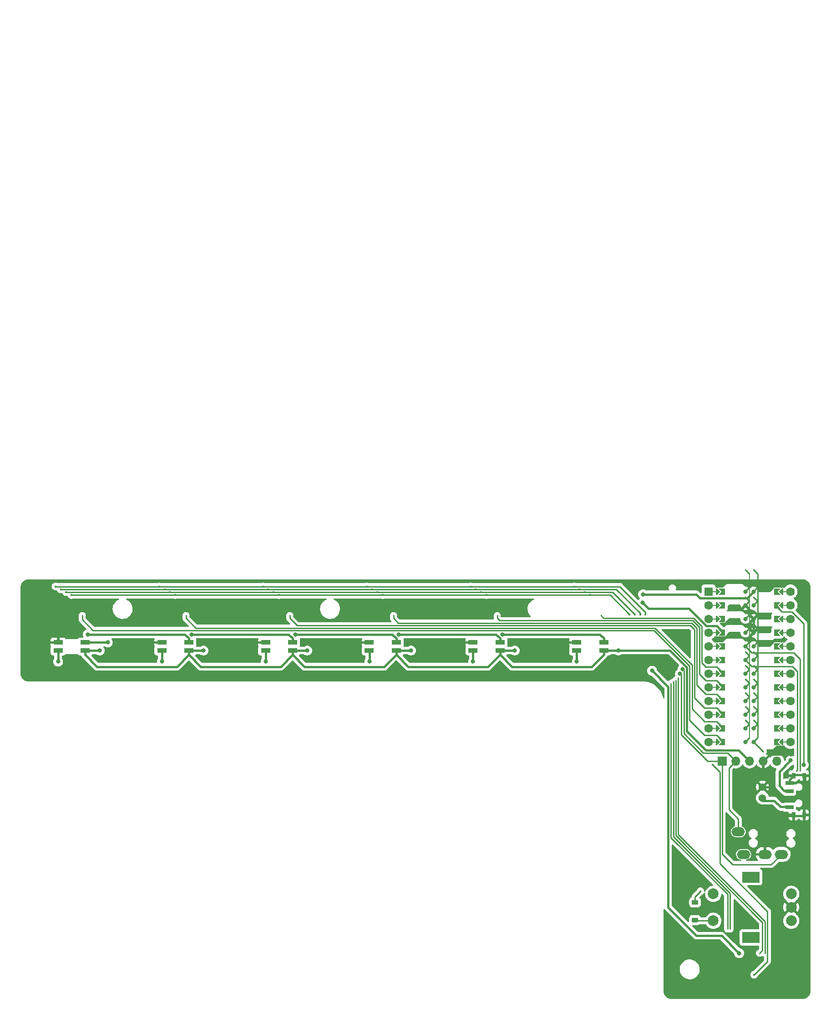
<source format=gtl>
G04 #@! TF.GenerationSoftware,KiCad,Pcbnew,7.0.8*
G04 #@! TF.CreationDate,2023-10-17T10:22:28-07:00*
G04 #@! TF.ProjectId,Seismos_CoreL,53656973-6d6f-4735-9f43-6f72654c2e6b,rev?*
G04 #@! TF.SameCoordinates,Original*
G04 #@! TF.FileFunction,Copper,L1,Top*
G04 #@! TF.FilePolarity,Positive*
%FSLAX46Y46*%
G04 Gerber Fmt 4.6, Leading zero omitted, Abs format (unit mm)*
G04 Created by KiCad (PCBNEW 7.0.8) date 2023-10-17 10:22:28*
%MOMM*%
%LPD*%
G01*
G04 APERTURE LIST*
G04 Aperture macros list*
%AMRoundRect*
0 Rectangle with rounded corners*
0 $1 Rounding radius*
0 $2 $3 $4 $5 $6 $7 $8 $9 X,Y pos of 4 corners*
0 Add a 4 corners polygon primitive as box body*
4,1,4,$2,$3,$4,$5,$6,$7,$8,$9,$2,$3,0*
0 Add four circle primitives for the rounded corners*
1,1,$1+$1,$2,$3*
1,1,$1+$1,$4,$5*
1,1,$1+$1,$6,$7*
1,1,$1+$1,$8,$9*
0 Add four rect primitives between the rounded corners*
20,1,$1+$1,$2,$3,$4,$5,0*
20,1,$1+$1,$4,$5,$6,$7,0*
20,1,$1+$1,$6,$7,$8,$9,0*
20,1,$1+$1,$8,$9,$2,$3,0*%
%AMFreePoly0*
4,1,5,0.125000,-0.500000,-0.125000,-0.500000,-0.125000,0.500000,0.125000,0.500000,0.125000,-0.500000,0.125000,-0.500000,$1*%
%AMFreePoly1*
4,1,6,0.600000,0.200000,0.000000,-0.400000,-0.600000,0.200000,-0.600000,0.400000,0.600000,0.400000,0.600000,0.200000,0.600000,0.200000,$1*%
%AMFreePoly2*
4,1,6,0.600000,-0.250000,-0.600000,-0.250000,-0.600000,1.000000,0.000000,0.400000,0.600000,1.000000,0.600000,-0.250000,0.600000,-0.250000,$1*%
%AMFreePoly3*
4,1,49,0.088388,4.152388,0.854389,3.386388,0.867767,3.368517,0.871157,3.365580,0.871925,3.362962,0.875711,3.357906,0.882287,3.327671,0.891000,3.298000,0.891000,0.766000,0.887823,0.743906,0.888144,0.739429,0.886835,0.737032,0.885937,0.730783,0.869213,0.704760,0.854389,0.677612,0.088388,-0.088388,0.064431,-0.106321,0.062500,-0.108253,0.061490,-0.108523,0.059906,-0.109710,
0.044798,-0.112996,0.000000,-0.125000,-0.004652,-0.123753,-0.008917,-0.124682,-0.028634,-0.117327,-0.062500,-0.108253,-0.068172,-0.102580,-0.074910,-0.100068,-0.087486,-0.083266,-0.108253,-0.062500,-0.111163,-0.051638,-0.117119,-0.043683,-0.118510,-0.024217,-0.125000,0.000000,-0.121245,0.014013,-0.122144,0.026571,-0.113772,0.041902,-0.108253,0.062500,-0.095631,0.075121,-0.088388,0.088388,
0.641000,0.817776,0.641000,3.246223,-0.088388,3.975612,-0.109710,4.004094,-0.124682,4.072917,-0.100068,4.138910,-0.043683,4.181119,0.026571,4.186144,0.088388,4.152388,0.088388,4.152388,$1*%
%AMFreePoly4*
4,1,49,0.088388,4.152388,0.850389,3.390388,0.863767,3.372517,0.867157,3.369580,0.867925,3.366962,0.871711,3.361906,0.878287,3.331671,0.887000,3.302000,0.887000,0.762000,0.883823,0.739906,0.884144,0.735429,0.882835,0.733032,0.881937,0.726783,0.865213,0.700760,0.850389,0.673612,0.088388,-0.088388,0.064431,-0.106321,0.062500,-0.108253,0.061490,-0.108523,0.059906,-0.109710,
0.044798,-0.112996,0.000000,-0.125000,-0.004652,-0.123753,-0.008917,-0.124682,-0.028634,-0.117327,-0.062500,-0.108253,-0.068172,-0.102580,-0.074910,-0.100068,-0.087486,-0.083266,-0.108253,-0.062500,-0.111163,-0.051638,-0.117119,-0.043683,-0.118510,-0.024217,-0.125000,0.000000,-0.121245,0.014013,-0.122144,0.026571,-0.113772,0.041902,-0.108253,0.062500,-0.095631,0.075121,-0.088388,0.088388,
0.637000,0.813776,0.637000,3.250223,-0.088388,3.975612,-0.109710,4.004094,-0.124682,4.072917,-0.100068,4.138910,-0.043683,4.181119,0.026571,4.186144,0.088388,4.152388,0.088388,4.152388,$1*%
G04 Aperture macros list end*
G04 #@! TA.AperFunction,ComponentPad*
%ADD10C,2.000000*%
G04 #@! TD*
G04 #@! TA.AperFunction,ComponentPad*
%ADD11R,3.200000X2.000000*%
G04 #@! TD*
G04 #@! TA.AperFunction,ComponentPad*
%ADD12O,2.500000X1.700000*%
G04 #@! TD*
G04 #@! TA.AperFunction,ComponentPad*
%ADD13R,1.700000X1.700000*%
G04 #@! TD*
G04 #@! TA.AperFunction,ComponentPad*
%ADD14O,1.700000X1.700000*%
G04 #@! TD*
G04 #@! TA.AperFunction,SMDPad,CuDef*
%ADD15R,1.500000X0.700000*%
G04 #@! TD*
G04 #@! TA.AperFunction,SMDPad,CuDef*
%ADD16R,0.800000X1.000000*%
G04 #@! TD*
G04 #@! TA.AperFunction,ComponentPad*
%ADD17C,1.400000*%
G04 #@! TD*
G04 #@! TA.AperFunction,ComponentPad*
%ADD18C,1.600000*%
G04 #@! TD*
G04 #@! TA.AperFunction,SMDPad,CuDef*
%ADD19FreePoly0,270.000000*%
G04 #@! TD*
G04 #@! TA.AperFunction,SMDPad,CuDef*
%ADD20FreePoly1,270.000000*%
G04 #@! TD*
G04 #@! TA.AperFunction,SMDPad,CuDef*
%ADD21FreePoly1,90.000000*%
G04 #@! TD*
G04 #@! TA.AperFunction,SMDPad,CuDef*
%ADD22FreePoly0,90.000000*%
G04 #@! TD*
G04 #@! TA.AperFunction,ComponentPad*
%ADD23R,1.600000X1.600000*%
G04 #@! TD*
G04 #@! TA.AperFunction,SMDPad,CuDef*
%ADD24FreePoly2,270.000000*%
G04 #@! TD*
G04 #@! TA.AperFunction,SMDPad,CuDef*
%ADD25FreePoly3,270.000000*%
G04 #@! TD*
G04 #@! TA.AperFunction,ComponentPad*
%ADD26C,0.800000*%
G04 #@! TD*
G04 #@! TA.AperFunction,SMDPad,CuDef*
%ADD27FreePoly4,90.000000*%
G04 #@! TD*
G04 #@! TA.AperFunction,SMDPad,CuDef*
%ADD28FreePoly2,90.000000*%
G04 #@! TD*
G04 #@! TA.AperFunction,SMDPad,CuDef*
%ADD29RoundRect,0.225000X-0.375000X0.225000X-0.375000X-0.225000X0.375000X-0.225000X0.375000X0.225000X0*%
G04 #@! TD*
G04 #@! TA.AperFunction,SMDPad,CuDef*
%ADD30R,1.803400X0.812800*%
G04 #@! TD*
G04 #@! TA.AperFunction,ViaPad*
%ADD31C,0.400000*%
G04 #@! TD*
G04 #@! TA.AperFunction,ViaPad*
%ADD32C,0.800000*%
G04 #@! TD*
G04 #@! TA.AperFunction,ViaPad*
%ADD33C,0.300000*%
G04 #@! TD*
G04 #@! TA.AperFunction,Conductor*
%ADD34C,0.254000*%
G04 #@! TD*
G04 #@! TA.AperFunction,Conductor*
%ADD35C,0.381000*%
G04 #@! TD*
G04 APERTURE END LIST*
D10*
X173390000Y-83460000D03*
X173390000Y-78460000D03*
X173390000Y-80960000D03*
D11*
X165890000Y-86560000D03*
X165890000Y-75360000D03*
D10*
X158890000Y-78460000D03*
X158890000Y-83460000D03*
D12*
X164530000Y-71125000D03*
X168530000Y-71125000D03*
X171530000Y-71125000D03*
X163530000Y-66925000D03*
D13*
X160556000Y-53766000D03*
D14*
X163096000Y-53766000D03*
X165636000Y-53766000D03*
X168176000Y-53766000D03*
X170716000Y-53766000D03*
D15*
X173050000Y-59382000D03*
D16*
X173835000Y-63782000D03*
X175765000Y-63782000D03*
X173835000Y-56482000D03*
X175765000Y-56482000D03*
D15*
X173050000Y-57882000D03*
X173050000Y-62382000D03*
D17*
X168050500Y-58632000D03*
X168050500Y-60632000D03*
D18*
X173256000Y-22286000D03*
D19*
X171986000Y-22286000D03*
D20*
X171478000Y-22286000D03*
D21*
X159794000Y-22286000D03*
D22*
X159286000Y-22286000D03*
D18*
X158016000Y-22286000D03*
D23*
X158016000Y-22286000D03*
D18*
X173256000Y-24826000D03*
D19*
X171986000Y-24826000D03*
D20*
X171478000Y-24826000D03*
D21*
X159794000Y-24826000D03*
D22*
X159286000Y-24826000D03*
D18*
X158016000Y-24826000D03*
X173256000Y-27366000D03*
D19*
X171986000Y-27366000D03*
D20*
X171478000Y-27366000D03*
D21*
X159794000Y-27366000D03*
D22*
X159286000Y-27366000D03*
D18*
X158016000Y-27366000D03*
X173256000Y-29906000D03*
D19*
X171986000Y-29906000D03*
D20*
X171478000Y-29906000D03*
D21*
X159794000Y-29906000D03*
D22*
X159286000Y-29906000D03*
D18*
X158016000Y-29906000D03*
X173256000Y-32446000D03*
D19*
X171986000Y-32446000D03*
D20*
X171478000Y-32446000D03*
D21*
X159794000Y-32446000D03*
D22*
X159286000Y-32446000D03*
D18*
X158016000Y-32446000D03*
X173256000Y-34986000D03*
D19*
X171986000Y-34986000D03*
D20*
X171478000Y-34986000D03*
D21*
X159794000Y-34986000D03*
D22*
X159286000Y-34986000D03*
D18*
X158016000Y-34986000D03*
X173256000Y-37526000D03*
D19*
X171986000Y-37526000D03*
D20*
X171478000Y-37526000D03*
D21*
X159794000Y-37526000D03*
D22*
X159286000Y-37526000D03*
D18*
X158016000Y-37526000D03*
X173256000Y-40066000D03*
D19*
X171986000Y-40066000D03*
D20*
X171478000Y-40066000D03*
D21*
X159794000Y-40066000D03*
D22*
X159286000Y-40066000D03*
D18*
X158016000Y-40066000D03*
X173256000Y-42606000D03*
D19*
X171986000Y-42606000D03*
D20*
X171478000Y-42606000D03*
D21*
X159794000Y-42606000D03*
D22*
X159286000Y-42606000D03*
D18*
X158016000Y-42606000D03*
X173256000Y-45146000D03*
D19*
X171986000Y-45146000D03*
D20*
X171478000Y-45146000D03*
D21*
X159794000Y-45146000D03*
D22*
X159286000Y-45146000D03*
D18*
X158016000Y-45146000D03*
X173256000Y-47686000D03*
D19*
X171986000Y-47686000D03*
D20*
X171478000Y-47686000D03*
D21*
X159794000Y-47686000D03*
D22*
X159286000Y-47686000D03*
D18*
X158016000Y-47686000D03*
X173256000Y-50226000D03*
D19*
X171986000Y-50226000D03*
D20*
X171478000Y-50226000D03*
D21*
X159794000Y-50226000D03*
D22*
X159286000Y-50226000D03*
D18*
X158016000Y-50226000D03*
D24*
X170462000Y-22286000D03*
D25*
X166398000Y-22286000D03*
D26*
X166398000Y-22286000D03*
D24*
X170462000Y-24826000D03*
D25*
X166398000Y-24826000D03*
D26*
X166398000Y-24826000D03*
D24*
X170462000Y-27366000D03*
D25*
X166398000Y-27366000D03*
D26*
X166398000Y-27366000D03*
D24*
X170462000Y-29906000D03*
D25*
X166398000Y-29906000D03*
D26*
X166398000Y-29906000D03*
D24*
X170462000Y-32446000D03*
D25*
X166398000Y-32446000D03*
D26*
X166398000Y-32446000D03*
D24*
X170462000Y-34986000D03*
D25*
X166398000Y-34986000D03*
D26*
X166398000Y-34986000D03*
D24*
X170462000Y-37526000D03*
D25*
X166398000Y-37526000D03*
D26*
X166398000Y-37526000D03*
D24*
X170462000Y-40066000D03*
D25*
X166398000Y-40066000D03*
D26*
X166398000Y-40066000D03*
D24*
X170462000Y-42606000D03*
D25*
X166398000Y-42606000D03*
D26*
X166398000Y-42606000D03*
D24*
X170462000Y-45146000D03*
D25*
X166398000Y-45146000D03*
D26*
X166398000Y-45146000D03*
D24*
X170462000Y-47686000D03*
D25*
X166398000Y-47686000D03*
D26*
X166398000Y-47686000D03*
D24*
X170462000Y-50226000D03*
D25*
X166398000Y-50226000D03*
D26*
X166398000Y-50226000D03*
D27*
X164874000Y-50226000D03*
D26*
X164874000Y-50226000D03*
D28*
X160810000Y-50226000D03*
D27*
X164874000Y-47686000D03*
D26*
X164874000Y-47686000D03*
D28*
X160810000Y-47686000D03*
D27*
X164874000Y-45146000D03*
D26*
X164874000Y-45146000D03*
D28*
X160810000Y-45146000D03*
D27*
X164874000Y-42606000D03*
D26*
X164874000Y-42606000D03*
D28*
X160810000Y-42606000D03*
D27*
X164874000Y-40066000D03*
D26*
X164874000Y-40066000D03*
D28*
X160810000Y-40066000D03*
D27*
X164874000Y-37526000D03*
D26*
X164874000Y-37526000D03*
D28*
X160810000Y-37526000D03*
D27*
X164874000Y-34986000D03*
D26*
X164874000Y-34986000D03*
D28*
X160810000Y-34986000D03*
D27*
X164874000Y-32446000D03*
D26*
X164874000Y-32446000D03*
D28*
X160810000Y-32446000D03*
D27*
X164874000Y-29906000D03*
D26*
X164874000Y-29906000D03*
D28*
X160810000Y-29906000D03*
D27*
X164874000Y-27366000D03*
D26*
X164874000Y-27366000D03*
D28*
X160810000Y-27366000D03*
D27*
X164874000Y-24826000D03*
D26*
X164874000Y-24826000D03*
D28*
X160810000Y-24826000D03*
D27*
X164874000Y-22286000D03*
D26*
X164874000Y-22286000D03*
D28*
X160810000Y-22286000D03*
D29*
X155500000Y-80050000D03*
X155500000Y-83350000D03*
D30*
X42001900Y-33249300D03*
X42001900Y-31750700D03*
X36998100Y-31750700D03*
X36998100Y-33249300D03*
X138501900Y-33249300D03*
X138501900Y-31750700D03*
X133498100Y-31750700D03*
X133498100Y-33249300D03*
X99901900Y-33249300D03*
X99901900Y-31750700D03*
X94898100Y-31750700D03*
X94898100Y-33249300D03*
X80601900Y-33249300D03*
X80601900Y-31750700D03*
X75598100Y-31750700D03*
X75598100Y-33249300D03*
X119201900Y-33249300D03*
X119201900Y-31750700D03*
X114198100Y-31750700D03*
X114198100Y-33249300D03*
X61301900Y-33249300D03*
X61301900Y-31750700D03*
X56298100Y-31750700D03*
X56298100Y-33249300D03*
D31*
X134000000Y-21866500D03*
X133000000Y-21340000D03*
X136000000Y-22919500D03*
X135000000Y-22393000D03*
X114700000Y-21866500D03*
X113700000Y-21340000D03*
X116700000Y-22919500D03*
X115700000Y-22393000D03*
X95400000Y-21866500D03*
X94400000Y-21340000D03*
X97400000Y-22919500D03*
X96400000Y-22393000D03*
X76100000Y-21866500D03*
X75100000Y-21340000D03*
X78100000Y-22919500D03*
X77100000Y-22393000D03*
X56800000Y-21866500D03*
X55800000Y-21340000D03*
X58800000Y-22919500D03*
X57800000Y-22393000D03*
X36500000Y-21340000D03*
X37500000Y-21866500D03*
X38500000Y-22393000D03*
X39500000Y-22919500D03*
D32*
X163700000Y-89500000D03*
X130701900Y-31749300D03*
X53501900Y-31749300D03*
X173309500Y-52525500D03*
X111401900Y-31749300D03*
X34201900Y-31749300D03*
X72801900Y-31749300D03*
D33*
X168530000Y-66047000D03*
D32*
X151300000Y-29975000D03*
X92101900Y-31749300D03*
D33*
X168500000Y-89500000D03*
D31*
X146282509Y-26503500D03*
D33*
X152385000Y-38319500D03*
X151908500Y-38796000D03*
D31*
X145283006Y-26503500D03*
D33*
X167500000Y-89500000D03*
X151454500Y-39075000D03*
X162039006Y-85000000D03*
D31*
X144283503Y-26503500D03*
D33*
X150995000Y-39382552D03*
D31*
X143284000Y-26503500D03*
D33*
X161539503Y-85000000D03*
D32*
X64050000Y-33250000D03*
X121950000Y-33250000D03*
X83350000Y-33250000D03*
X102650000Y-33250000D03*
X145775000Y-24375000D03*
X141250000Y-33250000D03*
X44750000Y-33250000D03*
X153152500Y-36702815D03*
X152698500Y-37593000D03*
X145824000Y-22794000D03*
D33*
X138000000Y-26750000D03*
X118700000Y-26750000D03*
X99400000Y-26750000D03*
X80100000Y-26750000D03*
X60800000Y-26750000D03*
X41500000Y-26750000D03*
D32*
X173276468Y-53676468D03*
D33*
X175000000Y-55600000D03*
X174363063Y-55563063D03*
D32*
X133500000Y-35300000D03*
X119700000Y-30250000D03*
X114200000Y-35300000D03*
X100400000Y-30250000D03*
X94900000Y-35300000D03*
X81100000Y-30250000D03*
X75600000Y-35300000D03*
X61800000Y-30250000D03*
X56300000Y-35300000D03*
X42500000Y-30250000D03*
X37000000Y-35300000D03*
D31*
X156500000Y-78000000D03*
D32*
X175726500Y-54500000D03*
D33*
X168176000Y-52004000D03*
D32*
X147500000Y-37000000D03*
X46250000Y-31750000D03*
D31*
X158750000Y-54500000D03*
X166500000Y-93500000D03*
D34*
X133000000Y-21340000D02*
X141540000Y-21340000D01*
X141540000Y-21340000D02*
X146282509Y-26082509D01*
X146282509Y-26082509D02*
X146282509Y-26503500D01*
X134000000Y-21866500D02*
X140866500Y-21866500D01*
X140866500Y-21866500D02*
X145283006Y-26283006D01*
X145283006Y-26283006D02*
X145283006Y-26503500D01*
X135000000Y-22393000D02*
X140173003Y-22393000D01*
X140173003Y-22393000D02*
X144283503Y-26503500D01*
X136000000Y-22919500D02*
X139700000Y-22919500D01*
X139700000Y-22919500D02*
X143284000Y-26503500D01*
X136000000Y-22919500D02*
X116700000Y-22919500D01*
X113700000Y-21340000D02*
X133000000Y-21340000D01*
X134000000Y-21866500D02*
X114700000Y-21866500D01*
X115700000Y-22393000D02*
X135000000Y-22393000D01*
X116700000Y-22919500D02*
X97400000Y-22919500D01*
X94400000Y-21340000D02*
X113700000Y-21340000D01*
X114700000Y-21866500D02*
X95400000Y-21866500D01*
X96400000Y-22393000D02*
X115700000Y-22393000D01*
X97400000Y-22919500D02*
X78100000Y-22919500D01*
X75100000Y-21340000D02*
X94400000Y-21340000D01*
X95400000Y-21866500D02*
X76100000Y-21866500D01*
X77100000Y-22393000D02*
X96400000Y-22393000D01*
X78100000Y-22919500D02*
X58800000Y-22919500D01*
X55800000Y-21340000D02*
X75100000Y-21340000D01*
X76100000Y-21866500D02*
X56800000Y-21866500D01*
X57800000Y-22393000D02*
X77100000Y-22393000D01*
X58800000Y-22919500D02*
X39500000Y-22919500D01*
X38500000Y-22393000D02*
X57800000Y-22393000D01*
X56800000Y-21866500D02*
X37500000Y-21866500D01*
X36500000Y-21340000D02*
X55800000Y-21340000D01*
D35*
X163700000Y-89500000D02*
X160450000Y-86250000D01*
X150500000Y-40000000D02*
X147500000Y-37000000D01*
X160450000Y-86250000D02*
X155750000Y-86250000D01*
X155750000Y-86250000D02*
X150500000Y-81000000D01*
X150500000Y-81000000D02*
X150500000Y-40000000D01*
X94896700Y-31749300D02*
X94898100Y-31750700D01*
X173050000Y-57267000D02*
X173835000Y-56482000D01*
X53501900Y-31749300D02*
X56296700Y-31749300D01*
X175000000Y-60400000D02*
X171600000Y-60400000D01*
X130701900Y-31749300D02*
X133496700Y-31749300D01*
X173675000Y-63932000D02*
X170645000Y-63932000D01*
X133496700Y-31749300D02*
X133498100Y-31750700D01*
X166398000Y-29906000D02*
X166398000Y-27366000D01*
X75596700Y-31749300D02*
X75598100Y-31750700D01*
X173675000Y-63932000D02*
X175875000Y-63932000D01*
X169832000Y-58632000D02*
X168050500Y-58632000D01*
X175925000Y-59475000D02*
X175000000Y-60400000D01*
X173050000Y-57882000D02*
X173050000Y-57267000D01*
X173725000Y-56382000D02*
X173675000Y-56332000D01*
X175875000Y-63932000D02*
X175925000Y-63882000D01*
X72801900Y-31749300D02*
X75596700Y-31749300D01*
X111401900Y-31749300D02*
X114196700Y-31749300D01*
X169416500Y-52525500D02*
X168176000Y-53766000D01*
X175925000Y-56382000D02*
X173725000Y-56382000D01*
X92101900Y-31749300D02*
X94896700Y-31749300D01*
X114196700Y-31749300D02*
X114198100Y-31750700D01*
X34201900Y-31749300D02*
X36996700Y-31749300D01*
X170645000Y-63932000D02*
X168530000Y-66047000D01*
X36996700Y-31749300D02*
X36998100Y-31750700D01*
X171600000Y-60400000D02*
X169832000Y-58632000D01*
X175925000Y-56382000D02*
X175925000Y-59475000D01*
X173309500Y-52525500D02*
X169416500Y-52525500D01*
X56296700Y-31749300D02*
X56298100Y-31750700D01*
D34*
X152379500Y-67453344D02*
X168500000Y-83573844D01*
X152385000Y-38319500D02*
X152385000Y-56615000D01*
X168500000Y-83573844D02*
X168500000Y-89500000D01*
X152385000Y-56615000D02*
X152379500Y-56620500D01*
X152379500Y-56620500D02*
X152379500Y-67453344D01*
X151925500Y-46828553D02*
X151925500Y-67641396D01*
X151931000Y-38818500D02*
X151931000Y-46823053D01*
X151931000Y-46823053D02*
X151925500Y-46828553D01*
X168046000Y-88954000D02*
X167500000Y-89500000D01*
X151925500Y-67641396D02*
X168046000Y-83761896D01*
X151908500Y-38796000D02*
X151931000Y-38818500D01*
X168046000Y-83761896D02*
X168046000Y-88954000D01*
X151471500Y-67829448D02*
X162039006Y-78396954D01*
X151454500Y-39075000D02*
X151471500Y-39092000D01*
X144283503Y-26474869D02*
X144283503Y-26503500D01*
X151471500Y-39092000D02*
X151471500Y-67829448D01*
X162039006Y-78396954D02*
X162039006Y-85000000D01*
X151017500Y-39405052D02*
X151017500Y-68017500D01*
X150995000Y-39382552D02*
X151017500Y-39405052D01*
X161539503Y-78539503D02*
X161539503Y-85000000D01*
X151017500Y-68017500D02*
X161539503Y-78539503D01*
D35*
X61302600Y-33250000D02*
X61301900Y-33249300D01*
X138502600Y-33250000D02*
X138501900Y-33249300D01*
X59088600Y-36250000D02*
X44250000Y-36250000D01*
X116988600Y-36250000D02*
X119201900Y-34036700D01*
X99901900Y-34036700D02*
X99901900Y-33249300D01*
X97688600Y-36250000D02*
X82850000Y-36250000D01*
X42002600Y-33250000D02*
X42001900Y-33249300D01*
X157602378Y-28636000D02*
X159540000Y-28636000D01*
X159540000Y-28636000D02*
X160810000Y-29906000D01*
X78388600Y-36250000D02*
X80601900Y-34036700D01*
X119201900Y-33998100D02*
X119201900Y-33249300D01*
X61301900Y-33998100D02*
X61301900Y-33249300D01*
X64050000Y-33250000D02*
X61302600Y-33250000D01*
X97688600Y-36250000D02*
X99901900Y-34036700D01*
X44750000Y-33250000D02*
X42002600Y-33250000D01*
X80601900Y-34036700D02*
X80601900Y-33249300D01*
X165636000Y-53766000D02*
X163620000Y-51750000D01*
X145775000Y-24375000D02*
X146846750Y-25446750D01*
X102150000Y-36250000D02*
X99900000Y-34000000D01*
X83350000Y-33250000D02*
X80602600Y-33250000D01*
X99900000Y-34000000D02*
X99901900Y-33998100D01*
X63550000Y-36250000D02*
X61300000Y-34000000D01*
X42001900Y-33998100D02*
X42001900Y-33249300D01*
X102650000Y-33250000D02*
X99902600Y-33250000D01*
X146846750Y-25446750D02*
X154413128Y-25446750D01*
X42000000Y-34000000D02*
X42001900Y-33998100D01*
X99901900Y-33998100D02*
X99901900Y-33249300D01*
X80602600Y-33250000D02*
X80601900Y-33249300D01*
X138501900Y-34036700D02*
X138501900Y-33249300D01*
X44250000Y-36250000D02*
X42000000Y-34000000D01*
X121450000Y-36250000D02*
X119200000Y-34000000D01*
X121950000Y-33250000D02*
X119202600Y-33250000D01*
X80601900Y-33998100D02*
X80601900Y-33249300D01*
X59088600Y-36250000D02*
X61301900Y-34036700D01*
X136288600Y-36250000D02*
X121450000Y-36250000D01*
X153942500Y-48184500D02*
X153942500Y-36342500D01*
X119202600Y-33250000D02*
X119201900Y-33249300D01*
X150850000Y-33250000D02*
X141250000Y-33250000D01*
X136288600Y-36250000D02*
X138501900Y-34036700D01*
X82850000Y-36250000D02*
X80600000Y-34000000D01*
X119200000Y-34000000D02*
X119201900Y-33998100D01*
X61300000Y-34000000D02*
X61301900Y-33998100D01*
X99902600Y-33250000D02*
X99901900Y-33249300D01*
X78388600Y-36250000D02*
X63550000Y-36250000D01*
X80600000Y-34000000D02*
X80601900Y-33998100D01*
X141250000Y-33250000D02*
X138502600Y-33250000D01*
X157508000Y-51750000D02*
X153942500Y-48184500D01*
X116988600Y-36250000D02*
X102150000Y-36250000D01*
X154413128Y-25446750D02*
X157602378Y-28636000D01*
X153942500Y-36342500D02*
X150850000Y-33250000D01*
X163620000Y-51750000D02*
X157508000Y-51750000D01*
X61301900Y-34036700D02*
X61301900Y-33249300D01*
X119201900Y-34036700D02*
X119201900Y-33249300D01*
D34*
X153152500Y-36702815D02*
X153425000Y-36975315D01*
X153425000Y-48683000D02*
X157009500Y-52267500D01*
X161800000Y-62800000D02*
X161800000Y-55062000D01*
X153425000Y-36975315D02*
X153425000Y-48683000D01*
X163530000Y-64530000D02*
X161800000Y-62800000D01*
X163530000Y-66925000D02*
X163530000Y-64530000D01*
X161597500Y-52267500D02*
X163096000Y-53766000D01*
X157009500Y-52267500D02*
X161597500Y-52267500D01*
X161800000Y-55062000D02*
X163096000Y-53766000D01*
X171530000Y-71125000D02*
X169655000Y-73000000D01*
X162500000Y-73000000D02*
X160556000Y-71056000D01*
X169655000Y-73000000D02*
X162500000Y-73000000D01*
X152971000Y-48871052D02*
X157865948Y-53766000D01*
X157865948Y-53766000D02*
X160556000Y-53766000D01*
X152698500Y-37593000D02*
X152971000Y-37865500D01*
X160556000Y-71056000D02*
X160556000Y-53766000D01*
X152971000Y-37865500D02*
X152971000Y-48871052D01*
D35*
X156412500Y-23476500D02*
X165207500Y-23476500D01*
X165207500Y-23476500D02*
X166398000Y-22286000D01*
X145824000Y-22794000D02*
X155730000Y-22794000D01*
X155730000Y-22794000D02*
X156412500Y-23476500D01*
D34*
X159540000Y-36256000D02*
X160810000Y-37526000D01*
X138000000Y-26750000D02*
X138480000Y-27230000D01*
X156746000Y-35494000D02*
X157508000Y-36256000D01*
X156746000Y-28746000D02*
X156746000Y-35494000D01*
X138480000Y-27230000D02*
X155230000Y-27230000D01*
X157508000Y-36256000D02*
X159540000Y-36256000D01*
X155230000Y-27230000D02*
X156746000Y-28746000D01*
X157473090Y-38796000D02*
X159540000Y-38796000D01*
X118700000Y-27250000D02*
X119134000Y-27684000D01*
X119134000Y-27684000D02*
X155041948Y-27684000D01*
X155041948Y-27684000D02*
X156292000Y-28934052D01*
X156292000Y-37614910D02*
X157473090Y-38796000D01*
X159540000Y-38796000D02*
X160810000Y-40066000D01*
X118700000Y-26750000D02*
X118700000Y-27250000D01*
X156292000Y-28934052D02*
X156292000Y-37614910D01*
X154853896Y-28138000D02*
X155838000Y-29122104D01*
X155838000Y-29122104D02*
X155838000Y-39666000D01*
X99400000Y-26750000D02*
X99400000Y-27250000D01*
X157508000Y-41336000D02*
X159540000Y-41336000D01*
X155838000Y-39666000D02*
X157508000Y-41336000D01*
X159540000Y-41336000D02*
X160810000Y-42606000D01*
X99400000Y-27250000D02*
X100288000Y-28138000D01*
X100288000Y-28138000D02*
X154853896Y-28138000D01*
X159540000Y-43876000D02*
X160810000Y-45146000D01*
X157254000Y-43876000D02*
X159540000Y-43876000D01*
X80100000Y-26750000D02*
X80100000Y-27250000D01*
X80100000Y-27250000D02*
X81442000Y-28592000D01*
X81442000Y-28592000D02*
X154665844Y-28592000D01*
X154665844Y-28592000D02*
X155384000Y-29310156D01*
X155384000Y-29310156D02*
X155384000Y-42006000D01*
X155384000Y-42006000D02*
X157254000Y-43876000D01*
X60800000Y-26750000D02*
X60800000Y-27250000D01*
X148019908Y-29046000D02*
X154930000Y-35956092D01*
X159540000Y-46416000D02*
X160810000Y-47686000D01*
X154930000Y-44092000D02*
X157254000Y-46416000D01*
X60800000Y-27250000D02*
X62596000Y-29046000D01*
X154930000Y-35956092D02*
X154930000Y-44092000D01*
X62596000Y-29046000D02*
X148019908Y-29046000D01*
X157254000Y-46416000D02*
X159540000Y-46416000D01*
X154460000Y-46162000D02*
X157254000Y-48956000D01*
X43500000Y-29500000D02*
X147831856Y-29500000D01*
X157254000Y-48956000D02*
X159540000Y-48956000D01*
X41500000Y-27500000D02*
X43500000Y-29500000D01*
X159540000Y-48956000D02*
X160810000Y-50226000D01*
X154460000Y-36128144D02*
X154460000Y-46162000D01*
X147831856Y-29500000D02*
X154460000Y-36128144D01*
X41500000Y-26750000D02*
X41500000Y-27500000D01*
D35*
X171200000Y-55752936D02*
X171200000Y-58409000D01*
X171200000Y-58409000D02*
X172100000Y-59309000D01*
X173276468Y-53676468D02*
X171200000Y-55752936D01*
X172100000Y-59309000D02*
X172700000Y-59309000D01*
D34*
X166092000Y-33664000D02*
X164874000Y-32446000D01*
X175000000Y-55600000D02*
X175000000Y-34800000D01*
X173864000Y-33664000D02*
X166092000Y-33664000D01*
X175000000Y-34800000D02*
X173864000Y-33664000D01*
X174546000Y-55380126D02*
X174546000Y-37146000D01*
X174546000Y-37146000D02*
X173600000Y-36200000D01*
X173600000Y-36200000D02*
X169887225Y-36200000D01*
X169883224Y-36204000D02*
X166092000Y-36204000D01*
X166092000Y-36204000D02*
X164874000Y-34986000D01*
X174363063Y-55563063D02*
X174546000Y-55380126D01*
X169887225Y-36200000D02*
X169883224Y-36204000D01*
D35*
X133500000Y-35300000D02*
X133500000Y-33251200D01*
X133500000Y-33251200D02*
X133498100Y-33249300D01*
X137788600Y-30250000D02*
X138501900Y-30963300D01*
X119700000Y-30250000D02*
X137788600Y-30250000D01*
X138501900Y-30963300D02*
X138501900Y-31750700D01*
X114200000Y-33251200D02*
X114198100Y-33249300D01*
X114200000Y-35300000D02*
X114200000Y-33251200D01*
X119201900Y-30963300D02*
X119201900Y-31750700D01*
X118488600Y-30250000D02*
X119201900Y-30963300D01*
X100400000Y-30250000D02*
X118488600Y-30250000D01*
X94900000Y-33251200D02*
X94898100Y-33249300D01*
X94900000Y-35300000D02*
X94900000Y-33251200D01*
X81100000Y-30250000D02*
X99188600Y-30250000D01*
X99188600Y-30250000D02*
X99901900Y-30963300D01*
X99901900Y-30963300D02*
X99901900Y-31750700D01*
X75600000Y-35300000D02*
X75600000Y-33251200D01*
X75600000Y-33251200D02*
X75598100Y-33249300D01*
X61800000Y-30250000D02*
X79888600Y-30250000D01*
X79888600Y-30250000D02*
X80601900Y-30963300D01*
X80601900Y-30963300D02*
X80601900Y-31750700D01*
X56300000Y-35300000D02*
X56300000Y-33251200D01*
X56300000Y-33251200D02*
X56298100Y-33249300D01*
X61301900Y-30963300D02*
X61301900Y-31750700D01*
X42500000Y-30250000D02*
X60588600Y-30250000D01*
X60588600Y-30250000D02*
X61301900Y-30963300D01*
X37000000Y-33251200D02*
X36998100Y-33249300D01*
X37000000Y-35300000D02*
X37000000Y-33251200D01*
X171410000Y-62309000D02*
X170233000Y-61132000D01*
X170233000Y-61132000D02*
X168050500Y-61132000D01*
X172700000Y-62309000D02*
X171410000Y-62309000D01*
D34*
X156500000Y-78000000D02*
X155500000Y-79000000D01*
X155500000Y-79000000D02*
X155500000Y-80072000D01*
X158890000Y-83460000D02*
X155588000Y-83460000D01*
X155588000Y-83460000D02*
X155500000Y-83372000D01*
X173483819Y-26000000D02*
X171636000Y-26000000D01*
X168176000Y-52004000D02*
X166398000Y-50226000D01*
X175726500Y-28242681D02*
X173483819Y-26000000D01*
X171636000Y-26000000D02*
X170462000Y-24826000D01*
X175726500Y-54500000D02*
X175726500Y-28242681D01*
D35*
X42001900Y-31750700D02*
X46249300Y-31750700D01*
X46249300Y-31750700D02*
X46250000Y-31750000D01*
D34*
X168977000Y-81727000D02*
X168977000Y-91023000D01*
X160102000Y-72852000D02*
X168977000Y-81727000D01*
X168977000Y-91023000D02*
X166500000Y-93500000D01*
X160102000Y-55852000D02*
X160102000Y-72852000D01*
X158750000Y-54500000D02*
X160102000Y-55852000D01*
G04 #@! TA.AperFunction,Conductor*
G36*
X175502207Y-20000657D02*
G01*
X175569755Y-20005489D01*
X175716644Y-20017049D01*
X175724947Y-20018274D01*
X175819760Y-20038899D01*
X175936225Y-20066860D01*
X175943401Y-20069051D01*
X176039737Y-20104983D01*
X176117922Y-20137368D01*
X176145856Y-20148939D01*
X176151847Y-20151805D01*
X176242937Y-20201543D01*
X176245580Y-20203073D01*
X176340903Y-20261488D01*
X176345643Y-20264705D01*
X176429440Y-20327435D01*
X176432520Y-20329898D01*
X176516937Y-20401997D01*
X176520513Y-20405303D01*
X176594695Y-20479485D01*
X176598001Y-20483061D01*
X176670094Y-20567471D01*
X176672576Y-20570574D01*
X176735289Y-20654349D01*
X176738517Y-20659106D01*
X176778826Y-20724883D01*
X176796910Y-20754393D01*
X176798463Y-20757076D01*
X176848193Y-20848151D01*
X176851059Y-20854141D01*
X176895014Y-20960256D01*
X176897464Y-20966823D01*
X176930942Y-21056582D01*
X176933140Y-21063781D01*
X176961098Y-21180231D01*
X176981723Y-21275044D01*
X176982950Y-21283367D01*
X176994517Y-21430331D01*
X176999342Y-21497789D01*
X176999500Y-21502213D01*
X176999500Y-96497786D01*
X176999342Y-96502210D01*
X176994517Y-96569668D01*
X176982950Y-96716632D01*
X176981723Y-96724955D01*
X176961101Y-96819755D01*
X176933140Y-96936217D01*
X176930942Y-96943416D01*
X176895016Y-97039739D01*
X176851059Y-97145857D01*
X176848193Y-97151847D01*
X176798463Y-97242922D01*
X176796910Y-97245605D01*
X176738521Y-97340887D01*
X176735289Y-97345649D01*
X176672576Y-97429424D01*
X176670087Y-97432536D01*
X176598001Y-97516937D01*
X176594695Y-97520513D01*
X176520513Y-97594695D01*
X176516937Y-97598001D01*
X176432536Y-97670087D01*
X176429424Y-97672576D01*
X176345649Y-97735289D01*
X176340887Y-97738521D01*
X176245605Y-97796910D01*
X176242922Y-97798463D01*
X176151847Y-97848193D01*
X176145857Y-97851059D01*
X176039739Y-97895016D01*
X175943416Y-97930942D01*
X175936217Y-97933140D01*
X175819755Y-97961101D01*
X175724955Y-97981723D01*
X175716632Y-97982950D01*
X175569668Y-97994517D01*
X175521555Y-97997958D01*
X175502208Y-97999342D01*
X175497786Y-97999500D01*
X151136214Y-97999500D01*
X151131791Y-97999342D01*
X151103525Y-97997320D01*
X151064331Y-97994517D01*
X150917366Y-97982950D01*
X150909043Y-97981723D01*
X150814244Y-97961101D01*
X150697781Y-97933140D01*
X150690582Y-97930942D01*
X150594260Y-97895016D01*
X150488141Y-97851059D01*
X150482151Y-97848193D01*
X150391076Y-97798463D01*
X150388393Y-97796910D01*
X150293106Y-97738517D01*
X150288349Y-97735289D01*
X150204574Y-97672576D01*
X150201471Y-97670094D01*
X150117061Y-97598001D01*
X150113485Y-97594695D01*
X150039303Y-97520513D01*
X150035997Y-97516937D01*
X149963898Y-97432520D01*
X149961435Y-97429440D01*
X149898705Y-97345643D01*
X149895488Y-97340903D01*
X149837073Y-97245580D01*
X149835535Y-97242922D01*
X149785805Y-97151847D01*
X149782939Y-97145856D01*
X149771368Y-97117922D01*
X149738983Y-97039737D01*
X149703051Y-96943401D01*
X149700860Y-96936225D01*
X149672899Y-96819760D01*
X149652274Y-96724947D01*
X149651049Y-96716644D01*
X149639489Y-96569755D01*
X149634657Y-96502207D01*
X149634500Y-96497787D01*
X149634500Y-92567763D01*
X152645787Y-92567763D01*
X152675413Y-92837013D01*
X152675415Y-92837024D01*
X152725010Y-93026727D01*
X152743928Y-93099088D01*
X152849870Y-93348390D01*
X152921998Y-93466575D01*
X152990979Y-93579605D01*
X152990986Y-93579615D01*
X153164253Y-93787819D01*
X153164259Y-93787824D01*
X153213198Y-93831673D01*
X153365998Y-93968582D01*
X153591910Y-94118044D01*
X153837176Y-94233020D01*
X153837183Y-94233022D01*
X153837185Y-94233023D01*
X154096557Y-94311057D01*
X154096564Y-94311058D01*
X154096569Y-94311060D01*
X154364561Y-94350500D01*
X154364566Y-94350500D01*
X154567636Y-94350500D01*
X154619133Y-94346730D01*
X154770156Y-94335677D01*
X154882758Y-94310593D01*
X155034546Y-94276782D01*
X155034548Y-94276781D01*
X155034553Y-94276780D01*
X155287558Y-94180014D01*
X155523777Y-94047441D01*
X155738177Y-93881888D01*
X155926186Y-93686881D01*
X156083799Y-93466579D01*
X156157787Y-93322669D01*
X156207649Y-93225690D01*
X156207651Y-93225684D01*
X156207656Y-93225675D01*
X156295118Y-92969305D01*
X156344319Y-92702933D01*
X156354212Y-92432235D01*
X156324586Y-92162982D01*
X156256072Y-91900912D01*
X156150130Y-91651610D01*
X156009018Y-91420390D01*
X155991637Y-91399504D01*
X155835746Y-91212180D01*
X155835740Y-91212175D01*
X155634002Y-91031418D01*
X155408092Y-90881957D01*
X155408090Y-90881956D01*
X155162824Y-90766980D01*
X155162819Y-90766978D01*
X155162814Y-90766976D01*
X154903442Y-90688942D01*
X154903428Y-90688939D01*
X154787791Y-90671921D01*
X154635439Y-90649500D01*
X154432369Y-90649500D01*
X154432364Y-90649500D01*
X154229844Y-90664323D01*
X154229831Y-90664325D01*
X153965453Y-90723217D01*
X153965446Y-90723220D01*
X153712439Y-90819987D01*
X153476226Y-90952557D01*
X153261822Y-91118112D01*
X153073822Y-91313109D01*
X153073816Y-91313116D01*
X152916202Y-91533419D01*
X152916199Y-91533424D01*
X152792350Y-91774309D01*
X152792343Y-91774327D01*
X152704884Y-92030685D01*
X152704881Y-92030699D01*
X152655681Y-92297068D01*
X152655680Y-92297075D01*
X152645787Y-92567763D01*
X149634500Y-92567763D01*
X149634500Y-81365719D01*
X149654185Y-81298680D01*
X149706989Y-81252925D01*
X149776147Y-81242981D01*
X149839703Y-81272006D01*
X149874442Y-81321748D01*
X149876520Y-81327228D01*
X149882252Y-81335532D01*
X149893277Y-81355080D01*
X149897414Y-81364272D01*
X149897415Y-81364273D01*
X149897416Y-81364275D01*
X149905258Y-81374284D01*
X149935578Y-81412988D01*
X149937797Y-81416003D01*
X149972946Y-81466925D01*
X149972947Y-81466926D01*
X149972948Y-81466927D01*
X150019277Y-81507971D01*
X150021969Y-81510505D01*
X155239484Y-86728019D01*
X155242035Y-86730730D01*
X155283073Y-86777052D01*
X155334010Y-86812211D01*
X155337012Y-86814420D01*
X155358692Y-86831405D01*
X155385725Y-86852584D01*
X155385727Y-86852585D01*
X155385726Y-86852585D01*
X155394913Y-86856719D01*
X155414465Y-86867745D01*
X155422773Y-86873480D01*
X155422775Y-86873480D01*
X155422777Y-86873482D01*
X155457611Y-86886692D01*
X155480645Y-86895427D01*
X155484083Y-86896852D01*
X155540517Y-86922251D01*
X155550433Y-86924068D01*
X155572055Y-86930094D01*
X155581490Y-86933673D01*
X155581489Y-86933673D01*
X155618100Y-86938117D01*
X155642912Y-86941130D01*
X155646615Y-86941694D01*
X155667440Y-86945510D01*
X155707485Y-86952849D01*
X155707485Y-86952848D01*
X155707486Y-86952849D01*
X155769251Y-86949113D01*
X155772995Y-86949000D01*
X160109102Y-86949000D01*
X160176141Y-86968685D01*
X160196783Y-86985319D01*
X162764258Y-89552793D01*
X162797743Y-89614116D01*
X162799898Y-89627512D01*
X162806458Y-89689929D01*
X162806459Y-89689932D01*
X162865470Y-89871549D01*
X162865473Y-89871556D01*
X162960960Y-90036944D01*
X163088747Y-90178866D01*
X163243248Y-90291118D01*
X163417712Y-90368794D01*
X163604513Y-90408500D01*
X163795487Y-90408500D01*
X163982288Y-90368794D01*
X164156752Y-90291118D01*
X164311253Y-90178866D01*
X164439040Y-90036944D01*
X164534527Y-89871556D01*
X164593542Y-89689928D01*
X164613504Y-89500000D01*
X164593542Y-89310072D01*
X164534527Y-89128444D01*
X164439040Y-88963056D01*
X164311253Y-88821134D01*
X164156752Y-88708882D01*
X163982288Y-88631206D01*
X163982286Y-88631205D01*
X163982285Y-88631205D01*
X163811791Y-88594965D01*
X163750309Y-88561772D01*
X163749891Y-88561356D01*
X162797173Y-87608638D01*
X160960505Y-85771969D01*
X160957971Y-85769277D01*
X160916927Y-85722948D01*
X160916926Y-85722947D01*
X160916925Y-85722946D01*
X160866003Y-85687797D01*
X160862988Y-85685578D01*
X160814272Y-85647414D01*
X160805080Y-85643277D01*
X160785532Y-85632252D01*
X160777226Y-85626519D01*
X160777225Y-85626518D01*
X160719364Y-85604574D01*
X160715904Y-85603141D01*
X160659485Y-85577750D01*
X160659483Y-85577749D01*
X160649557Y-85575929D01*
X160627949Y-85569906D01*
X160618510Y-85566327D01*
X160557078Y-85558867D01*
X160553378Y-85558304D01*
X160512902Y-85550887D01*
X160492516Y-85547151D01*
X160492512Y-85547150D01*
X160430748Y-85550887D01*
X160427004Y-85551000D01*
X156090897Y-85551000D01*
X156023858Y-85531315D01*
X156003216Y-85514681D01*
X155008716Y-84520181D01*
X154975231Y-84458858D01*
X154980215Y-84389166D01*
X155022087Y-84333233D01*
X155087551Y-84308816D01*
X155096397Y-84308500D01*
X155923867Y-84308500D01*
X155923872Y-84308500D01*
X156024336Y-84298236D01*
X156187101Y-84244302D01*
X156333040Y-84154285D01*
X156355506Y-84131819D01*
X156416829Y-84098334D01*
X156443187Y-84095500D01*
X157440780Y-84095500D01*
X157507819Y-84115185D01*
X157546507Y-84154710D01*
X157665820Y-84349410D01*
X157665821Y-84349413D01*
X157665824Y-84349416D01*
X157820031Y-84529969D01*
X157959797Y-84649340D01*
X158000586Y-84684178D01*
X158000589Y-84684179D01*
X158203037Y-84808240D01*
X158203040Y-84808242D01*
X158422403Y-84899104D01*
X158422404Y-84899104D01*
X158422406Y-84899105D01*
X158653289Y-84954535D01*
X158890000Y-84973165D01*
X159126711Y-84954535D01*
X159357594Y-84899105D01*
X159357596Y-84899104D01*
X159357597Y-84899104D01*
X159576959Y-84808242D01*
X159576960Y-84808241D01*
X159576963Y-84808240D01*
X159779416Y-84684176D01*
X159959969Y-84529969D01*
X160114176Y-84349416D01*
X160238240Y-84146963D01*
X160278349Y-84050132D01*
X160329104Y-83927597D01*
X160329104Y-83927596D01*
X160329105Y-83927594D01*
X160384535Y-83696711D01*
X160403165Y-83460000D01*
X160384535Y-83223289D01*
X160329105Y-82992406D01*
X160329104Y-82992403D01*
X160329104Y-82992402D01*
X160238242Y-82773040D01*
X160238240Y-82773037D01*
X160114179Y-82570589D01*
X160114178Y-82570586D01*
X160016057Y-82455702D01*
X159959969Y-82390031D01*
X159805018Y-82257690D01*
X159779413Y-82235821D01*
X159779410Y-82235820D01*
X159576962Y-82111759D01*
X159576959Y-82111757D01*
X159357596Y-82020895D01*
X159126714Y-81965465D01*
X158890000Y-81946835D01*
X158653285Y-81965465D01*
X158422404Y-82020895D01*
X158422402Y-82020895D01*
X158203040Y-82111757D01*
X158203037Y-82111759D01*
X158000589Y-82235820D01*
X158000586Y-82235821D01*
X157820031Y-82390031D01*
X157665821Y-82570586D01*
X157665820Y-82570589D01*
X157546507Y-82765290D01*
X157494695Y-82812165D01*
X157440780Y-82824500D01*
X156620664Y-82824500D01*
X156553625Y-82804815D01*
X156515126Y-82765597D01*
X156454287Y-82666963D01*
X156454284Y-82666959D01*
X156333040Y-82545715D01*
X156333036Y-82545712D01*
X156187109Y-82455702D01*
X156187103Y-82455699D01*
X156187101Y-82455698D01*
X156024336Y-82401764D01*
X155923879Y-82391500D01*
X155923872Y-82391500D01*
X155076128Y-82391500D01*
X155076120Y-82391500D01*
X154975663Y-82401764D01*
X154812901Y-82455697D01*
X154812890Y-82455702D01*
X154666963Y-82545712D01*
X154666959Y-82545715D01*
X154545715Y-82666959D01*
X154545712Y-82666963D01*
X154455702Y-82812890D01*
X154455697Y-82812901D01*
X154401764Y-82975663D01*
X154391500Y-83076120D01*
X154391500Y-83603602D01*
X154371815Y-83670641D01*
X154319011Y-83716396D01*
X154249853Y-83726340D01*
X154186297Y-83697315D01*
X154179819Y-83691283D01*
X151235319Y-80746783D01*
X151201834Y-80685460D01*
X151199000Y-80659102D01*
X151199000Y-69397094D01*
X151218685Y-69330055D01*
X151271489Y-69284300D01*
X151340647Y-69274356D01*
X151404203Y-69303381D01*
X151410681Y-69309413D01*
X158846373Y-76745105D01*
X158879858Y-76806428D01*
X158874874Y-76876120D01*
X158833002Y-76932053D01*
X158768423Y-76956403D01*
X158653289Y-76965465D01*
X158653285Y-76965466D01*
X158422404Y-77020895D01*
X158422402Y-77020895D01*
X158203040Y-77111757D01*
X158203037Y-77111759D01*
X158000589Y-77235820D01*
X158000586Y-77235821D01*
X157820031Y-77390031D01*
X157665821Y-77570586D01*
X157665820Y-77570589D01*
X157541759Y-77773037D01*
X157541757Y-77773040D01*
X157449030Y-77996907D01*
X157448039Y-77996496D01*
X157411502Y-78049918D01*
X157347141Y-78077109D01*
X157278296Y-78065187D01*
X157226825Y-78017938D01*
X157209923Y-77968862D01*
X157192965Y-77829199D01*
X157131954Y-77668325D01*
X157034215Y-77526727D01*
X157034213Y-77526725D01*
X157034210Y-77526722D01*
X156905432Y-77412634D01*
X156753079Y-77332673D01*
X156586028Y-77291500D01*
X156413972Y-77291500D01*
X156246920Y-77332673D01*
X156094567Y-77412634D01*
X155965789Y-77526722D01*
X155965781Y-77526731D01*
X155868047Y-77668320D01*
X155868045Y-77668325D01*
X155837834Y-77747983D01*
X155809574Y-77791691D01*
X155109921Y-78491344D01*
X155097531Y-78501272D01*
X155097702Y-78501479D01*
X155091696Y-78506447D01*
X155066878Y-78532875D01*
X155043573Y-78557693D01*
X155036503Y-78564763D01*
X155022365Y-78578900D01*
X155022363Y-78578902D01*
X155018008Y-78584516D01*
X155014218Y-78588953D01*
X154981782Y-78623494D01*
X154981781Y-78623496D01*
X154971900Y-78641468D01*
X154961225Y-78657719D01*
X154948652Y-78673929D01*
X154948649Y-78673933D01*
X154929827Y-78717428D01*
X154927257Y-78722674D01*
X154904430Y-78764197D01*
X154899329Y-78784064D01*
X154893030Y-78802462D01*
X154884884Y-78821287D01*
X154884881Y-78821296D01*
X154877469Y-78868098D01*
X154876284Y-78873820D01*
X154864500Y-78919711D01*
X154864500Y-78940225D01*
X154862973Y-78959624D01*
X154859765Y-78979877D01*
X154864225Y-79027059D01*
X154864500Y-79032897D01*
X154864500Y-79054662D01*
X154844815Y-79121701D01*
X154805598Y-79160200D01*
X154666960Y-79245714D01*
X154545715Y-79366959D01*
X154545712Y-79366963D01*
X154455702Y-79512890D01*
X154455697Y-79512901D01*
X154401764Y-79675663D01*
X154391500Y-79776120D01*
X154391500Y-80323879D01*
X154401764Y-80424336D01*
X154455697Y-80587098D01*
X154455702Y-80587109D01*
X154545712Y-80733036D01*
X154545715Y-80733040D01*
X154666959Y-80854284D01*
X154666963Y-80854287D01*
X154812890Y-80944297D01*
X154812893Y-80944298D01*
X154812899Y-80944302D01*
X154975664Y-80998236D01*
X155076128Y-81008500D01*
X155076133Y-81008500D01*
X155923867Y-81008500D01*
X155923872Y-81008500D01*
X156024336Y-80998236D01*
X156187101Y-80944302D01*
X156333040Y-80854285D01*
X156454285Y-80733040D01*
X156544302Y-80587101D01*
X156598236Y-80424336D01*
X156608500Y-80323872D01*
X156608500Y-79776128D01*
X156598236Y-79675664D01*
X156544302Y-79512899D01*
X156544298Y-79512893D01*
X156544297Y-79512890D01*
X156454287Y-79366963D01*
X156454284Y-79366959D01*
X156330709Y-79243384D01*
X156297224Y-79182061D01*
X156302208Y-79112369D01*
X156330709Y-79068022D01*
X156479020Y-78919711D01*
X156699873Y-78698857D01*
X156746952Y-78672311D01*
X156746070Y-78669985D01*
X156753075Y-78667328D01*
X156753078Y-78667326D01*
X156753083Y-78667325D01*
X156905430Y-78587367D01*
X157034215Y-78473273D01*
X157131954Y-78331675D01*
X157146080Y-78294426D01*
X157188257Y-78238724D01*
X157253854Y-78214666D01*
X157322045Y-78229892D01*
X157371179Y-78279568D01*
X157385656Y-78347921D01*
X157385640Y-78348126D01*
X157376835Y-78459999D01*
X157395465Y-78696714D01*
X157450895Y-78927595D01*
X157450895Y-78927597D01*
X157541757Y-79146959D01*
X157541759Y-79146962D01*
X157665820Y-79349410D01*
X157665821Y-79349413D01*
X157718076Y-79410596D01*
X157820031Y-79529969D01*
X157959797Y-79649340D01*
X158000586Y-79684178D01*
X158000589Y-79684179D01*
X158203037Y-79808240D01*
X158203040Y-79808242D01*
X158422403Y-79899104D01*
X158422404Y-79899104D01*
X158422406Y-79899105D01*
X158653289Y-79954535D01*
X158890000Y-79973165D01*
X159126711Y-79954535D01*
X159357594Y-79899105D01*
X159357596Y-79899104D01*
X159357597Y-79899104D01*
X159576959Y-79808242D01*
X159576960Y-79808241D01*
X159576963Y-79808240D01*
X159779416Y-79684176D01*
X159959969Y-79529969D01*
X160114176Y-79349416D01*
X160238240Y-79146963D01*
X160241705Y-79138599D01*
X160329104Y-78927597D01*
X160329104Y-78927596D01*
X160329105Y-78927594D01*
X160384535Y-78696711D01*
X160393596Y-78581573D01*
X160418479Y-78516290D01*
X160474710Y-78474819D01*
X160544435Y-78470332D01*
X160604894Y-78503626D01*
X160867684Y-78766416D01*
X160901169Y-78827739D01*
X160904003Y-78854097D01*
X160904003Y-84795955D01*
X160897045Y-84833924D01*
X160897237Y-84833972D01*
X160896458Y-84837130D01*
X160895947Y-84839922D01*
X160895442Y-84841252D01*
X160895441Y-84841256D01*
X160876167Y-85000000D01*
X160895441Y-85158746D01*
X160952149Y-85308270D01*
X161028742Y-85419233D01*
X161042989Y-85439873D01*
X161042991Y-85439875D01*
X161042993Y-85439877D01*
X161162683Y-85545914D01*
X161162685Y-85545915D01*
X161304281Y-85620230D01*
X161353056Y-85632252D01*
X161459546Y-85658500D01*
X161459547Y-85658500D01*
X161619461Y-85658500D01*
X161619461Y-85658499D01*
X161759579Y-85623962D01*
X161818925Y-85623962D01*
X161959050Y-85658500D01*
X161959051Y-85658500D01*
X162118963Y-85658500D01*
X162170717Y-85645743D01*
X162274228Y-85620230D01*
X162415824Y-85545915D01*
X162535520Y-85439873D01*
X162626361Y-85308268D01*
X162683067Y-85158747D01*
X162702342Y-85000000D01*
X162683067Y-84841253D01*
X162682561Y-84839920D01*
X162682050Y-84837130D01*
X162681272Y-84833972D01*
X162681463Y-84833924D01*
X162674506Y-84795955D01*
X162674506Y-79588496D01*
X162694191Y-79521457D01*
X162746995Y-79475702D01*
X162816153Y-79465758D01*
X162879709Y-79494783D01*
X162886187Y-79500815D01*
X167374181Y-83988809D01*
X167407666Y-84050132D01*
X167410500Y-84076490D01*
X167410500Y-84927500D01*
X167390815Y-84994539D01*
X167338011Y-85040294D01*
X167286500Y-85051500D01*
X164241345Y-85051500D01*
X164180797Y-85058011D01*
X164180795Y-85058011D01*
X164043795Y-85109111D01*
X163926739Y-85196739D01*
X163839111Y-85313795D01*
X163788011Y-85450795D01*
X163788011Y-85450797D01*
X163781500Y-85511345D01*
X163781500Y-87608654D01*
X163788011Y-87669202D01*
X163788011Y-87669204D01*
X163839111Y-87806204D01*
X163926739Y-87923261D01*
X164043796Y-88010889D01*
X164180799Y-88061989D01*
X164208050Y-88064918D01*
X164241345Y-88068499D01*
X164241362Y-88068500D01*
X167286500Y-88068500D01*
X167353539Y-88088185D01*
X167399294Y-88140989D01*
X167410500Y-88192500D01*
X167410500Y-88639404D01*
X167390815Y-88706443D01*
X167374181Y-88727085D01*
X167187036Y-88914229D01*
X167156985Y-88936342D01*
X167123186Y-88954082D01*
X167123177Y-88954088D01*
X167003490Y-89060122D01*
X167003484Y-89060129D01*
X166912646Y-89191729D01*
X166855938Y-89341253D01*
X166836664Y-89500000D01*
X166855938Y-89658746D01*
X166867766Y-89689932D01*
X166912645Y-89808268D01*
X167003486Y-89939873D01*
X167003488Y-89939875D01*
X167003490Y-89939877D01*
X167123180Y-90045914D01*
X167123182Y-90045915D01*
X167264778Y-90120230D01*
X167341498Y-90139140D01*
X167420043Y-90158500D01*
X167420044Y-90158500D01*
X167579957Y-90158500D01*
X167631711Y-90145743D01*
X167735222Y-90120230D01*
X167876818Y-90045915D01*
X167917773Y-90009631D01*
X167981005Y-89979910D01*
X168050269Y-89989093D01*
X168082225Y-90009630D01*
X168123182Y-90045915D01*
X168264778Y-90120230D01*
X168264779Y-90120230D01*
X168271419Y-90123715D01*
X168270368Y-90125716D01*
X168317165Y-90161141D01*
X168341230Y-90226736D01*
X168341500Y-90234917D01*
X168341500Y-90708404D01*
X168321815Y-90775443D01*
X168305181Y-90796085D01*
X166300123Y-92801142D01*
X166253047Y-92827701D01*
X166253926Y-92830017D01*
X166246913Y-92832676D01*
X166094570Y-92912632D01*
X166094569Y-92912633D01*
X165965789Y-93026722D01*
X165965786Y-93026725D01*
X165868045Y-93168326D01*
X165807034Y-93329198D01*
X165786296Y-93499999D01*
X165786296Y-93500000D01*
X165807034Y-93670801D01*
X165868044Y-93831670D01*
X165868046Y-93831675D01*
X165962547Y-93968582D01*
X165965786Y-93973274D01*
X165965789Y-93973277D01*
X166094567Y-94087365D01*
X166094568Y-94087365D01*
X166094570Y-94087367D01*
X166246917Y-94167325D01*
X166246919Y-94167325D01*
X166246920Y-94167326D01*
X166413972Y-94208500D01*
X166586028Y-94208500D01*
X166753079Y-94167326D01*
X166753079Y-94167325D01*
X166753083Y-94167325D01*
X166905430Y-94087367D01*
X167034215Y-93973273D01*
X167131954Y-93831675D01*
X167162163Y-93752016D01*
X167190422Y-93708308D01*
X169367075Y-91531656D01*
X169379458Y-91521738D01*
X169379286Y-91521530D01*
X169385292Y-91516559D01*
X169385303Y-91516553D01*
X169433426Y-91465306D01*
X169454639Y-91444094D01*
X169458993Y-91438479D01*
X169462768Y-91434058D01*
X169495217Y-91399506D01*
X169505094Y-91381537D01*
X169515779Y-91365272D01*
X169528350Y-91349067D01*
X169547183Y-91305543D01*
X169549732Y-91300341D01*
X169572569Y-91258803D01*
X169577670Y-91238930D01*
X169583969Y-91220534D01*
X169592117Y-91201708D01*
X169596995Y-91170903D01*
X169599530Y-91154902D01*
X169600715Y-91149178D01*
X169601137Y-91147531D01*
X169612500Y-91103282D01*
X169612500Y-91082774D01*
X169614027Y-91063374D01*
X169617235Y-91043121D01*
X169612775Y-90995939D01*
X169612500Y-90990101D01*
X169612500Y-83460000D01*
X171876835Y-83460000D01*
X171895465Y-83696714D01*
X171950895Y-83927595D01*
X171950895Y-83927597D01*
X172041757Y-84146959D01*
X172041759Y-84146962D01*
X172165820Y-84349410D01*
X172165821Y-84349413D01*
X172165824Y-84349416D01*
X172320031Y-84529969D01*
X172459797Y-84649340D01*
X172500586Y-84684178D01*
X172500589Y-84684179D01*
X172703037Y-84808240D01*
X172703040Y-84808242D01*
X172922403Y-84899104D01*
X172922404Y-84899104D01*
X172922406Y-84899105D01*
X173153289Y-84954535D01*
X173390000Y-84973165D01*
X173626711Y-84954535D01*
X173857594Y-84899105D01*
X173857596Y-84899104D01*
X173857597Y-84899104D01*
X174076959Y-84808242D01*
X174076960Y-84808241D01*
X174076963Y-84808240D01*
X174279416Y-84684176D01*
X174459969Y-84529969D01*
X174614176Y-84349416D01*
X174738240Y-84146963D01*
X174778349Y-84050132D01*
X174829104Y-83927597D01*
X174829104Y-83927596D01*
X174829105Y-83927594D01*
X174884535Y-83696711D01*
X174903165Y-83460000D01*
X174884535Y-83223289D01*
X174829105Y-82992406D01*
X174829104Y-82992403D01*
X174829104Y-82992402D01*
X174738242Y-82773040D01*
X174738240Y-82773037D01*
X174614179Y-82570589D01*
X174614178Y-82570586D01*
X174516057Y-82455702D01*
X174459969Y-82390031D01*
X174305018Y-82257690D01*
X174266825Y-82199183D01*
X174265670Y-82189223D01*
X173522533Y-81446086D01*
X173532315Y-81444680D01*
X173663100Y-81384952D01*
X173771761Y-81290798D01*
X173849493Y-81169844D01*
X173873076Y-81089524D01*
X174613434Y-81829882D01*
X174713731Y-81676369D01*
X174813587Y-81448717D01*
X174874612Y-81207738D01*
X174874614Y-81207729D01*
X174895141Y-80960005D01*
X174895141Y-80959994D01*
X174874614Y-80712270D01*
X174874612Y-80712261D01*
X174813587Y-80471282D01*
X174713731Y-80243630D01*
X174613434Y-80090116D01*
X173873076Y-80830475D01*
X173849493Y-80750156D01*
X173771761Y-80629202D01*
X173663100Y-80535048D01*
X173532315Y-80475320D01*
X173522533Y-80473913D01*
X174270507Y-79725938D01*
X174277280Y-79696153D01*
X174305019Y-79662309D01*
X174318112Y-79651126D01*
X174459969Y-79529969D01*
X174614176Y-79349416D01*
X174738240Y-79146963D01*
X174741705Y-79138599D01*
X174829104Y-78927597D01*
X174829104Y-78927596D01*
X174829105Y-78927594D01*
X174884535Y-78696711D01*
X174903165Y-78460000D01*
X174884535Y-78223289D01*
X174829105Y-77992406D01*
X174829104Y-77992403D01*
X174829104Y-77992402D01*
X174738242Y-77773040D01*
X174738240Y-77773037D01*
X174614179Y-77570589D01*
X174614178Y-77570586D01*
X174576714Y-77526722D01*
X174459969Y-77390031D01*
X174340596Y-77288076D01*
X174279413Y-77235821D01*
X174279410Y-77235820D01*
X174076962Y-77111759D01*
X174076959Y-77111757D01*
X173857596Y-77020895D01*
X173626714Y-76965465D01*
X173390000Y-76946835D01*
X173153285Y-76965465D01*
X172922404Y-77020895D01*
X172922402Y-77020895D01*
X172703040Y-77111757D01*
X172703037Y-77111759D01*
X172500589Y-77235820D01*
X172500586Y-77235821D01*
X172320031Y-77390031D01*
X172165821Y-77570586D01*
X172165820Y-77570589D01*
X172041759Y-77773037D01*
X172041757Y-77773040D01*
X171950895Y-77992402D01*
X171950895Y-77992404D01*
X171895465Y-78223285D01*
X171876835Y-78460000D01*
X171895465Y-78696714D01*
X171950895Y-78927595D01*
X171950895Y-78927597D01*
X172041757Y-79146959D01*
X172041759Y-79146962D01*
X172165820Y-79349410D01*
X172165821Y-79349413D01*
X172218076Y-79410596D01*
X172320031Y-79529969D01*
X172388557Y-79588496D01*
X172474980Y-79662309D01*
X172513173Y-79720816D01*
X172514327Y-79730774D01*
X173257466Y-80473913D01*
X173247685Y-80475320D01*
X173116900Y-80535048D01*
X173008239Y-80629202D01*
X172930507Y-80750156D01*
X172906923Y-80830475D01*
X172166564Y-80090116D01*
X172066267Y-80243632D01*
X171966412Y-80471282D01*
X171905387Y-80712261D01*
X171905385Y-80712270D01*
X171884859Y-80959994D01*
X171884859Y-80960005D01*
X171905385Y-81207729D01*
X171905387Y-81207738D01*
X171966412Y-81448717D01*
X172066266Y-81676364D01*
X172166564Y-81829882D01*
X172906923Y-81089523D01*
X172930507Y-81169844D01*
X173008239Y-81290798D01*
X173116900Y-81384952D01*
X173247685Y-81444680D01*
X173257466Y-81446086D01*
X172509489Y-82194062D01*
X172502715Y-82223851D01*
X172474980Y-82257691D01*
X172320031Y-82390031D01*
X172165821Y-82570586D01*
X172165820Y-82570589D01*
X172041759Y-82773037D01*
X172041757Y-82773040D01*
X171950895Y-82992402D01*
X171950895Y-82992404D01*
X171895465Y-83223285D01*
X171876835Y-83460000D01*
X169612500Y-83460000D01*
X169612500Y-81810850D01*
X169614241Y-81795076D01*
X169613974Y-81795051D01*
X169614708Y-81787283D01*
X169612500Y-81717028D01*
X169612500Y-81687023D01*
X169612500Y-81687017D01*
X169611611Y-81679980D01*
X169611152Y-81674152D01*
X169609664Y-81626795D01*
X169603944Y-81607107D01*
X169599996Y-81588045D01*
X169597427Y-81567701D01*
X169579978Y-81523633D01*
X169578087Y-81518106D01*
X169564869Y-81472608D01*
X169564869Y-81472607D01*
X169554427Y-81454951D01*
X169545870Y-81437484D01*
X169545862Y-81437463D01*
X169538319Y-81418412D01*
X169510462Y-81380070D01*
X169507253Y-81375185D01*
X169500799Y-81364272D01*
X169483134Y-81334401D01*
X169483131Y-81334398D01*
X169483129Y-81334395D01*
X169468633Y-81319899D01*
X169455995Y-81305103D01*
X169443942Y-81288513D01*
X169423988Y-81272006D01*
X169407422Y-81258301D01*
X169403100Y-81254367D01*
X165228914Y-77080181D01*
X165195429Y-77018858D01*
X165200413Y-76949166D01*
X165242285Y-76893233D01*
X165307749Y-76868816D01*
X165316595Y-76868500D01*
X167538638Y-76868500D01*
X167538654Y-76868499D01*
X167565692Y-76865591D01*
X167599201Y-76861989D01*
X167736204Y-76810889D01*
X167853261Y-76723261D01*
X167940889Y-76606204D01*
X167991989Y-76469201D01*
X167995591Y-76435692D01*
X167998499Y-76408654D01*
X167998500Y-76408637D01*
X167998500Y-74311362D01*
X167998499Y-74311345D01*
X167995157Y-74280270D01*
X167991989Y-74250799D01*
X167940889Y-74113796D01*
X167853261Y-73996739D01*
X167736204Y-73909111D01*
X167646577Y-73875681D01*
X167590644Y-73833809D01*
X167566228Y-73768345D01*
X167581080Y-73700072D01*
X167630486Y-73650667D01*
X167689912Y-73635500D01*
X169571153Y-73635500D01*
X169586932Y-73637241D01*
X169586958Y-73636974D01*
X169594711Y-73637706D01*
X169594719Y-73637708D01*
X169664985Y-73635500D01*
X169694983Y-73635500D01*
X169702013Y-73634611D01*
X169707836Y-73634153D01*
X169755205Y-73632665D01*
X169774906Y-73626940D01*
X169793951Y-73622997D01*
X169814299Y-73620427D01*
X169858393Y-73602968D01*
X169863856Y-73601098D01*
X169909393Y-73587869D01*
X169927054Y-73577423D01*
X169944512Y-73568871D01*
X169963588Y-73561319D01*
X170001928Y-73533462D01*
X170006800Y-73530261D01*
X170047598Y-73506134D01*
X170062094Y-73491637D01*
X170076892Y-73478998D01*
X170078767Y-73477636D01*
X170093487Y-73466942D01*
X170123707Y-73430410D01*
X170127611Y-73426119D01*
X171033913Y-72519819D01*
X171095236Y-72486334D01*
X171121594Y-72483500D01*
X171987719Y-72483500D01*
X172160413Y-72468802D01*
X172160416Y-72468801D01*
X172160418Y-72468801D01*
X172384207Y-72410530D01*
X172384208Y-72410529D01*
X172384210Y-72410529D01*
X172594919Y-72315283D01*
X172594922Y-72315280D01*
X172594929Y-72315278D01*
X172786523Y-72185783D01*
X172953476Y-72025772D01*
X173090985Y-71839847D01*
X173195095Y-71633357D01*
X173262811Y-71412243D01*
X173292184Y-71182865D01*
X173282369Y-70951822D01*
X173233649Y-70725762D01*
X173216111Y-70682118D01*
X173147427Y-70511190D01*
X173147426Y-70511187D01*
X173026179Y-70314270D01*
X172873398Y-70140676D01*
X172873396Y-70140674D01*
X172873394Y-70140672D01*
X172693482Y-69995404D01*
X172693476Y-69995399D01*
X172491594Y-69882621D01*
X172273553Y-69805582D01*
X172273543Y-69805579D01*
X172045634Y-69766500D01*
X172045625Y-69766500D01*
X171072287Y-69766500D01*
X171072281Y-69766500D01*
X170899586Y-69781197D01*
X170675793Y-69839469D01*
X170675789Y-69839470D01*
X170465080Y-69934716D01*
X170465068Y-69934723D01*
X170273486Y-70064209D01*
X170273477Y-70064217D01*
X170108327Y-70222500D01*
X170046307Y-70254675D01*
X169976737Y-70248213D01*
X169934846Y-70220658D01*
X169801079Y-70086891D01*
X169801073Y-70086886D01*
X169607579Y-69951400D01*
X169607577Y-69951399D01*
X169393492Y-69851570D01*
X169393483Y-69851566D01*
X169165326Y-69790432D01*
X169165316Y-69790430D01*
X168988945Y-69775000D01*
X168780000Y-69775000D01*
X168780000Y-70625000D01*
X168280000Y-70625000D01*
X168280000Y-69775000D01*
X168071055Y-69775000D01*
X167894683Y-69790430D01*
X167894673Y-69790432D01*
X167666516Y-69851566D01*
X167666507Y-69851570D01*
X167452422Y-69951399D01*
X167452420Y-69951400D01*
X167258926Y-70086886D01*
X167258920Y-70086891D01*
X167091894Y-70253917D01*
X166956399Y-70447421D01*
X166856570Y-70661507D01*
X166856567Y-70661513D01*
X166799364Y-70874999D01*
X166799364Y-70875000D01*
X167846314Y-70875000D01*
X167820507Y-70915156D01*
X167780000Y-71053111D01*
X167780000Y-71196889D01*
X167820507Y-71334844D01*
X167846314Y-71375000D01*
X166799364Y-71375000D01*
X166856567Y-71588486D01*
X166856570Y-71588492D01*
X166956399Y-71802577D01*
X166956400Y-71802579D01*
X167091886Y-71996073D01*
X167091891Y-71996079D01*
X167248631Y-72152819D01*
X167282116Y-72214142D01*
X167277132Y-72283834D01*
X167235260Y-72339767D01*
X167169796Y-72364184D01*
X167160950Y-72364500D01*
X165075538Y-72364500D01*
X165008499Y-72344815D01*
X164962744Y-72292011D01*
X164952800Y-72222853D01*
X164981825Y-72159297D01*
X165040603Y-72121523D01*
X165062993Y-72117136D01*
X165132439Y-72110074D01*
X165326579Y-72049162D01*
X165326580Y-72049161D01*
X165326588Y-72049159D01*
X165504502Y-71950409D01*
X165658895Y-71817866D01*
X165783448Y-71656958D01*
X165873060Y-71474271D01*
X165924063Y-71277285D01*
X165934369Y-71074064D01*
X165903556Y-70872929D01*
X165832886Y-70682113D01*
X165725252Y-70509429D01*
X165585059Y-70361947D01*
X165429848Y-70253917D01*
X165418050Y-70245705D01*
X165231056Y-70165459D01*
X165031741Y-70124500D01*
X164079258Y-70124500D01*
X164079257Y-70124500D01*
X163927560Y-70139925D01*
X163733420Y-70200837D01*
X163733405Y-70200844D01*
X163555500Y-70299589D01*
X163555495Y-70299592D01*
X163401106Y-70432132D01*
X163401104Y-70432134D01*
X163276554Y-70593037D01*
X163276553Y-70593040D01*
X163186940Y-70775728D01*
X163135937Y-70972714D01*
X163125631Y-71175936D01*
X163156442Y-71377063D01*
X163156445Y-71377075D01*
X163227111Y-71567881D01*
X163227113Y-71567884D01*
X163227114Y-71567887D01*
X163267922Y-71633358D01*
X163334745Y-71740567D01*
X163334747Y-71740569D01*
X163334748Y-71740571D01*
X163474941Y-71888053D01*
X163603344Y-71977424D01*
X163641949Y-72004294D01*
X163641950Y-72004294D01*
X163641951Y-72004295D01*
X163828942Y-72084540D01*
X163953194Y-72110074D01*
X163996814Y-72119038D01*
X164058518Y-72151815D01*
X164092708Y-72212748D01*
X164088526Y-72282492D01*
X164047302Y-72338905D01*
X163982123Y-72364074D01*
X163971853Y-72364500D01*
X162814595Y-72364500D01*
X162747556Y-72344815D01*
X162726914Y-72328181D01*
X161227819Y-70829086D01*
X161194334Y-70767763D01*
X161191500Y-70741405D01*
X161191500Y-68978685D01*
X165475740Y-68978685D01*
X165485755Y-69163406D01*
X165485755Y-69163411D01*
X165535244Y-69341656D01*
X165535247Y-69341662D01*
X165621898Y-69505102D01*
X165684540Y-69578850D01*
X165741663Y-69646100D01*
X165888936Y-69758054D01*
X166056833Y-69835732D01*
X166056834Y-69835732D01*
X166056836Y-69835733D01*
X166111648Y-69847797D01*
X166237503Y-69875500D01*
X166237506Y-69875500D01*
X166376107Y-69875500D01*
X166376113Y-69875500D01*
X166513910Y-69860514D01*
X166689221Y-69801444D01*
X166847736Y-69706070D01*
X166982041Y-69578849D01*
X167085858Y-69425730D01*
X167154331Y-69253875D01*
X167184260Y-69071317D01*
X167179238Y-68978685D01*
X172475740Y-68978685D01*
X172485755Y-69163406D01*
X172485755Y-69163411D01*
X172535244Y-69341656D01*
X172535247Y-69341662D01*
X172621898Y-69505102D01*
X172684540Y-69578850D01*
X172741663Y-69646100D01*
X172888936Y-69758054D01*
X173056833Y-69835732D01*
X173056834Y-69835732D01*
X173056836Y-69835733D01*
X173111648Y-69847797D01*
X173237503Y-69875500D01*
X173237506Y-69875500D01*
X173376107Y-69875500D01*
X173376113Y-69875500D01*
X173513910Y-69860514D01*
X173689221Y-69801444D01*
X173847736Y-69706070D01*
X173982041Y-69578849D01*
X174085858Y-69425730D01*
X174154331Y-69253875D01*
X174184260Y-69071317D01*
X174174245Y-68886593D01*
X174124754Y-68708341D01*
X174038100Y-68544896D01*
X173975460Y-68471151D01*
X173918337Y-68403900D01*
X173771063Y-68291945D01*
X173771061Y-68291944D01*
X173711103Y-68264205D01*
X173658525Y-68218191D01*
X173639171Y-68151055D01*
X173659185Y-68084114D01*
X173699241Y-68045415D01*
X173847736Y-67956070D01*
X173982041Y-67828849D01*
X174085858Y-67675730D01*
X174154331Y-67503875D01*
X174184260Y-67321317D01*
X174174245Y-67136593D01*
X174174244Y-67136588D01*
X174124755Y-66958343D01*
X174124752Y-66958337D01*
X174038101Y-66794897D01*
X173918337Y-66653900D01*
X173839449Y-66593931D01*
X173771064Y-66541946D01*
X173603167Y-66464268D01*
X173603163Y-66464266D01*
X173422497Y-66424500D01*
X173283887Y-66424500D01*
X173283883Y-66424500D01*
X173146088Y-66439486D01*
X172970776Y-66498557D01*
X172970774Y-66498558D01*
X172812262Y-66593931D01*
X172812261Y-66593932D01*
X172677959Y-66721149D01*
X172574138Y-66874276D01*
X172505669Y-67046122D01*
X172490838Y-67136588D01*
X172476110Y-67226430D01*
X172475740Y-67228685D01*
X172485755Y-67413406D01*
X172485755Y-67413411D01*
X172535244Y-67591656D01*
X172535247Y-67591662D01*
X172621898Y-67755102D01*
X172731844Y-67884540D01*
X172741663Y-67896100D01*
X172888936Y-68008054D01*
X172948897Y-68035795D01*
X173001474Y-68081807D01*
X173020829Y-68148943D01*
X173000815Y-68215885D01*
X172960759Y-68254583D01*
X172812262Y-68343931D01*
X172812261Y-68343932D01*
X172677959Y-68471149D01*
X172574138Y-68624276D01*
X172505669Y-68796122D01*
X172475740Y-68978685D01*
X167179238Y-68978685D01*
X167174245Y-68886593D01*
X167124754Y-68708341D01*
X167038100Y-68544896D01*
X166975460Y-68471151D01*
X166918337Y-68403900D01*
X166771063Y-68291945D01*
X166771061Y-68291944D01*
X166711103Y-68264205D01*
X166658525Y-68218191D01*
X166639171Y-68151055D01*
X166659185Y-68084114D01*
X166699241Y-68045415D01*
X166847736Y-67956070D01*
X166982041Y-67828849D01*
X167085858Y-67675730D01*
X167154331Y-67503875D01*
X167184260Y-67321317D01*
X167174245Y-67136593D01*
X167174244Y-67136588D01*
X167124755Y-66958343D01*
X167124752Y-66958337D01*
X167038101Y-66794897D01*
X166918337Y-66653900D01*
X166839449Y-66593931D01*
X166771064Y-66541946D01*
X166603167Y-66464268D01*
X166603163Y-66464266D01*
X166422497Y-66424500D01*
X166283887Y-66424500D01*
X166283883Y-66424500D01*
X166146088Y-66439486D01*
X165970776Y-66498557D01*
X165970774Y-66498558D01*
X165812262Y-66593931D01*
X165812261Y-66593932D01*
X165677959Y-66721149D01*
X165574138Y-66874276D01*
X165505669Y-67046122D01*
X165490838Y-67136588D01*
X165476110Y-67226430D01*
X165475740Y-67228685D01*
X165485755Y-67413406D01*
X165485755Y-67413411D01*
X165535244Y-67591656D01*
X165535247Y-67591662D01*
X165621898Y-67755102D01*
X165731844Y-67884540D01*
X165741663Y-67896100D01*
X165888936Y-68008054D01*
X165948897Y-68035795D01*
X166001474Y-68081807D01*
X166020829Y-68148943D01*
X166000815Y-68215885D01*
X165960759Y-68254583D01*
X165812262Y-68343931D01*
X165812261Y-68343932D01*
X165677959Y-68471149D01*
X165574138Y-68624276D01*
X165505669Y-68796122D01*
X165475740Y-68978685D01*
X161191500Y-68978685D01*
X161191500Y-63389594D01*
X161211185Y-63322555D01*
X161263989Y-63276800D01*
X161333147Y-63266856D01*
X161396703Y-63295881D01*
X161403181Y-63301913D01*
X162858181Y-64756913D01*
X162891666Y-64818236D01*
X162894500Y-64844594D01*
X162894500Y-65859244D01*
X162874815Y-65926283D01*
X162822011Y-65972038D01*
X162807621Y-65977557D01*
X162733420Y-66000837D01*
X162733405Y-66000844D01*
X162555500Y-66099589D01*
X162555495Y-66099592D01*
X162401106Y-66232132D01*
X162401104Y-66232134D01*
X162276554Y-66393037D01*
X162276553Y-66393040D01*
X162186940Y-66575728D01*
X162135937Y-66772714D01*
X162125631Y-66975936D01*
X162156442Y-67177063D01*
X162156445Y-67177075D01*
X162227111Y-67367881D01*
X162227115Y-67367888D01*
X162334745Y-67540567D01*
X162334747Y-67540569D01*
X162334748Y-67540571D01*
X162474941Y-67688053D01*
X162603344Y-67777424D01*
X162641949Y-67804294D01*
X162641950Y-67804294D01*
X162641951Y-67804295D01*
X162828942Y-67884540D01*
X163028259Y-67925500D01*
X163980743Y-67925500D01*
X164132439Y-67910074D01*
X164326579Y-67849162D01*
X164326580Y-67849161D01*
X164326588Y-67849159D01*
X164504502Y-67750409D01*
X164658895Y-67617866D01*
X164783448Y-67456958D01*
X164873060Y-67274271D01*
X164924063Y-67077285D01*
X164934369Y-66874064D01*
X164903556Y-66672929D01*
X164855046Y-66541946D01*
X164832888Y-66482118D01*
X164832887Y-66482117D01*
X164832886Y-66482113D01*
X164725252Y-66309429D01*
X164585059Y-66161947D01*
X164418049Y-66045705D01*
X164418050Y-66045705D01*
X164418048Y-66045704D01*
X164240600Y-65969555D01*
X164186756Y-65925028D01*
X164165533Y-65858459D01*
X164165500Y-65855604D01*
X164165500Y-64613850D01*
X164167241Y-64598076D01*
X164166974Y-64598051D01*
X164167708Y-64590283D01*
X164165500Y-64520028D01*
X164165500Y-64490023D01*
X164165500Y-64490017D01*
X164164611Y-64482980D01*
X164164152Y-64477152D01*
X164162664Y-64429795D01*
X164162458Y-64429086D01*
X164156942Y-64410100D01*
X164152999Y-64391067D01*
X164150427Y-64370701D01*
X164132976Y-64326627D01*
X164131087Y-64321107D01*
X164117867Y-64275604D01*
X164107431Y-64257960D01*
X164098870Y-64240485D01*
X164091319Y-64221412D01*
X164063445Y-64183046D01*
X164060254Y-64178187D01*
X164036136Y-64137404D01*
X164036129Y-64137395D01*
X164021633Y-64122899D01*
X164008995Y-64108103D01*
X163996942Y-64091513D01*
X163960422Y-64061301D01*
X163956100Y-64057367D01*
X163930733Y-64032000D01*
X172935000Y-64032000D01*
X172935000Y-64329844D01*
X172941401Y-64389372D01*
X172941403Y-64389379D01*
X172991645Y-64524086D01*
X172991649Y-64524093D01*
X173077809Y-64639187D01*
X173077812Y-64639190D01*
X173192906Y-64725350D01*
X173192913Y-64725354D01*
X173327620Y-64775596D01*
X173327627Y-64775598D01*
X173387155Y-64781999D01*
X173387172Y-64782000D01*
X173585000Y-64782000D01*
X173585000Y-64032000D01*
X172935000Y-64032000D01*
X163930733Y-64032000D01*
X162471819Y-62573086D01*
X162438334Y-62511763D01*
X162435500Y-62485405D01*
X162435500Y-60632001D01*
X166837384Y-60632001D01*
X166855813Y-60842649D01*
X166855815Y-60842660D01*
X166910541Y-61046902D01*
X166910543Y-61046906D01*
X166910544Y-61046910D01*
X166989891Y-61217071D01*
X166999910Y-61238556D01*
X166999911Y-61238558D01*
X167121200Y-61411778D01*
X167270721Y-61561299D01*
X167299016Y-61581111D01*
X167443942Y-61682589D01*
X167635590Y-61771956D01*
X167839845Y-61826686D01*
X167990312Y-61839850D01*
X168050498Y-61845116D01*
X168050500Y-61845116D01*
X168050502Y-61845116D01*
X168120729Y-61838971D01*
X168209151Y-61831235D01*
X168214552Y-61831000D01*
X169892102Y-61831000D01*
X169959141Y-61850685D01*
X169979783Y-61867319D01*
X170899484Y-62787019D01*
X170902036Y-62789731D01*
X170943074Y-62836053D01*
X170994002Y-62871206D01*
X170997020Y-62873427D01*
X171030300Y-62899500D01*
X171045724Y-62911584D01*
X171054929Y-62915727D01*
X171074468Y-62926747D01*
X171082773Y-62932480D01*
X171140633Y-62954423D01*
X171144087Y-62955854D01*
X171200517Y-62981251D01*
X171210433Y-62983068D01*
X171232055Y-62989094D01*
X171241490Y-62992673D01*
X171241489Y-62992673D01*
X171278100Y-62997117D01*
X171302912Y-63000130D01*
X171306615Y-63000694D01*
X171327440Y-63004510D01*
X171367485Y-63011849D01*
X171367485Y-63011848D01*
X171367486Y-63011849D01*
X171429251Y-63008113D01*
X171432995Y-63008000D01*
X171809346Y-63008000D01*
X171876385Y-63027685D01*
X171908612Y-63057689D01*
X171936736Y-63095258D01*
X171936737Y-63095259D01*
X171936739Y-63095261D01*
X172053796Y-63182889D01*
X172190799Y-63233989D01*
X172218050Y-63236918D01*
X172251345Y-63240499D01*
X172251362Y-63240500D01*
X172811000Y-63240500D01*
X172878039Y-63260185D01*
X172923794Y-63312989D01*
X172935000Y-63364500D01*
X172935000Y-63532000D01*
X173961000Y-63532000D01*
X174028039Y-63551685D01*
X174073794Y-63604489D01*
X174085000Y-63656000D01*
X174085000Y-64782000D01*
X174282828Y-64782000D01*
X174282844Y-64781999D01*
X174342372Y-64775598D01*
X174342379Y-64775596D01*
X174477086Y-64725354D01*
X174477093Y-64725350D01*
X174592187Y-64639190D01*
X174592190Y-64639187D01*
X174678350Y-64524093D01*
X174678355Y-64524084D01*
X174683818Y-64509438D01*
X174725688Y-64453504D01*
X174791152Y-64429086D01*
X174859425Y-64443937D01*
X174908831Y-64493342D01*
X174916182Y-64509438D01*
X174921644Y-64524084D01*
X174921649Y-64524093D01*
X175007809Y-64639187D01*
X175007812Y-64639190D01*
X175122906Y-64725350D01*
X175122913Y-64725354D01*
X175257620Y-64775596D01*
X175257627Y-64775598D01*
X175317155Y-64781999D01*
X175317172Y-64782000D01*
X175515000Y-64782000D01*
X175515000Y-64032000D01*
X176015000Y-64032000D01*
X176015000Y-64782000D01*
X176212828Y-64782000D01*
X176212844Y-64781999D01*
X176272372Y-64775598D01*
X176272379Y-64775596D01*
X176407086Y-64725354D01*
X176407093Y-64725350D01*
X176522187Y-64639190D01*
X176522190Y-64639187D01*
X176608350Y-64524093D01*
X176608354Y-64524086D01*
X176658596Y-64389379D01*
X176658598Y-64389372D01*
X176664999Y-64329844D01*
X176665000Y-64329827D01*
X176665000Y-64032000D01*
X176015000Y-64032000D01*
X175515000Y-64032000D01*
X175515000Y-62782000D01*
X176015000Y-62782000D01*
X176015000Y-63532000D01*
X176665000Y-63532000D01*
X176665000Y-63234172D01*
X176664999Y-63234155D01*
X176658598Y-63174627D01*
X176658596Y-63174620D01*
X176608354Y-63039913D01*
X176608350Y-63039906D01*
X176522190Y-62924812D01*
X176522187Y-62924809D01*
X176407093Y-62838649D01*
X176407086Y-62838645D01*
X176272379Y-62788403D01*
X176272372Y-62788401D01*
X176212844Y-62782000D01*
X176015000Y-62782000D01*
X175515000Y-62782000D01*
X175317155Y-62782000D01*
X175257627Y-62788401D01*
X175257620Y-62788403D01*
X175122913Y-62838645D01*
X175122906Y-62838649D01*
X175007812Y-62924809D01*
X175007809Y-62924812D01*
X174921649Y-63039906D01*
X174921646Y-63039911D01*
X174916182Y-63054563D01*
X174874310Y-63110496D01*
X174808846Y-63134913D01*
X174740573Y-63120061D01*
X174691168Y-63070656D01*
X174683818Y-63054563D01*
X174678353Y-63039911D01*
X174678350Y-63039906D01*
X174592190Y-62924812D01*
X174592187Y-62924809D01*
X174477093Y-62838649D01*
X174477086Y-62838645D01*
X174389167Y-62805854D01*
X174333233Y-62763983D01*
X174308816Y-62698519D01*
X174308500Y-62689672D01*
X174308500Y-62374428D01*
X174328185Y-62307389D01*
X174380989Y-62261634D01*
X174450147Y-62251690D01*
X174476462Y-62258483D01*
X174631128Y-62317140D01*
X174707028Y-62326356D01*
X174757626Y-62332500D01*
X174757628Y-62332500D01*
X174842374Y-62332500D01*
X174884538Y-62327380D01*
X174968872Y-62317140D01*
X175127930Y-62256818D01*
X175267929Y-62160183D01*
X175380734Y-62032852D01*
X175459790Y-61882225D01*
X175500500Y-61717056D01*
X175500500Y-61546944D01*
X175459790Y-61381775D01*
X175459789Y-61381773D01*
X175380736Y-61231150D01*
X175361560Y-61209505D01*
X175267929Y-61103817D01*
X175185474Y-61046902D01*
X175127931Y-61007182D01*
X174968874Y-60946860D01*
X174968868Y-60946859D01*
X174842374Y-60931500D01*
X174842372Y-60931500D01*
X174757628Y-60931500D01*
X174757626Y-60931500D01*
X174631131Y-60946859D01*
X174631125Y-60946860D01*
X174472068Y-61007182D01*
X174332072Y-61103816D01*
X174219263Y-61231150D01*
X174140210Y-61381773D01*
X174120612Y-61461288D01*
X174085456Y-61521668D01*
X174023237Y-61553457D01*
X173956881Y-61547794D01*
X173909207Y-61530012D01*
X173909202Y-61530011D01*
X173848654Y-61523500D01*
X173848638Y-61523500D01*
X172251362Y-61523500D01*
X172251345Y-61523500D01*
X172190797Y-61530011D01*
X172190795Y-61530011D01*
X172053795Y-61581111D01*
X172048243Y-61585268D01*
X171982778Y-61609684D01*
X171973933Y-61610000D01*
X171750897Y-61610000D01*
X171683858Y-61590315D01*
X171663216Y-61573681D01*
X171320683Y-61231148D01*
X170743507Y-60653972D01*
X170740955Y-60651260D01*
X170699927Y-60604947D01*
X170649003Y-60569797D01*
X170645988Y-60567578D01*
X170597272Y-60529414D01*
X170588080Y-60525277D01*
X170568532Y-60514252D01*
X170560226Y-60508519D01*
X170560225Y-60508518D01*
X170502364Y-60486574D01*
X170498904Y-60485141D01*
X170442485Y-60459750D01*
X170442483Y-60459749D01*
X170432557Y-60457929D01*
X170410949Y-60451906D01*
X170401510Y-60448327D01*
X170340078Y-60440867D01*
X170336378Y-60440304D01*
X170295902Y-60432887D01*
X170275516Y-60429151D01*
X170275512Y-60429150D01*
X170213748Y-60432887D01*
X170210004Y-60433000D01*
X169343458Y-60433000D01*
X169276419Y-60413315D01*
X169230664Y-60360511D01*
X169223683Y-60341094D01*
X169190457Y-60217094D01*
X169190456Y-60217090D01*
X169101089Y-60025442D01*
X168979801Y-59852224D01*
X168979799Y-59852221D01*
X168830277Y-59702699D01*
X168657058Y-59581411D01*
X168657060Y-59581411D01*
X168656820Y-59581300D01*
X168656603Y-59581148D01*
X168652373Y-59578706D01*
X168652586Y-59578335D01*
X168621548Y-59556601D01*
X168138732Y-59073784D01*
X168184638Y-59066865D01*
X168306857Y-59008007D01*
X168406298Y-58915740D01*
X168474125Y-58798260D01*
X168491999Y-58719946D01*
X169059361Y-59287308D01*
X169075131Y-59266425D01*
X169075133Y-59266422D01*
X169174259Y-59067350D01*
X169235121Y-58853439D01*
X169255641Y-58632000D01*
X169255641Y-58631999D01*
X169235121Y-58410560D01*
X169174259Y-58196649D01*
X169075135Y-57997580D01*
X169075130Y-57997572D01*
X169059360Y-57976690D01*
X168494949Y-58541101D01*
X168494173Y-58530735D01*
X168444613Y-58404459D01*
X168360035Y-58298401D01*
X168247953Y-58221984D01*
X168140200Y-58188747D01*
X168703827Y-57625119D01*
X168587678Y-57553202D01*
X168587677Y-57553201D01*
X168380304Y-57472865D01*
X168161693Y-57432000D01*
X167939307Y-57432000D01*
X167720695Y-57472865D01*
X167513324Y-57553200D01*
X167513323Y-57553201D01*
X167397171Y-57625119D01*
X167962268Y-58190215D01*
X167916362Y-58197135D01*
X167794143Y-58255993D01*
X167694702Y-58348260D01*
X167626875Y-58465740D01*
X167609000Y-58544053D01*
X167041638Y-57976691D01*
X167041637Y-57976691D01*
X167025868Y-57997574D01*
X166926740Y-58196649D01*
X166865878Y-58410560D01*
X166845359Y-58631999D01*
X166845359Y-58632000D01*
X166865878Y-58853439D01*
X166926740Y-59067350D01*
X167025869Y-59266428D01*
X167041637Y-59287308D01*
X167041638Y-59287308D01*
X167606050Y-58722896D01*
X167606827Y-58733265D01*
X167656387Y-58859541D01*
X167740965Y-58965599D01*
X167853047Y-59042016D01*
X167960799Y-59075253D01*
X167479450Y-59556601D01*
X167448413Y-59578338D01*
X167448626Y-59578707D01*
X167444418Y-59581136D01*
X167444196Y-59581292D01*
X167443948Y-59581407D01*
X167443937Y-59581413D01*
X167270722Y-59702699D01*
X167121200Y-59852221D01*
X166999911Y-60025441D01*
X166999910Y-60025443D01*
X166910545Y-60217088D01*
X166910541Y-60217097D01*
X166855815Y-60421339D01*
X166855813Y-60421350D01*
X166837384Y-60631998D01*
X166837384Y-60632001D01*
X162435500Y-60632001D01*
X162435500Y-55376593D01*
X162455185Y-55309554D01*
X162471815Y-55288916D01*
X162641264Y-55119466D01*
X162702587Y-55085982D01*
X162756256Y-55086892D01*
X162756305Y-55086600D01*
X162758263Y-55086926D01*
X162759398Y-55086946D01*
X162761365Y-55087444D01*
X162983431Y-55124500D01*
X163208569Y-55124500D01*
X163430635Y-55087444D01*
X163643574Y-55014342D01*
X163841576Y-54907189D01*
X164019240Y-54768906D01*
X164140594Y-54637082D01*
X164171715Y-54603276D01*
X164171715Y-54603275D01*
X164171722Y-54603268D01*
X164262193Y-54464790D01*
X164315338Y-54419437D01*
X164384569Y-54410013D01*
X164447905Y-54439515D01*
X164469804Y-54464787D01*
X164560278Y-54603268D01*
X164560283Y-54603273D01*
X164560284Y-54603276D01*
X164712756Y-54768902D01*
X164712760Y-54768906D01*
X164890424Y-54907189D01*
X164890425Y-54907189D01*
X164890427Y-54907191D01*
X164950314Y-54939600D01*
X165088426Y-55014342D01*
X165161514Y-55039433D01*
X165298906Y-55086600D01*
X165301365Y-55087444D01*
X165523431Y-55124500D01*
X165748569Y-55124500D01*
X165970635Y-55087444D01*
X166183574Y-55014342D01*
X166381576Y-54907189D01*
X166559240Y-54768906D01*
X166680594Y-54637082D01*
X166711715Y-54603276D01*
X166711715Y-54603275D01*
X166711722Y-54603268D01*
X166805749Y-54459347D01*
X166858894Y-54413994D01*
X166928125Y-54404570D01*
X166991461Y-54434072D01*
X167011130Y-54456048D01*
X167137890Y-54637078D01*
X167304917Y-54804105D01*
X167498421Y-54939600D01*
X167712507Y-55039429D01*
X167712516Y-55039433D01*
X167926000Y-55096634D01*
X167926000Y-54201501D01*
X168033685Y-54250680D01*
X168140237Y-54266000D01*
X168211763Y-54266000D01*
X168318315Y-54250680D01*
X168426000Y-54201501D01*
X168426000Y-55096633D01*
X168639483Y-55039433D01*
X168639492Y-55039429D01*
X168853578Y-54939600D01*
X169047082Y-54804105D01*
X169214105Y-54637082D01*
X169340868Y-54456048D01*
X169395445Y-54412423D01*
X169464944Y-54405231D01*
X169527298Y-54436753D01*
X169546251Y-54459350D01*
X169640276Y-54603265D01*
X169640284Y-54603276D01*
X169792756Y-54768902D01*
X169792760Y-54768906D01*
X169970424Y-54907189D01*
X169970425Y-54907189D01*
X169970427Y-54907191D01*
X170030314Y-54939600D01*
X170168426Y-55014342D01*
X170241514Y-55039433D01*
X170378906Y-55086600D01*
X170381365Y-55087444D01*
X170573222Y-55119459D01*
X170636108Y-55149909D01*
X170672547Y-55209524D01*
X170670972Y-55279376D01*
X170654863Y-55312209D01*
X170637794Y-55336936D01*
X170635576Y-55339951D01*
X170597418Y-55388658D01*
X170597414Y-55388665D01*
X170593277Y-55397857D01*
X170582256Y-55417398D01*
X170576519Y-55425708D01*
X170554571Y-55483578D01*
X170553139Y-55487036D01*
X170527748Y-55543453D01*
X170525930Y-55553377D01*
X170519906Y-55574985D01*
X170516329Y-55584418D01*
X170516326Y-55584426D01*
X170508867Y-55645857D01*
X170508304Y-55649560D01*
X170497151Y-55710418D01*
X170497151Y-55710421D01*
X170500887Y-55772185D01*
X170501000Y-55775930D01*
X170501000Y-58386004D01*
X170500887Y-58389748D01*
X170497150Y-58451512D01*
X170497151Y-58451515D01*
X170508304Y-58512375D01*
X170508867Y-58516078D01*
X170516327Y-58577510D01*
X170519906Y-58586949D01*
X170525930Y-58608558D01*
X170527749Y-58618482D01*
X170527750Y-58618485D01*
X170553141Y-58674904D01*
X170554574Y-58678364D01*
X170576518Y-58736225D01*
X170576519Y-58736226D01*
X170582252Y-58744532D01*
X170593277Y-58764080D01*
X170597414Y-58773272D01*
X170635578Y-58821988D01*
X170637797Y-58825003D01*
X170672944Y-58875923D01*
X170672946Y-58875924D01*
X170672948Y-58875927D01*
X170717887Y-58915740D01*
X170719260Y-58916956D01*
X170721971Y-58919507D01*
X171589484Y-59787019D01*
X171592035Y-59789730D01*
X171633073Y-59836052D01*
X171684010Y-59871211D01*
X171687012Y-59873420D01*
X171708692Y-59890405D01*
X171735725Y-59911584D01*
X171735727Y-59911585D01*
X171735726Y-59911585D01*
X171744913Y-59915719D01*
X171764465Y-59926745D01*
X171772773Y-59932480D01*
X171797878Y-59942001D01*
X171853173Y-59983630D01*
X171936739Y-60095261D01*
X172053796Y-60182889D01*
X172190799Y-60233989D01*
X172218050Y-60236918D01*
X172251345Y-60240499D01*
X172251362Y-60240500D01*
X173848638Y-60240500D01*
X173848654Y-60240499D01*
X173875692Y-60237591D01*
X173909201Y-60233989D01*
X174046204Y-60182889D01*
X174163261Y-60095261D01*
X174250889Y-59978204D01*
X174301989Y-59841201D01*
X174305591Y-59807692D01*
X174308499Y-59780654D01*
X174308500Y-59780637D01*
X174308500Y-59374428D01*
X174328185Y-59307389D01*
X174380989Y-59261634D01*
X174450147Y-59251690D01*
X174476462Y-59258483D01*
X174631128Y-59317140D01*
X174707028Y-59326356D01*
X174757626Y-59332500D01*
X174757628Y-59332500D01*
X174842374Y-59332500D01*
X174884538Y-59327380D01*
X174968872Y-59317140D01*
X175127930Y-59256818D01*
X175267929Y-59160183D01*
X175380734Y-59032852D01*
X175416032Y-58965599D01*
X175440909Y-58918199D01*
X175459790Y-58882225D01*
X175500500Y-58717056D01*
X175500500Y-58546944D01*
X175459790Y-58381775D01*
X175442200Y-58348260D01*
X175380736Y-58231150D01*
X175337193Y-58182000D01*
X175267929Y-58103817D01*
X175203741Y-58059511D01*
X175127931Y-58007182D01*
X174968874Y-57946860D01*
X174968868Y-57946859D01*
X174842374Y-57931500D01*
X174842372Y-57931500D01*
X174757628Y-57931500D01*
X174757626Y-57931500D01*
X174631131Y-57946859D01*
X174631125Y-57946860D01*
X174472068Y-58007182D01*
X174325898Y-58108078D01*
X174324455Y-58105988D01*
X174272224Y-58130537D01*
X174253232Y-58132000D01*
X172924000Y-58132000D01*
X172856961Y-58112315D01*
X172811206Y-58059511D01*
X172800000Y-58008000D01*
X172800000Y-57756000D01*
X172819685Y-57688961D01*
X172872489Y-57643206D01*
X172924000Y-57632000D01*
X174300000Y-57632000D01*
X174300000Y-57577498D01*
X174319685Y-57510459D01*
X174372489Y-57464704D01*
X174380667Y-57461316D01*
X174477086Y-57425354D01*
X174477093Y-57425350D01*
X174592187Y-57339190D01*
X174592190Y-57339187D01*
X174678350Y-57224093D01*
X174678355Y-57224084D01*
X174683818Y-57209438D01*
X174725688Y-57153504D01*
X174791152Y-57129086D01*
X174859425Y-57143937D01*
X174908831Y-57193342D01*
X174916182Y-57209438D01*
X174921644Y-57224084D01*
X174921649Y-57224093D01*
X175007809Y-57339187D01*
X175007812Y-57339190D01*
X175122906Y-57425350D01*
X175122913Y-57425354D01*
X175257620Y-57475596D01*
X175257627Y-57475598D01*
X175317155Y-57481999D01*
X175317172Y-57482000D01*
X175515000Y-57482000D01*
X175515000Y-56732000D01*
X176015000Y-56732000D01*
X176015000Y-57482000D01*
X176212828Y-57482000D01*
X176212844Y-57481999D01*
X176272372Y-57475598D01*
X176272379Y-57475596D01*
X176407086Y-57425354D01*
X176407093Y-57425350D01*
X176522187Y-57339190D01*
X176522190Y-57339187D01*
X176608350Y-57224093D01*
X176608354Y-57224086D01*
X176658596Y-57089379D01*
X176658598Y-57089372D01*
X176664999Y-57029844D01*
X176665000Y-57029827D01*
X176665000Y-56732000D01*
X176015000Y-56732000D01*
X175515000Y-56732000D01*
X175515000Y-56356000D01*
X175534685Y-56288961D01*
X175587489Y-56243206D01*
X175639000Y-56232000D01*
X176665000Y-56232000D01*
X176665000Y-55934172D01*
X176664999Y-55934155D01*
X176658598Y-55874627D01*
X176658596Y-55874620D01*
X176608354Y-55739913D01*
X176608350Y-55739906D01*
X176522190Y-55624812D01*
X176522187Y-55624809D01*
X176407093Y-55538649D01*
X176407086Y-55538645D01*
X176272379Y-55488403D01*
X176264832Y-55486620D01*
X176265506Y-55483765D01*
X176213654Y-55462263D01*
X176173829Y-55404855D01*
X176171363Y-55335029D01*
X176207040Y-55274954D01*
X176218604Y-55265432D01*
X176337753Y-55178866D01*
X176465540Y-55036944D01*
X176561027Y-54871556D01*
X176620042Y-54689928D01*
X176640004Y-54500000D01*
X176620042Y-54310072D01*
X176561027Y-54128444D01*
X176465540Y-53963056D01*
X176393850Y-53883436D01*
X176363620Y-53820444D01*
X176362000Y-53800464D01*
X176362000Y-28326532D01*
X176363742Y-28310750D01*
X176363475Y-28310725D01*
X176364207Y-28302969D01*
X176364209Y-28302962D01*
X176362000Y-28232677D01*
X176362000Y-28202698D01*
X176361110Y-28195663D01*
X176360653Y-28189845D01*
X176359165Y-28142476D01*
X176357667Y-28137319D01*
X176353441Y-28122774D01*
X176349497Y-28103730D01*
X176346927Y-28083382D01*
X176329473Y-28039299D01*
X176327598Y-28033823D01*
X176314369Y-27988288D01*
X176303927Y-27970632D01*
X176295369Y-27953163D01*
X176287819Y-27934093D01*
X176259948Y-27895733D01*
X176256757Y-27890873D01*
X176232638Y-27850088D01*
X176232629Y-27850078D01*
X176218139Y-27835588D01*
X176205500Y-27820791D01*
X176193442Y-27804194D01*
X176193439Y-27804192D01*
X176193439Y-27804191D01*
X176156922Y-27773982D01*
X176152610Y-27770059D01*
X174245205Y-25862654D01*
X174211720Y-25801331D01*
X174216704Y-25731639D01*
X174245205Y-25687292D01*
X174262198Y-25670300D01*
X174393523Y-25482749D01*
X174490284Y-25275243D01*
X174549543Y-25054087D01*
X174569498Y-24826000D01*
X174566549Y-24792298D01*
X174562315Y-24743900D01*
X174549543Y-24597913D01*
X174490284Y-24376757D01*
X174484605Y-24364579D01*
X174430003Y-24247484D01*
X174393523Y-24169251D01*
X174262198Y-23981700D01*
X174100300Y-23819802D01*
X173912749Y-23688477D01*
X173907531Y-23686044D01*
X173869655Y-23668382D01*
X173817215Y-23622210D01*
X173798063Y-23555017D01*
X173818278Y-23488136D01*
X173869655Y-23443618D01*
X173872882Y-23442112D01*
X173912749Y-23423523D01*
X174100300Y-23292198D01*
X174262198Y-23130300D01*
X174393523Y-22942749D01*
X174490284Y-22735243D01*
X174549543Y-22514087D01*
X174569498Y-22286000D01*
X174549543Y-22057913D01*
X174490284Y-21836757D01*
X174477056Y-21808390D01*
X174442627Y-21734555D01*
X174393523Y-21629251D01*
X174262198Y-21441700D01*
X174100300Y-21279802D01*
X173912749Y-21148477D01*
X173912745Y-21148475D01*
X173705249Y-21051718D01*
X173705238Y-21051714D01*
X173484089Y-20992457D01*
X173484081Y-20992456D01*
X173256002Y-20972502D01*
X173255998Y-20972502D01*
X173027918Y-20992456D01*
X173027910Y-20992457D01*
X172806761Y-21051714D01*
X172806750Y-21051718D01*
X172599254Y-21148475D01*
X172599252Y-21148476D01*
X172599251Y-21148477D01*
X172411700Y-21279802D01*
X172411698Y-21279803D01*
X172411695Y-21279806D01*
X172249806Y-21441695D01*
X172249803Y-21441698D01*
X172249802Y-21441700D01*
X172145025Y-21591337D01*
X172142884Y-21594395D01*
X172088306Y-21638020D01*
X172041309Y-21647271D01*
X172035548Y-21647271D01*
X171968509Y-21627586D01*
X171954114Y-21615986D01*
X171923870Y-21595779D01*
X171917213Y-21591331D01*
X171917211Y-21591330D01*
X171917208Y-21591329D01*
X171878002Y-21583531D01*
X171878000Y-21583531D01*
X171678000Y-21583531D01*
X171677998Y-21583531D01*
X171638791Y-21591329D01*
X171627507Y-21596004D01*
X171627075Y-21594962D01*
X171572203Y-21612139D01*
X171512586Y-21595779D01*
X171512493Y-21596004D01*
X171510701Y-21595261D01*
X171504824Y-21593649D01*
X171501228Y-21591337D01*
X171501208Y-21591329D01*
X171462002Y-21583531D01*
X171462000Y-21583531D01*
X170212000Y-21583531D01*
X170211998Y-21583531D01*
X170172791Y-21591329D01*
X170172785Y-21591332D01*
X170139542Y-21613542D01*
X170117332Y-21646785D01*
X170117329Y-21646791D01*
X170109531Y-21685997D01*
X170109531Y-21691510D01*
X170089846Y-21758549D01*
X170059841Y-21790777D01*
X170036311Y-21808390D01*
X170036293Y-21808406D01*
X169467748Y-22376952D01*
X169406425Y-22410437D01*
X169380067Y-22413271D01*
X167479932Y-22413271D01*
X167412893Y-22393586D01*
X167392251Y-22376952D01*
X167343752Y-22328453D01*
X167310267Y-22267130D01*
X167308113Y-22253744D01*
X167291542Y-22096072D01*
X167232527Y-21914444D01*
X167137040Y-21749056D01*
X167013760Y-21612139D01*
X167009254Y-21607135D01*
X167009252Y-21607133D01*
X166854752Y-21494882D01*
X166680288Y-21417206D01*
X166680286Y-21417205D01*
X166493487Y-21377500D01*
X166302513Y-21377500D01*
X166115714Y-21417205D01*
X165941246Y-21494883D01*
X165786747Y-21607133D01*
X165728150Y-21672213D01*
X165668663Y-21708861D01*
X165598806Y-21707530D01*
X165543850Y-21672213D01*
X165520956Y-21646787D01*
X165485253Y-21607134D01*
X165469624Y-21595779D01*
X165352994Y-21511042D01*
X165330752Y-21494882D01*
X165156288Y-21417206D01*
X165156286Y-21417205D01*
X164969487Y-21377500D01*
X164920161Y-21377500D01*
X164853122Y-21357815D01*
X164832480Y-21341181D01*
X164731095Y-21239796D01*
X164617380Y-21126080D01*
X164600746Y-21105439D01*
X164598705Y-21102263D01*
X164598702Y-21102260D01*
X164598700Y-21102258D01*
X164561857Y-21070334D01*
X164558615Y-21067317D01*
X164550943Y-21059644D01*
X164550940Y-21059641D01*
X164550936Y-21059638D01*
X164550929Y-21059632D01*
X164542242Y-21053129D01*
X164538794Y-21050351D01*
X164521206Y-21035111D01*
X164488196Y-21006508D01*
X164468627Y-20993932D01*
X164426447Y-20966824D01*
X164415842Y-20961980D01*
X164411889Y-20960002D01*
X164390069Y-20948090D01*
X164390070Y-20948090D01*
X164385857Y-20945790D01*
X164385855Y-20945789D01*
X164358121Y-20935446D01*
X164354032Y-20933752D01*
X164293435Y-20906080D01*
X164283745Y-20904687D01*
X164258074Y-20898135D01*
X164248893Y-20894711D01*
X164248885Y-20894710D01*
X164182395Y-20889955D01*
X164177993Y-20889482D01*
X164148704Y-20885271D01*
X164148703Y-20885271D01*
X164143905Y-20885271D01*
X164119113Y-20885271D01*
X164114690Y-20885113D01*
X164109729Y-20884758D01*
X164103041Y-20884280D01*
X164103040Y-20884280D01*
X164091392Y-20885113D01*
X164086970Y-20885271D01*
X161647987Y-20885271D01*
X161621630Y-20882437D01*
X161617940Y-20881634D01*
X161573729Y-20884796D01*
X161569301Y-20885113D01*
X161564880Y-20885271D01*
X161554012Y-20885271D01*
X161543256Y-20886817D01*
X161538863Y-20887289D01*
X161472086Y-20892067D01*
X161400371Y-20907668D01*
X161400291Y-20907685D01*
X161400281Y-20907688D01*
X161389262Y-20911800D01*
X161385052Y-20913201D01*
X161361483Y-20920120D01*
X161356877Y-20921472D01*
X161356821Y-20921488D01*
X161356818Y-20921489D01*
X161356812Y-20921491D01*
X161329893Y-20933784D01*
X161325815Y-20935474D01*
X161263293Y-20958806D01*
X161263290Y-20958807D01*
X161255491Y-20964648D01*
X161232689Y-20978179D01*
X161223822Y-20982229D01*
X161223815Y-20982233D01*
X161173366Y-21025947D01*
X161169930Y-21028717D01*
X161146260Y-21046442D01*
X161146237Y-21046462D01*
X161125414Y-21067292D01*
X161122172Y-21070311D01*
X161113311Y-21077989D01*
X161113305Y-21077995D01*
X161105655Y-21086824D01*
X161102642Y-21090060D01*
X160645490Y-21547212D01*
X160584167Y-21580697D01*
X160557809Y-21583531D01*
X159809998Y-21583531D01*
X159770791Y-21591329D01*
X159759507Y-21596004D01*
X159759075Y-21594963D01*
X159704196Y-21612140D01*
X159644586Y-21595778D01*
X159644493Y-21596004D01*
X159642692Y-21595258D01*
X159636819Y-21593646D01*
X159633224Y-21591336D01*
X159633208Y-21591329D01*
X159594002Y-21583531D01*
X159594000Y-21583531D01*
X159448500Y-21583531D01*
X159381461Y-21563846D01*
X159335706Y-21511042D01*
X159324500Y-21459531D01*
X159324500Y-21437362D01*
X159324499Y-21437345D01*
X159320405Y-21399273D01*
X159317989Y-21376799D01*
X159310908Y-21357815D01*
X159283140Y-21283367D01*
X159266889Y-21239796D01*
X159179261Y-21122739D01*
X159062204Y-21035111D01*
X159034243Y-21024682D01*
X158925203Y-20984011D01*
X158864654Y-20977500D01*
X158864638Y-20977500D01*
X158075833Y-20977500D01*
X158070432Y-20977264D01*
X158031433Y-20973852D01*
X158016001Y-20972502D01*
X158015999Y-20972502D01*
X158000566Y-20973852D01*
X157961567Y-20977264D01*
X157956167Y-20977500D01*
X157167345Y-20977500D01*
X157106797Y-20984011D01*
X157106795Y-20984011D01*
X156969795Y-21035111D01*
X156852739Y-21122739D01*
X156765111Y-21239795D01*
X156714011Y-21376795D01*
X156714011Y-21376797D01*
X156707500Y-21437345D01*
X156707500Y-22226165D01*
X156707264Y-22231571D01*
X156702502Y-22285998D01*
X156702502Y-22286000D01*
X156707264Y-22340427D01*
X156707500Y-22345833D01*
X156707500Y-22483602D01*
X156687815Y-22550641D01*
X156635011Y-22596396D01*
X156565853Y-22606340D01*
X156502297Y-22577315D01*
X156495819Y-22571283D01*
X156378401Y-22453865D01*
X156240505Y-22315969D01*
X156237971Y-22313277D01*
X156196927Y-22266948D01*
X156196926Y-22266947D01*
X156196925Y-22266946D01*
X156146003Y-22231797D01*
X156142988Y-22229578D01*
X156094272Y-22191414D01*
X156085080Y-22187277D01*
X156065532Y-22176252D01*
X156057226Y-22170519D01*
X156057225Y-22170518D01*
X155999364Y-22148574D01*
X155995904Y-22147141D01*
X155939485Y-22121750D01*
X155939483Y-22121749D01*
X155929557Y-22119929D01*
X155907949Y-22113906D01*
X155898510Y-22110327D01*
X155837078Y-22102867D01*
X155833378Y-22102304D01*
X155811161Y-22098233D01*
X155772516Y-22091151D01*
X155772512Y-22091150D01*
X155710748Y-22094887D01*
X155707004Y-22095000D01*
X152049923Y-22095000D01*
X151982884Y-22075315D01*
X151937129Y-22022511D01*
X151927185Y-21953353D01*
X151940126Y-21913374D01*
X151947290Y-21899725D01*
X151988000Y-21734556D01*
X151988000Y-21564444D01*
X151947290Y-21399275D01*
X151943830Y-21392682D01*
X151868236Y-21248650D01*
X151807622Y-21180231D01*
X151755429Y-21121317D01*
X151692658Y-21077989D01*
X151615431Y-21024682D01*
X151456374Y-20964360D01*
X151456368Y-20964359D01*
X151329874Y-20949000D01*
X151329872Y-20949000D01*
X151245128Y-20949000D01*
X151245126Y-20949000D01*
X151118631Y-20964359D01*
X151118625Y-20964360D01*
X150959568Y-21024682D01*
X150819572Y-21121316D01*
X150706763Y-21248650D01*
X150627710Y-21399273D01*
X150587000Y-21564444D01*
X150587000Y-21734555D01*
X150627709Y-21899723D01*
X150634874Y-21913374D01*
X150648599Y-21981883D01*
X150623106Y-22046936D01*
X150566490Y-22087880D01*
X150525077Y-22095000D01*
X146447832Y-22095000D01*
X146380793Y-22075315D01*
X146374947Y-22071318D01*
X146280756Y-22002884D01*
X146233587Y-21981883D01*
X146106288Y-21925206D01*
X146106286Y-21925205D01*
X145919487Y-21885500D01*
X145728513Y-21885500D01*
X145541714Y-21925205D01*
X145367246Y-22002883D01*
X145212745Y-22115135D01*
X145084959Y-22257057D01*
X144989473Y-22422443D01*
X144989470Y-22422450D01*
X144940782Y-22572297D01*
X144930458Y-22604072D01*
X144910496Y-22794000D01*
X144930458Y-22983928D01*
X144930459Y-22983931D01*
X144989470Y-23165549D01*
X144989473Y-23165556D01*
X145084960Y-23330944D01*
X145136124Y-23387768D01*
X145212744Y-23472864D01*
X145214298Y-23474263D01*
X145214935Y-23475297D01*
X145217095Y-23477696D01*
X145216656Y-23478090D01*
X145250948Y-23533749D01*
X145249619Y-23603606D01*
X145210734Y-23661655D01*
X145204216Y-23666731D01*
X145202012Y-23668333D01*
X145163748Y-23696133D01*
X145076407Y-23793135D01*
X145016920Y-23829783D01*
X144947063Y-23828452D01*
X144896576Y-23797843D01*
X142048658Y-20949925D01*
X142038732Y-20937535D01*
X142038525Y-20937707D01*
X142033552Y-20931696D01*
X141982306Y-20883573D01*
X141961097Y-20862363D01*
X141955492Y-20858015D01*
X141951046Y-20854218D01*
X141916509Y-20821785D01*
X141916501Y-20821780D01*
X141898540Y-20811906D01*
X141882274Y-20801222D01*
X141866064Y-20788648D01*
X141822571Y-20769827D01*
X141817323Y-20767256D01*
X141775805Y-20744432D01*
X141775804Y-20744431D01*
X141775803Y-20744431D01*
X141755937Y-20739330D01*
X141737538Y-20733030D01*
X141718709Y-20724883D01*
X141718708Y-20724882D01*
X141671902Y-20717469D01*
X141666181Y-20716284D01*
X141620283Y-20704500D01*
X141620282Y-20704500D01*
X141599774Y-20704500D01*
X141580376Y-20702973D01*
X141569769Y-20701293D01*
X141560122Y-20699765D01*
X141560121Y-20699764D01*
X141512939Y-20704225D01*
X141507101Y-20704500D01*
X133344283Y-20704500D01*
X133286660Y-20690297D01*
X133253083Y-20672675D01*
X133253082Y-20672674D01*
X133253079Y-20672673D01*
X133086028Y-20631500D01*
X132913972Y-20631500D01*
X132746920Y-20672673D01*
X132735879Y-20678467D01*
X132713339Y-20690297D01*
X132655717Y-20704500D01*
X114044283Y-20704500D01*
X113986660Y-20690297D01*
X113953083Y-20672675D01*
X113953082Y-20672674D01*
X113953079Y-20672673D01*
X113786028Y-20631500D01*
X113613972Y-20631500D01*
X113446920Y-20672673D01*
X113435879Y-20678467D01*
X113413339Y-20690297D01*
X113355717Y-20704500D01*
X94744283Y-20704500D01*
X94686660Y-20690297D01*
X94653083Y-20672675D01*
X94653082Y-20672674D01*
X94653079Y-20672673D01*
X94486028Y-20631500D01*
X94313972Y-20631500D01*
X94146920Y-20672673D01*
X94135879Y-20678467D01*
X94113339Y-20690297D01*
X94055717Y-20704500D01*
X75444283Y-20704500D01*
X75386660Y-20690297D01*
X75353083Y-20672675D01*
X75353082Y-20672674D01*
X75353079Y-20672673D01*
X75186028Y-20631500D01*
X75013972Y-20631500D01*
X74846920Y-20672673D01*
X74835879Y-20678467D01*
X74813339Y-20690297D01*
X74755717Y-20704500D01*
X56144283Y-20704500D01*
X56086660Y-20690297D01*
X56053083Y-20672675D01*
X56053082Y-20672674D01*
X56053079Y-20672673D01*
X55886028Y-20631500D01*
X55713972Y-20631500D01*
X55546920Y-20672673D01*
X55535879Y-20678467D01*
X55513339Y-20690297D01*
X55455717Y-20704500D01*
X36844283Y-20704500D01*
X36786660Y-20690297D01*
X36753083Y-20672675D01*
X36753082Y-20672674D01*
X36753079Y-20672673D01*
X36586028Y-20631500D01*
X36413972Y-20631500D01*
X36246920Y-20672673D01*
X36094567Y-20752634D01*
X35965789Y-20866722D01*
X35965786Y-20866725D01*
X35868045Y-21008326D01*
X35807034Y-21169198D01*
X35786296Y-21339999D01*
X35786296Y-21340000D01*
X35807034Y-21510801D01*
X35868045Y-21671673D01*
X35868046Y-21671675D01*
X35962426Y-21808406D01*
X35965786Y-21813274D01*
X35965789Y-21813277D01*
X36094567Y-21927365D01*
X36094568Y-21927365D01*
X36094570Y-21927367D01*
X36246917Y-22007325D01*
X36246919Y-22007325D01*
X36246920Y-22007326D01*
X36413972Y-22048500D01*
X36586028Y-22048500D01*
X36685364Y-22024016D01*
X36755166Y-22027085D01*
X36812228Y-22067405D01*
X36830981Y-22100442D01*
X36865482Y-22191416D01*
X36868046Y-22198175D01*
X36965785Y-22339773D01*
X36965786Y-22339774D01*
X36965789Y-22339777D01*
X37094567Y-22453865D01*
X37094568Y-22453865D01*
X37094570Y-22453867D01*
X37246917Y-22533825D01*
X37246919Y-22533825D01*
X37246920Y-22533826D01*
X37413972Y-22575000D01*
X37586028Y-22575000D01*
X37685364Y-22550516D01*
X37755166Y-22553585D01*
X37812228Y-22593905D01*
X37830981Y-22626942D01*
X37834360Y-22635853D01*
X37868046Y-22724675D01*
X37904509Y-22777500D01*
X37965786Y-22866274D01*
X37965789Y-22866277D01*
X38094567Y-22980365D01*
X38094568Y-22980365D01*
X38094570Y-22980367D01*
X38246917Y-23060325D01*
X38246919Y-23060325D01*
X38246920Y-23060326D01*
X38413972Y-23101500D01*
X38586028Y-23101500D01*
X38685364Y-23077016D01*
X38755166Y-23080085D01*
X38812228Y-23120405D01*
X38830981Y-23153442D01*
X38868046Y-23251175D01*
X38923106Y-23330942D01*
X38965786Y-23392774D01*
X38965789Y-23392777D01*
X39094567Y-23506865D01*
X39094568Y-23506865D01*
X39094570Y-23506867D01*
X39246917Y-23586825D01*
X39246919Y-23586825D01*
X39246920Y-23586826D01*
X39413972Y-23628000D01*
X39586028Y-23628000D01*
X39753079Y-23586826D01*
X39753079Y-23586825D01*
X39753083Y-23586825D01*
X39786660Y-23569202D01*
X39844283Y-23555000D01*
X48233950Y-23555000D01*
X48300989Y-23574685D01*
X48346744Y-23627489D01*
X48356688Y-23696647D01*
X48327663Y-23760203D01*
X48278247Y-23794817D01*
X48238524Y-23810010D01*
X48212439Y-23819987D01*
X47976226Y-23952557D01*
X47976224Y-23952558D01*
X47976223Y-23952559D01*
X47938490Y-23981695D01*
X47761822Y-24118112D01*
X47573822Y-24313109D01*
X47573816Y-24313116D01*
X47416202Y-24533419D01*
X47416199Y-24533424D01*
X47292350Y-24774309D01*
X47292343Y-24774327D01*
X47204884Y-25030685D01*
X47204881Y-25030699D01*
X47155681Y-25297068D01*
X47155680Y-25297075D01*
X47145787Y-25567763D01*
X47175413Y-25837013D01*
X47175415Y-25837024D01*
X47243378Y-26096984D01*
X47243928Y-26099088D01*
X47349870Y-26348390D01*
X47453514Y-26518217D01*
X47490979Y-26579605D01*
X47490986Y-26579615D01*
X47664253Y-26787819D01*
X47664259Y-26787824D01*
X47865998Y-26968582D01*
X48091910Y-27118044D01*
X48337176Y-27233020D01*
X48337183Y-27233022D01*
X48337185Y-27233023D01*
X48596557Y-27311057D01*
X48596564Y-27311058D01*
X48596569Y-27311060D01*
X48864561Y-27350500D01*
X48864566Y-27350500D01*
X49067636Y-27350500D01*
X49119133Y-27346730D01*
X49270156Y-27335677D01*
X49430697Y-27299915D01*
X49534546Y-27276782D01*
X49534548Y-27276781D01*
X49534553Y-27276780D01*
X49787558Y-27180014D01*
X50023777Y-27047441D01*
X50238177Y-26881888D01*
X50426186Y-26686881D01*
X50583799Y-26466579D01*
X50676562Y-26286154D01*
X50707649Y-26225690D01*
X50707651Y-26225684D01*
X50707656Y-26225675D01*
X50795118Y-25969305D01*
X50844319Y-25702933D01*
X50854212Y-25432235D01*
X50824586Y-25162982D01*
X50756072Y-24900912D01*
X50650130Y-24651610D01*
X50509018Y-24420390D01*
X50472710Y-24376761D01*
X50335746Y-24212180D01*
X50335740Y-24212175D01*
X50134002Y-24031418D01*
X50091884Y-24003553D01*
X49908090Y-23881956D01*
X49714649Y-23791274D01*
X49662305Y-23744997D01*
X49643289Y-23677765D01*
X49663641Y-23610925D01*
X49716898Y-23565698D01*
X49767283Y-23555000D01*
X58455717Y-23555000D01*
X58513339Y-23569202D01*
X58546917Y-23586825D01*
X58546919Y-23586825D01*
X58546920Y-23586826D01*
X58713972Y-23628000D01*
X58886028Y-23628000D01*
X59053079Y-23586826D01*
X59053079Y-23586825D01*
X59053083Y-23586825D01*
X59086660Y-23569202D01*
X59144283Y-23555000D01*
X77755717Y-23555000D01*
X77813339Y-23569202D01*
X77846917Y-23586825D01*
X77846919Y-23586825D01*
X77846920Y-23586826D01*
X78013972Y-23628000D01*
X78186028Y-23628000D01*
X78353079Y-23586826D01*
X78353079Y-23586825D01*
X78353083Y-23586825D01*
X78386660Y-23569202D01*
X78444283Y-23555000D01*
X86833950Y-23555000D01*
X86900989Y-23574685D01*
X86946744Y-23627489D01*
X86956688Y-23696647D01*
X86927663Y-23760203D01*
X86878247Y-23794817D01*
X86838524Y-23810010D01*
X86812439Y-23819987D01*
X86576226Y-23952557D01*
X86576224Y-23952558D01*
X86576223Y-23952559D01*
X86538490Y-23981695D01*
X86361822Y-24118112D01*
X86173822Y-24313109D01*
X86173816Y-24313116D01*
X86016202Y-24533419D01*
X86016199Y-24533424D01*
X85892350Y-24774309D01*
X85892343Y-24774327D01*
X85804884Y-25030685D01*
X85804881Y-25030699D01*
X85755681Y-25297068D01*
X85755680Y-25297075D01*
X85745787Y-25567763D01*
X85775413Y-25837013D01*
X85775415Y-25837024D01*
X85843378Y-26096984D01*
X85843928Y-26099088D01*
X85949870Y-26348390D01*
X86053514Y-26518217D01*
X86090979Y-26579605D01*
X86090986Y-26579615D01*
X86264253Y-26787819D01*
X86264259Y-26787824D01*
X86465998Y-26968582D01*
X86691910Y-27118044D01*
X86937176Y-27233020D01*
X86937183Y-27233022D01*
X86937185Y-27233023D01*
X87196557Y-27311057D01*
X87196564Y-27311058D01*
X87196569Y-27311060D01*
X87464561Y-27350500D01*
X87464566Y-27350500D01*
X87667636Y-27350500D01*
X87719133Y-27346730D01*
X87870156Y-27335677D01*
X88030697Y-27299915D01*
X88134546Y-27276782D01*
X88134548Y-27276781D01*
X88134553Y-27276780D01*
X88387558Y-27180014D01*
X88623777Y-27047441D01*
X88838177Y-26881888D01*
X89026186Y-26686881D01*
X89183799Y-26466579D01*
X89276562Y-26286154D01*
X89307649Y-26225690D01*
X89307651Y-26225684D01*
X89307656Y-26225675D01*
X89395118Y-25969305D01*
X89444319Y-25702933D01*
X89454212Y-25432235D01*
X89424586Y-25162982D01*
X89356072Y-24900912D01*
X89250130Y-24651610D01*
X89109018Y-24420390D01*
X89072710Y-24376761D01*
X88935746Y-24212180D01*
X88935740Y-24212175D01*
X88734002Y-24031418D01*
X88691884Y-24003553D01*
X88508090Y-23881956D01*
X88314649Y-23791274D01*
X88262305Y-23744997D01*
X88243289Y-23677765D01*
X88263641Y-23610925D01*
X88316898Y-23565698D01*
X88367283Y-23555000D01*
X97055717Y-23555000D01*
X97113339Y-23569202D01*
X97146917Y-23586825D01*
X97146919Y-23586825D01*
X97146920Y-23586826D01*
X97313972Y-23628000D01*
X97486028Y-23628000D01*
X97653079Y-23586826D01*
X97653079Y-23586825D01*
X97653083Y-23586825D01*
X97686660Y-23569202D01*
X97744283Y-23555000D01*
X116355717Y-23555000D01*
X116413339Y-23569202D01*
X116446917Y-23586825D01*
X116446919Y-23586825D01*
X116446920Y-23586826D01*
X116613972Y-23628000D01*
X116786028Y-23628000D01*
X116953079Y-23586826D01*
X116953079Y-23586825D01*
X116953083Y-23586825D01*
X116986660Y-23569202D01*
X117044283Y-23555000D01*
X125433950Y-23555000D01*
X125500989Y-23574685D01*
X125546744Y-23627489D01*
X125556688Y-23696647D01*
X125527663Y-23760203D01*
X125478247Y-23794817D01*
X125438524Y-23810010D01*
X125412439Y-23819987D01*
X125176226Y-23952557D01*
X125176224Y-23952558D01*
X125176223Y-23952559D01*
X125138490Y-23981695D01*
X124961822Y-24118112D01*
X124773822Y-24313109D01*
X124773816Y-24313116D01*
X124616202Y-24533419D01*
X124616199Y-24533424D01*
X124492350Y-24774309D01*
X124492343Y-24774327D01*
X124404884Y-25030685D01*
X124404881Y-25030699D01*
X124355681Y-25297068D01*
X124355680Y-25297075D01*
X124345787Y-25567763D01*
X124375413Y-25837013D01*
X124375415Y-25837024D01*
X124443378Y-26096984D01*
X124443928Y-26099088D01*
X124549870Y-26348390D01*
X124653514Y-26518217D01*
X124690979Y-26579605D01*
X124690986Y-26579615D01*
X124846590Y-26766594D01*
X124864255Y-26787820D01*
X124895128Y-26815482D01*
X124913728Y-26832148D01*
X124950521Y-26891545D01*
X124949361Y-26961405D01*
X124910616Y-27019548D01*
X124846587Y-27047514D01*
X124830980Y-27048500D01*
X119467059Y-27048500D01*
X119400020Y-27028815D01*
X119354265Y-26976011D01*
X119343963Y-26909554D01*
X119350860Y-26852750D01*
X119363336Y-26750000D01*
X119344061Y-26591253D01*
X119287355Y-26441732D01*
X119196514Y-26310127D01*
X119196511Y-26310124D01*
X119196509Y-26310122D01*
X119076819Y-26204085D01*
X118935220Y-26129769D01*
X118779957Y-26091500D01*
X118779956Y-26091500D01*
X118620044Y-26091500D01*
X118620043Y-26091500D01*
X118464779Y-26129769D01*
X118323180Y-26204085D01*
X118203490Y-26310122D01*
X118203484Y-26310129D01*
X118112646Y-26441729D01*
X118055938Y-26591253D01*
X118036664Y-26750000D01*
X118055938Y-26908746D01*
X118056442Y-26910073D01*
X118056953Y-26912864D01*
X118057734Y-26916031D01*
X118057542Y-26916078D01*
X118064500Y-26954045D01*
X118064500Y-27166151D01*
X118062758Y-27181927D01*
X118063026Y-27181953D01*
X118062292Y-27189718D01*
X118064500Y-27259985D01*
X118064500Y-27289983D01*
X118065387Y-27297013D01*
X118065845Y-27302832D01*
X118067334Y-27350203D01*
X118068555Y-27357906D01*
X118065457Y-27358396D01*
X118065317Y-27413738D01*
X118027393Y-27472419D01*
X117963764Y-27501282D01*
X117946429Y-27502500D01*
X100602595Y-27502500D01*
X100535556Y-27482815D01*
X100514914Y-27466181D01*
X100076393Y-27027660D01*
X100042908Y-26966337D01*
X100043596Y-26916246D01*
X100043157Y-26916193D01*
X100043653Y-26912106D01*
X100043678Y-26910302D01*
X100044058Y-26908752D01*
X100044061Y-26908747D01*
X100063336Y-26750000D01*
X100044061Y-26591253D01*
X99987355Y-26441732D01*
X99896514Y-26310127D01*
X99896511Y-26310124D01*
X99896509Y-26310122D01*
X99776819Y-26204085D01*
X99635220Y-26129769D01*
X99479957Y-26091500D01*
X99479956Y-26091500D01*
X99320044Y-26091500D01*
X99320043Y-26091500D01*
X99164779Y-26129769D01*
X99023180Y-26204085D01*
X98903490Y-26310122D01*
X98903484Y-26310129D01*
X98812646Y-26441729D01*
X98755938Y-26591253D01*
X98736664Y-26750000D01*
X98755938Y-26908746D01*
X98756442Y-26910073D01*
X98756953Y-26912864D01*
X98757734Y-26916031D01*
X98757542Y-26916078D01*
X98764500Y-26954045D01*
X98764500Y-27166151D01*
X98762758Y-27181927D01*
X98763026Y-27181953D01*
X98762292Y-27189718D01*
X98764500Y-27259985D01*
X98764500Y-27289983D01*
X98765387Y-27297013D01*
X98765845Y-27302832D01*
X98767334Y-27350203D01*
X98767335Y-27350207D01*
X98773057Y-27369905D01*
X98777000Y-27388946D01*
X98779571Y-27409288D01*
X98779574Y-27409303D01*
X98797016Y-27453359D01*
X98798907Y-27458883D01*
X98812130Y-27504391D01*
X98822570Y-27522044D01*
X98831128Y-27539514D01*
X98838679Y-27558585D01*
X98838682Y-27558591D01*
X98866542Y-27596936D01*
X98869749Y-27601819D01*
X98893866Y-27642598D01*
X98893870Y-27642602D01*
X98908364Y-27657096D01*
X98920996Y-27671885D01*
X98933058Y-27688487D01*
X98954321Y-27706077D01*
X98969575Y-27718696D01*
X98973886Y-27722618D01*
X98988817Y-27737549D01*
X98996087Y-27744819D01*
X99029572Y-27806142D01*
X99024588Y-27875834D01*
X98982716Y-27931767D01*
X98917252Y-27956184D01*
X98908406Y-27956500D01*
X81756595Y-27956500D01*
X81689556Y-27936815D01*
X81668914Y-27920181D01*
X80776393Y-27027660D01*
X80742908Y-26966337D01*
X80743596Y-26916246D01*
X80743157Y-26916193D01*
X80743653Y-26912106D01*
X80743678Y-26910302D01*
X80744058Y-26908752D01*
X80744061Y-26908747D01*
X80763336Y-26750000D01*
X80744061Y-26591253D01*
X80687355Y-26441732D01*
X80596514Y-26310127D01*
X80596511Y-26310124D01*
X80596509Y-26310122D01*
X80476819Y-26204085D01*
X80335220Y-26129769D01*
X80179957Y-26091500D01*
X80179956Y-26091500D01*
X80020044Y-26091500D01*
X80020043Y-26091500D01*
X79864779Y-26129769D01*
X79723180Y-26204085D01*
X79603490Y-26310122D01*
X79603484Y-26310129D01*
X79512646Y-26441729D01*
X79455938Y-26591253D01*
X79436664Y-26750000D01*
X79455938Y-26908746D01*
X79456442Y-26910073D01*
X79456953Y-26912864D01*
X79457734Y-26916031D01*
X79457542Y-26916078D01*
X79464500Y-26954045D01*
X79464500Y-27166151D01*
X79462758Y-27181927D01*
X79463026Y-27181953D01*
X79462292Y-27189718D01*
X79464500Y-27259985D01*
X79464500Y-27289983D01*
X79465387Y-27297013D01*
X79465845Y-27302832D01*
X79467334Y-27350203D01*
X79467335Y-27350207D01*
X79473057Y-27369905D01*
X79477000Y-27388946D01*
X79479571Y-27409288D01*
X79479574Y-27409303D01*
X79497016Y-27453359D01*
X79498907Y-27458883D01*
X79512130Y-27504391D01*
X79522570Y-27522044D01*
X79531128Y-27539514D01*
X79538679Y-27558585D01*
X79538682Y-27558591D01*
X79566542Y-27596936D01*
X79569749Y-27601819D01*
X79593866Y-27642598D01*
X79593870Y-27642602D01*
X79608364Y-27657096D01*
X79620996Y-27671885D01*
X79633058Y-27688487D01*
X79654321Y-27706077D01*
X79669575Y-27718696D01*
X79673886Y-27722618D01*
X80034649Y-28083382D01*
X80150086Y-28198819D01*
X80183571Y-28260142D01*
X80178587Y-28329834D01*
X80136715Y-28385767D01*
X80071251Y-28410184D01*
X80062405Y-28410500D01*
X62910595Y-28410500D01*
X62843556Y-28390815D01*
X62822914Y-28374181D01*
X61476393Y-27027660D01*
X61442908Y-26966337D01*
X61443596Y-26916246D01*
X61443157Y-26916193D01*
X61443653Y-26912106D01*
X61443678Y-26910302D01*
X61444058Y-26908752D01*
X61444061Y-26908747D01*
X61463336Y-26750000D01*
X61444061Y-26591253D01*
X61387355Y-26441732D01*
X61296514Y-26310127D01*
X61296511Y-26310124D01*
X61296509Y-26310122D01*
X61176819Y-26204085D01*
X61035220Y-26129769D01*
X60879957Y-26091500D01*
X60879956Y-26091500D01*
X60720044Y-26091500D01*
X60720043Y-26091500D01*
X60564779Y-26129769D01*
X60423180Y-26204085D01*
X60303490Y-26310122D01*
X60303484Y-26310129D01*
X60212646Y-26441729D01*
X60155938Y-26591253D01*
X60136664Y-26750000D01*
X60155938Y-26908746D01*
X60156442Y-26910073D01*
X60156953Y-26912864D01*
X60157734Y-26916031D01*
X60157542Y-26916078D01*
X60164500Y-26954045D01*
X60164500Y-27166151D01*
X60162758Y-27181927D01*
X60163026Y-27181953D01*
X60162292Y-27189718D01*
X60164500Y-27259985D01*
X60164500Y-27289983D01*
X60165387Y-27297013D01*
X60165845Y-27302832D01*
X60167334Y-27350203D01*
X60167335Y-27350207D01*
X60173057Y-27369905D01*
X60177000Y-27388946D01*
X60179571Y-27409288D01*
X60179574Y-27409303D01*
X60197016Y-27453359D01*
X60198907Y-27458883D01*
X60212130Y-27504391D01*
X60222570Y-27522044D01*
X60231128Y-27539514D01*
X60238679Y-27558585D01*
X60238682Y-27558591D01*
X60266542Y-27596936D01*
X60269749Y-27601819D01*
X60293866Y-27642598D01*
X60293870Y-27642602D01*
X60308364Y-27657096D01*
X60320996Y-27671885D01*
X60333058Y-27688487D01*
X60354321Y-27706077D01*
X60369575Y-27718696D01*
X60373886Y-27722618D01*
X61098131Y-28446864D01*
X61304086Y-28652819D01*
X61337571Y-28714142D01*
X61332587Y-28783834D01*
X61290715Y-28839767D01*
X61225251Y-28864184D01*
X61216405Y-28864500D01*
X43814595Y-28864500D01*
X43747556Y-28844815D01*
X43726914Y-28828181D01*
X42171819Y-27273086D01*
X42138334Y-27211763D01*
X42135500Y-27185405D01*
X42135500Y-26954045D01*
X42142457Y-26916078D01*
X42142266Y-26916031D01*
X42143046Y-26912864D01*
X42143558Y-26910073D01*
X42143755Y-26909554D01*
X42144061Y-26908747D01*
X42163336Y-26750000D01*
X42144061Y-26591253D01*
X42087355Y-26441732D01*
X41996514Y-26310127D01*
X41996511Y-26310124D01*
X41996509Y-26310122D01*
X41876819Y-26204085D01*
X41735220Y-26129769D01*
X41579957Y-26091500D01*
X41579956Y-26091500D01*
X41420044Y-26091500D01*
X41420043Y-26091500D01*
X41264779Y-26129769D01*
X41123180Y-26204085D01*
X41003490Y-26310122D01*
X41003484Y-26310129D01*
X40912646Y-26441729D01*
X40855938Y-26591253D01*
X40836664Y-26750000D01*
X40855938Y-26908746D01*
X40856442Y-26910073D01*
X40856953Y-26912864D01*
X40857734Y-26916031D01*
X40857542Y-26916078D01*
X40864500Y-26954045D01*
X40864500Y-27416151D01*
X40862758Y-27431927D01*
X40863026Y-27431953D01*
X40862292Y-27439718D01*
X40864500Y-27509985D01*
X40864500Y-27539983D01*
X40865387Y-27547013D01*
X40865845Y-27552832D01*
X40867334Y-27600203D01*
X40867335Y-27600207D01*
X40873057Y-27619905D01*
X40877000Y-27638946D01*
X40879571Y-27659288D01*
X40879574Y-27659303D01*
X40897016Y-27703359D01*
X40898907Y-27708883D01*
X40912130Y-27754391D01*
X40922570Y-27772044D01*
X40931128Y-27789514D01*
X40938679Y-27808585D01*
X40938682Y-27808591D01*
X40966542Y-27846936D01*
X40969750Y-27851821D01*
X40992845Y-27890873D01*
X40993866Y-27892598D01*
X40993870Y-27892602D01*
X41008364Y-27907096D01*
X41020996Y-27921885D01*
X41033058Y-27938487D01*
X41069575Y-27968696D01*
X41073886Y-27972618D01*
X41975512Y-28874245D01*
X42274572Y-29173305D01*
X42308057Y-29234628D01*
X42303073Y-29304320D01*
X42261201Y-29360253D01*
X42223326Y-29377458D01*
X42223892Y-29379198D01*
X42217714Y-29381205D01*
X42130480Y-29420044D01*
X42087498Y-29439181D01*
X42043246Y-29458883D01*
X41888745Y-29571135D01*
X41760959Y-29713057D01*
X41665473Y-29878443D01*
X41665470Y-29878450D01*
X41621398Y-30014091D01*
X41606458Y-30060072D01*
X41586496Y-30250000D01*
X41606458Y-30439928D01*
X41606459Y-30439931D01*
X41665470Y-30621549D01*
X41665473Y-30621556D01*
X41673854Y-30636073D01*
X41681780Y-30649800D01*
X41698253Y-30717700D01*
X41675400Y-30783727D01*
X41620479Y-30826918D01*
X41574393Y-30835800D01*
X41051545Y-30835800D01*
X40990997Y-30842311D01*
X40990995Y-30842311D01*
X40853995Y-30893411D01*
X40736938Y-30981039D01*
X40702224Y-31027412D01*
X40646290Y-31069282D01*
X40602958Y-31077100D01*
X38386425Y-31077100D01*
X38319386Y-31057415D01*
X38287159Y-31027412D01*
X38256991Y-30987114D01*
X38256985Y-30987108D01*
X38141893Y-30900949D01*
X38141886Y-30900945D01*
X38007179Y-30850703D01*
X38007172Y-30850701D01*
X37947644Y-30844300D01*
X37248100Y-30844300D01*
X37248100Y-31876700D01*
X37228415Y-31943739D01*
X37175611Y-31989494D01*
X37124100Y-32000700D01*
X35596400Y-32000700D01*
X35596400Y-32204944D01*
X35602801Y-32264472D01*
X35602803Y-32264479D01*
X35653045Y-32399186D01*
X35653048Y-32399192D01*
X35667577Y-32418600D01*
X35691993Y-32484064D01*
X35677141Y-32552337D01*
X35667578Y-32567217D01*
X35645512Y-32596693D01*
X35645510Y-32596699D01*
X35594411Y-32733695D01*
X35594411Y-32733697D01*
X35587900Y-32794245D01*
X35587900Y-33704354D01*
X35594411Y-33764902D01*
X35594411Y-33764904D01*
X35645511Y-33901904D01*
X35733139Y-34018961D01*
X35850196Y-34106589D01*
X35987199Y-34157689D01*
X36014450Y-34160618D01*
X36047745Y-34164199D01*
X36047762Y-34164200D01*
X36177000Y-34164200D01*
X36244039Y-34183885D01*
X36289794Y-34236689D01*
X36301000Y-34288200D01*
X36301000Y-34670988D01*
X36281315Y-34738027D01*
X36269150Y-34753960D01*
X36260959Y-34763056D01*
X36165473Y-34928443D01*
X36165470Y-34928450D01*
X36106459Y-35110068D01*
X36106458Y-35110072D01*
X36086496Y-35300000D01*
X36106458Y-35489928D01*
X36106459Y-35489931D01*
X36165470Y-35671549D01*
X36165473Y-35671556D01*
X36260960Y-35836944D01*
X36388747Y-35978866D01*
X36543248Y-36091118D01*
X36717712Y-36168794D01*
X36904513Y-36208500D01*
X37095487Y-36208500D01*
X37282288Y-36168794D01*
X37456752Y-36091118D01*
X37611253Y-35978866D01*
X37739040Y-35836944D01*
X37834527Y-35671556D01*
X37893542Y-35489928D01*
X37913504Y-35300000D01*
X37893542Y-35110072D01*
X37834527Y-34928444D01*
X37739040Y-34763056D01*
X37730850Y-34753960D01*
X37700620Y-34690968D01*
X37699000Y-34670988D01*
X37699000Y-34288200D01*
X37718685Y-34221161D01*
X37771489Y-34175406D01*
X37823000Y-34164200D01*
X37948438Y-34164200D01*
X37948454Y-34164199D01*
X37975492Y-34161291D01*
X38009001Y-34157689D01*
X38146004Y-34106589D01*
X38263061Y-34018961D01*
X38292375Y-33979802D01*
X38297776Y-33972588D01*
X38353710Y-33930718D01*
X38397042Y-33922900D01*
X40602958Y-33922900D01*
X40669997Y-33942585D01*
X40702224Y-33972588D01*
X40736938Y-34018960D01*
X40736939Y-34018961D01*
X40853996Y-34106589D01*
X40990999Y-34157689D01*
X41018250Y-34160618D01*
X41051545Y-34164199D01*
X41051562Y-34164200D01*
X41227196Y-34164200D01*
X41294235Y-34183885D01*
X41339990Y-34236689D01*
X41340268Y-34237301D01*
X41343685Y-34244892D01*
X41346344Y-34251902D01*
X41357898Y-34288984D01*
X41370154Y-34309258D01*
X41374786Y-34318768D01*
X41374936Y-34318690D01*
X41381906Y-34331969D01*
X41381797Y-34332025D01*
X41387258Y-34341707D01*
X41397414Y-34364272D01*
X41397415Y-34364274D01*
X41421364Y-34394845D01*
X41425620Y-34401009D01*
X41445716Y-34434251D01*
X41445720Y-34434257D01*
X41463219Y-34451756D01*
X41469720Y-34459554D01*
X41469877Y-34459416D01*
X41474845Y-34465024D01*
X41487856Y-34476551D01*
X41490583Y-34479119D01*
X43739484Y-36728019D01*
X43742035Y-36730730D01*
X43783073Y-36777052D01*
X43830912Y-36810073D01*
X43833995Y-36812201D01*
X43837011Y-36814421D01*
X43885718Y-36852580D01*
X43885720Y-36852581D01*
X43885725Y-36852585D01*
X43893847Y-36856240D01*
X43894924Y-36856725D01*
X43914471Y-36867750D01*
X43922772Y-36873480D01*
X43955474Y-36885882D01*
X43980625Y-36895420D01*
X43984053Y-36896839D01*
X44040518Y-36922252D01*
X44050442Y-36924070D01*
X44072064Y-36930097D01*
X44081490Y-36933673D01*
X44104245Y-36936435D01*
X44142903Y-36941130D01*
X44146599Y-36941692D01*
X44207486Y-36952850D01*
X44207487Y-36952849D01*
X44207488Y-36952850D01*
X44269269Y-36949113D01*
X44273013Y-36949000D01*
X59065604Y-36949000D01*
X59069348Y-36949113D01*
X59131113Y-36952849D01*
X59131113Y-36952848D01*
X59131115Y-36952849D01*
X59152881Y-36948860D01*
X59191983Y-36941694D01*
X59195681Y-36941131D01*
X59257110Y-36933673D01*
X59266549Y-36930092D01*
X59288160Y-36924069D01*
X59298083Y-36922251D01*
X59354525Y-36896847D01*
X59357938Y-36895433D01*
X59415827Y-36873480D01*
X59424133Y-36867745D01*
X59443678Y-36856722D01*
X59452875Y-36852584D01*
X59501599Y-36814410D01*
X59504591Y-36812209D01*
X59555527Y-36777052D01*
X59596587Y-36730703D01*
X59599106Y-36728028D01*
X61231619Y-35095516D01*
X61292942Y-35062031D01*
X61362634Y-35067015D01*
X61406981Y-35095516D01*
X63039484Y-36728019D01*
X63042035Y-36730730D01*
X63083073Y-36777052D01*
X63130912Y-36810073D01*
X63133995Y-36812201D01*
X63137011Y-36814421D01*
X63185718Y-36852580D01*
X63185720Y-36852581D01*
X63185725Y-36852585D01*
X63193847Y-36856240D01*
X63194924Y-36856725D01*
X63214471Y-36867750D01*
X63222772Y-36873480D01*
X63255474Y-36885882D01*
X63280625Y-36895420D01*
X63284053Y-36896839D01*
X63340518Y-36922252D01*
X63350442Y-36924070D01*
X63372064Y-36930097D01*
X63381490Y-36933673D01*
X63404245Y-36936435D01*
X63442903Y-36941130D01*
X63446599Y-36941692D01*
X63507486Y-36952850D01*
X63507487Y-36952849D01*
X63507488Y-36952850D01*
X63569269Y-36949113D01*
X63573013Y-36949000D01*
X78365604Y-36949000D01*
X78369348Y-36949113D01*
X78431113Y-36952849D01*
X78431113Y-36952848D01*
X78431115Y-36952849D01*
X78452881Y-36948860D01*
X78491983Y-36941694D01*
X78495681Y-36941131D01*
X78557110Y-36933673D01*
X78566549Y-36930092D01*
X78588160Y-36924069D01*
X78598083Y-36922251D01*
X78654525Y-36896847D01*
X78657938Y-36895433D01*
X78715827Y-36873480D01*
X78724133Y-36867745D01*
X78743678Y-36856722D01*
X78752875Y-36852584D01*
X78801599Y-36814410D01*
X78804591Y-36812209D01*
X78855527Y-36777052D01*
X78896587Y-36730703D01*
X78899106Y-36728028D01*
X80531619Y-35095516D01*
X80592942Y-35062031D01*
X80662634Y-35067015D01*
X80706981Y-35095516D01*
X82339484Y-36728019D01*
X82342035Y-36730730D01*
X82383073Y-36777052D01*
X82430912Y-36810073D01*
X82433995Y-36812201D01*
X82437011Y-36814421D01*
X82485718Y-36852580D01*
X82485720Y-36852581D01*
X82485725Y-36852585D01*
X82493847Y-36856240D01*
X82494924Y-36856725D01*
X82514471Y-36867750D01*
X82522772Y-36873480D01*
X82555474Y-36885882D01*
X82580625Y-36895420D01*
X82584053Y-36896839D01*
X82640518Y-36922252D01*
X82650442Y-36924070D01*
X82672064Y-36930097D01*
X82681490Y-36933673D01*
X82704245Y-36936435D01*
X82742903Y-36941130D01*
X82746599Y-36941692D01*
X82807486Y-36952850D01*
X82807487Y-36952849D01*
X82807488Y-36952850D01*
X82869269Y-36949113D01*
X82873013Y-36949000D01*
X97665604Y-36949000D01*
X97669348Y-36949113D01*
X97731113Y-36952849D01*
X97731113Y-36952848D01*
X97731115Y-36952849D01*
X97752881Y-36948860D01*
X97791983Y-36941694D01*
X97795681Y-36941131D01*
X97857110Y-36933673D01*
X97866549Y-36930092D01*
X97888160Y-36924069D01*
X97898083Y-36922251D01*
X97954525Y-36896847D01*
X97957938Y-36895433D01*
X98015827Y-36873480D01*
X98024133Y-36867745D01*
X98043678Y-36856722D01*
X98052875Y-36852584D01*
X98101599Y-36814410D01*
X98104591Y-36812209D01*
X98155527Y-36777052D01*
X98196587Y-36730703D01*
X98199106Y-36728028D01*
X99831619Y-35095516D01*
X99892942Y-35062031D01*
X99962634Y-35067015D01*
X100006981Y-35095516D01*
X101639484Y-36728019D01*
X101642035Y-36730730D01*
X101683073Y-36777052D01*
X101730912Y-36810073D01*
X101733995Y-36812201D01*
X101737011Y-36814421D01*
X101785718Y-36852580D01*
X101785720Y-36852581D01*
X101785725Y-36852585D01*
X101793847Y-36856240D01*
X101794924Y-36856725D01*
X101814471Y-36867750D01*
X101822772Y-36873480D01*
X101855474Y-36885882D01*
X101880625Y-36895420D01*
X101884053Y-36896839D01*
X101940518Y-36922252D01*
X101950442Y-36924070D01*
X101972064Y-36930097D01*
X101981490Y-36933673D01*
X102004245Y-36936435D01*
X102042903Y-36941130D01*
X102046599Y-36941692D01*
X102107486Y-36952850D01*
X102107487Y-36952849D01*
X102107488Y-36952850D01*
X102169269Y-36949113D01*
X102173013Y-36949000D01*
X116965604Y-36949000D01*
X116969348Y-36949113D01*
X117031113Y-36952849D01*
X117031113Y-36952848D01*
X117031115Y-36952849D01*
X117052881Y-36948860D01*
X117091983Y-36941694D01*
X117095681Y-36941131D01*
X117157110Y-36933673D01*
X117166549Y-36930092D01*
X117188160Y-36924069D01*
X117198083Y-36922251D01*
X117254525Y-36896847D01*
X117257938Y-36895433D01*
X117315827Y-36873480D01*
X117324133Y-36867745D01*
X117343678Y-36856722D01*
X117352875Y-36852584D01*
X117401599Y-36814410D01*
X117404591Y-36812209D01*
X117455527Y-36777052D01*
X117496587Y-36730703D01*
X117499106Y-36728028D01*
X119131619Y-35095516D01*
X119192942Y-35062031D01*
X119262634Y-35067015D01*
X119306981Y-35095516D01*
X120939484Y-36728019D01*
X120942035Y-36730730D01*
X120983073Y-36777052D01*
X121030912Y-36810073D01*
X121033995Y-36812201D01*
X121037011Y-36814421D01*
X121085718Y-36852580D01*
X121085720Y-36852581D01*
X121085725Y-36852585D01*
X121093847Y-36856240D01*
X121094924Y-36856725D01*
X121114471Y-36867750D01*
X121122772Y-36873480D01*
X121155474Y-36885882D01*
X121180625Y-36895420D01*
X121184053Y-36896839D01*
X121240518Y-36922252D01*
X121250442Y-36924070D01*
X121272064Y-36930097D01*
X121281490Y-36933673D01*
X121304245Y-36936435D01*
X121342903Y-36941130D01*
X121346599Y-36941692D01*
X121407486Y-36952850D01*
X121407487Y-36952849D01*
X121407488Y-36952850D01*
X121469269Y-36949113D01*
X121473013Y-36949000D01*
X136265604Y-36949000D01*
X136269348Y-36949113D01*
X136331113Y-36952849D01*
X136331113Y-36952848D01*
X136331115Y-36952849D01*
X136352881Y-36948860D01*
X136391983Y-36941694D01*
X136395681Y-36941131D01*
X136457110Y-36933673D01*
X136466549Y-36930092D01*
X136488160Y-36924069D01*
X136498083Y-36922251D01*
X136554525Y-36896847D01*
X136557938Y-36895433D01*
X136615827Y-36873480D01*
X136624133Y-36867745D01*
X136643678Y-36856722D01*
X136652875Y-36852584D01*
X136701599Y-36814410D01*
X136704591Y-36812209D01*
X136755527Y-36777052D01*
X136796587Y-36730703D01*
X136799106Y-36728028D01*
X138979928Y-34547206D01*
X138982603Y-34544687D01*
X139028952Y-34503627D01*
X139064109Y-34452691D01*
X139066310Y-34449699D01*
X139104484Y-34400975D01*
X139108622Y-34391778D01*
X139119645Y-34372233D01*
X139125380Y-34363927D01*
X139147326Y-34306056D01*
X139148750Y-34302616D01*
X139174151Y-34246182D01*
X139174151Y-34246179D01*
X139177229Y-34239342D01*
X139179766Y-34240483D01*
X139211285Y-34193167D01*
X139275308Y-34165189D01*
X139290938Y-34164200D01*
X139452238Y-34164200D01*
X139452254Y-34164199D01*
X139479292Y-34161291D01*
X139512801Y-34157689D01*
X139649804Y-34106589D01*
X139766861Y-34018961D01*
X139782036Y-33998688D01*
X139837970Y-33956818D01*
X139881303Y-33949000D01*
X140626168Y-33949000D01*
X140693207Y-33968685D01*
X140699053Y-33972682D01*
X140793243Y-34041115D01*
X140793245Y-34041116D01*
X140793248Y-34041118D01*
X140967712Y-34118794D01*
X141154513Y-34158500D01*
X141345487Y-34158500D01*
X141532288Y-34118794D01*
X141706752Y-34041118D01*
X141715061Y-34035080D01*
X141800947Y-33972682D01*
X141866753Y-33949202D01*
X141873832Y-33949000D01*
X150509102Y-33949000D01*
X150576141Y-33968685D01*
X150596783Y-33985319D01*
X151565197Y-34953733D01*
X152502656Y-35891191D01*
X152536141Y-35952514D01*
X152531157Y-36022206D01*
X152507125Y-36061844D01*
X152413460Y-36165871D01*
X152413458Y-36165872D01*
X152413457Y-36165875D01*
X152317973Y-36331258D01*
X152317970Y-36331265D01*
X152258959Y-36512883D01*
X152258958Y-36512887D01*
X152238996Y-36702815D01*
X152238996Y-36702817D01*
X152241381Y-36725515D01*
X152228810Y-36794244D01*
X152190946Y-36838790D01*
X152087250Y-36914131D01*
X152087246Y-36914134D01*
X151959459Y-37056057D01*
X151863973Y-37221443D01*
X151863970Y-37221450D01*
X151815198Y-37371556D01*
X151804958Y-37403072D01*
X151790888Y-37536942D01*
X151784996Y-37593000D01*
X151804958Y-37782929D01*
X151804960Y-37782934D01*
X151834110Y-37872652D01*
X151836105Y-37942493D01*
X151818231Y-37981407D01*
X151797645Y-38011232D01*
X151764710Y-38098072D01*
X151722531Y-38153775D01*
X151678449Y-38174495D01*
X151673281Y-38175768D01*
X151673278Y-38175769D01*
X151531680Y-38250085D01*
X151411991Y-38356121D01*
X151411982Y-38356131D01*
X151396157Y-38379057D01*
X151341873Y-38423045D01*
X151323786Y-38429009D01*
X151219284Y-38454767D01*
X151219281Y-38454768D01*
X151077680Y-38529085D01*
X150957991Y-38635121D01*
X150957986Y-38635127D01*
X150919538Y-38690827D01*
X150865254Y-38734816D01*
X150847166Y-38740781D01*
X150759782Y-38762320D01*
X150759781Y-38762320D01*
X150618180Y-38836637D01*
X150550186Y-38896876D01*
X150486953Y-38926598D01*
X150417690Y-38917414D01*
X150380278Y-38891742D01*
X148435741Y-36947205D01*
X148402256Y-36885882D01*
X148400101Y-36872483D01*
X148399761Y-36869251D01*
X148393542Y-36810072D01*
X148334527Y-36628444D01*
X148239040Y-36463056D01*
X148111253Y-36321134D01*
X147956752Y-36208882D01*
X147782288Y-36131206D01*
X147782286Y-36131205D01*
X147595487Y-36091500D01*
X147404513Y-36091500D01*
X147217714Y-36131205D01*
X147180733Y-36147670D01*
X147047871Y-36206824D01*
X147043246Y-36208883D01*
X146888745Y-36321135D01*
X146760959Y-36463057D01*
X146665473Y-36628443D01*
X146665470Y-36628450D01*
X146610178Y-36798623D01*
X146606458Y-36810072D01*
X146586496Y-37000000D01*
X146606458Y-37189928D01*
X146606459Y-37189931D01*
X146665470Y-37371549D01*
X146665473Y-37371556D01*
X146760960Y-37536944D01*
X146888747Y-37678866D01*
X147043248Y-37791118D01*
X147217712Y-37868794D01*
X147352993Y-37897549D01*
X147388207Y-37905034D01*
X147449689Y-37938226D01*
X147450107Y-37938643D01*
X149764681Y-40253217D01*
X149798166Y-40314540D01*
X149801000Y-40340898D01*
X149801000Y-42012760D01*
X149781315Y-42079799D01*
X149728511Y-42125554D01*
X149659353Y-42135498D01*
X149595797Y-42106473D01*
X149558023Y-42047695D01*
X149555383Y-42036951D01*
X149524766Y-41883028D01*
X149524763Y-41883017D01*
X149524762Y-41883014D01*
X149524761Y-41883008D01*
X149416080Y-41524733D01*
X149272805Y-41178837D01*
X149215805Y-41072198D01*
X149096322Y-40848660D01*
X149096321Y-40848658D01*
X149096316Y-40848649D01*
X148888313Y-40537351D01*
X148650799Y-40247939D01*
X148650798Y-40247938D01*
X148650794Y-40247933D01*
X148386066Y-39983205D01*
X148096654Y-39745691D01*
X148096653Y-39745690D01*
X148096649Y-39745687D01*
X147785351Y-39537684D01*
X147785346Y-39537681D01*
X147785339Y-39537677D01*
X147455170Y-39361198D01*
X147455165Y-39361196D01*
X147109268Y-39217920D01*
X146750982Y-39109236D01*
X146750971Y-39109233D01*
X146383797Y-39036199D01*
X146383780Y-39036196D01*
X146102025Y-39008445D01*
X146011198Y-38999500D01*
X146011195Y-38999500D01*
X31502214Y-38999500D01*
X31497791Y-38999342D01*
X31469525Y-38997320D01*
X31430331Y-38994517D01*
X31283366Y-38982950D01*
X31275043Y-38981723D01*
X31180244Y-38961101D01*
X31063781Y-38933140D01*
X31056582Y-38930942D01*
X30981090Y-38902785D01*
X30960256Y-38895014D01*
X30854141Y-38851059D01*
X30848151Y-38848193D01*
X30757076Y-38798463D01*
X30754393Y-38796910D01*
X30709746Y-38769550D01*
X30659106Y-38738517D01*
X30654349Y-38735289D01*
X30598126Y-38693201D01*
X30570567Y-38672570D01*
X30567471Y-38670094D01*
X30483061Y-38598001D01*
X30479485Y-38594695D01*
X30405303Y-38520513D01*
X30401997Y-38516937D01*
X30329898Y-38432520D01*
X30327435Y-38429440D01*
X30264705Y-38345643D01*
X30261488Y-38340903D01*
X30203073Y-38245580D01*
X30201535Y-38242922D01*
X30193643Y-38228469D01*
X30151805Y-38151847D01*
X30148939Y-38145856D01*
X30129146Y-38098072D01*
X30104983Y-38039737D01*
X30069051Y-37943401D01*
X30066860Y-37936225D01*
X30038899Y-37819760D01*
X30018274Y-37724947D01*
X30017049Y-37716644D01*
X30005489Y-37569755D01*
X30000657Y-37502207D01*
X30000500Y-37497787D01*
X30000500Y-31500700D01*
X35596400Y-31500700D01*
X36748100Y-31500700D01*
X36748100Y-30844300D01*
X36048555Y-30844300D01*
X35989027Y-30850701D01*
X35989020Y-30850703D01*
X35854313Y-30900945D01*
X35854306Y-30900949D01*
X35739212Y-30987109D01*
X35739209Y-30987112D01*
X35653049Y-31102206D01*
X35653045Y-31102213D01*
X35602803Y-31236920D01*
X35602801Y-31236927D01*
X35596400Y-31296455D01*
X35596400Y-31500700D01*
X30000500Y-31500700D01*
X30000500Y-21502212D01*
X30000658Y-21497788D01*
X30000866Y-21494882D01*
X30005492Y-21430203D01*
X30017049Y-21283360D01*
X30018276Y-21275045D01*
X30018277Y-21275044D01*
X30038902Y-21180231D01*
X30046526Y-21148475D01*
X30066860Y-21063774D01*
X30069051Y-21056598D01*
X30104989Y-20960246D01*
X30148943Y-20854133D01*
X30151797Y-20848167D01*
X30201563Y-20757027D01*
X30203053Y-20754453D01*
X30261500Y-20659075D01*
X30264690Y-20654375D01*
X30327458Y-20570527D01*
X30329873Y-20567508D01*
X30402020Y-20483036D01*
X30405278Y-20479511D01*
X30479511Y-20405278D01*
X30483036Y-20402020D01*
X30567508Y-20329873D01*
X30570527Y-20327458D01*
X30654375Y-20264690D01*
X30659075Y-20261500D01*
X30754453Y-20203053D01*
X30757027Y-20201563D01*
X30848167Y-20151797D01*
X30854133Y-20148943D01*
X30960246Y-20104989D01*
X31056611Y-20069046D01*
X31063764Y-20066863D01*
X31180191Y-20038910D01*
X31275058Y-20018273D01*
X31283351Y-20017050D01*
X31430203Y-20005492D01*
X31497792Y-20000657D01*
X31502213Y-20000500D01*
X175497787Y-20000500D01*
X175502207Y-20000657D01*
G37*
G04 #@! TD.AperFunction*
G04 #@! TA.AperFunction,Conductor*
G36*
X173868591Y-54486662D02*
G01*
X173905804Y-54545797D01*
X173910500Y-54579598D01*
X173910500Y-55028444D01*
X173890815Y-55095483D01*
X173868734Y-55121253D01*
X173866555Y-55123183D01*
X173866547Y-55123192D01*
X173775709Y-55254792D01*
X173719891Y-55401972D01*
X173677713Y-55457674D01*
X173612115Y-55481731D01*
X173603949Y-55482000D01*
X173387155Y-55482000D01*
X173327627Y-55488401D01*
X173327620Y-55488403D01*
X173192913Y-55538645D01*
X173192906Y-55538649D01*
X173077812Y-55624809D01*
X173077809Y-55624812D01*
X172991649Y-55739906D01*
X172991645Y-55739913D01*
X172941403Y-55874620D01*
X172941401Y-55874627D01*
X172935000Y-55934155D01*
X172935000Y-56232000D01*
X173961000Y-56232000D01*
X174028039Y-56251685D01*
X174073794Y-56304489D01*
X174085000Y-56356000D01*
X174085000Y-56608000D01*
X174065315Y-56675039D01*
X174012511Y-56720794D01*
X173961000Y-56732000D01*
X172935000Y-56732000D01*
X172935000Y-56908000D01*
X172915315Y-56975039D01*
X172862511Y-57020794D01*
X172811000Y-57032000D01*
X172252155Y-57032000D01*
X172192627Y-57038401D01*
X172192620Y-57038403D01*
X172066333Y-57085505D01*
X171996641Y-57090489D01*
X171935318Y-57057004D01*
X171901834Y-56995680D01*
X171899000Y-56969323D01*
X171899000Y-56093833D01*
X171918685Y-56026794D01*
X171935319Y-56006152D01*
X172629262Y-55312209D01*
X173326361Y-54615109D01*
X173387682Y-54581626D01*
X173388063Y-54581543D01*
X173558756Y-54545262D01*
X173733220Y-54467586D01*
X173733222Y-54467584D01*
X173736064Y-54466319D01*
X173805314Y-54457034D01*
X173868591Y-54486662D01*
G37*
G04 #@! TD.AperFunction*
G04 #@! TA.AperFunction,Conductor*
G36*
X172108348Y-50884414D02*
G01*
X172142882Y-50917603D01*
X172249802Y-51070300D01*
X172411700Y-51232198D01*
X172599251Y-51363523D01*
X172700112Y-51410555D01*
X172806750Y-51460281D01*
X172806752Y-51460281D01*
X172806757Y-51460284D01*
X173027913Y-51519543D01*
X173190483Y-51533766D01*
X173255998Y-51539498D01*
X173256000Y-51539498D01*
X173256002Y-51539498D01*
X173321517Y-51533766D01*
X173484087Y-51519543D01*
X173705243Y-51460284D01*
X173734096Y-51446829D01*
X173803170Y-51436337D01*
X173866955Y-51464855D01*
X173905195Y-51523331D01*
X173910500Y-51559211D01*
X173910500Y-52773337D01*
X173890815Y-52840376D01*
X173838011Y-52886131D01*
X173768853Y-52896075D01*
X173736065Y-52886617D01*
X173733221Y-52885350D01*
X173733220Y-52885350D01*
X173558756Y-52807674D01*
X173558754Y-52807673D01*
X173371955Y-52767968D01*
X173180981Y-52767968D01*
X172994182Y-52807673D01*
X172819714Y-52885351D01*
X172665213Y-52997603D01*
X172537427Y-53139525D01*
X172441941Y-53304911D01*
X172441938Y-53304918D01*
X172382927Y-53486535D01*
X172382927Y-53486536D01*
X172382926Y-53486540D01*
X172379830Y-53516000D01*
X172376366Y-53548955D01*
X172349781Y-53613569D01*
X172340726Y-53623673D01*
X172277446Y-53686953D01*
X172216123Y-53720438D01*
X172146431Y-53715454D01*
X172090498Y-53673582D01*
X172066188Y-53609513D01*
X172060564Y-53541632D01*
X172005296Y-53323384D01*
X171914860Y-53117209D01*
X171887905Y-53075952D01*
X171791723Y-52928734D01*
X171791715Y-52928723D01*
X171639243Y-52763097D01*
X171639238Y-52763092D01*
X171461577Y-52624812D01*
X171461572Y-52624808D01*
X171263580Y-52517661D01*
X171263577Y-52517659D01*
X171263574Y-52517658D01*
X171263571Y-52517657D01*
X171263569Y-52517656D01*
X171050637Y-52444556D01*
X170828569Y-52407500D01*
X170603431Y-52407500D01*
X170381362Y-52444556D01*
X170168430Y-52517656D01*
X170168419Y-52517661D01*
X169970427Y-52624808D01*
X169970422Y-52624812D01*
X169792761Y-52763092D01*
X169792756Y-52763097D01*
X169640284Y-52928723D01*
X169640276Y-52928734D01*
X169546251Y-53072650D01*
X169493105Y-53118007D01*
X169423873Y-53127430D01*
X169360538Y-53097928D01*
X169340868Y-53075951D01*
X169214113Y-52894926D01*
X169214108Y-52894920D01*
X169047082Y-52727894D01*
X168853578Y-52592399D01*
X168772067Y-52554390D01*
X168719628Y-52508217D01*
X168700476Y-52441024D01*
X168720692Y-52374142D01*
X168722401Y-52371598D01*
X168758853Y-52318789D01*
X168763353Y-52312271D01*
X168763353Y-52312270D01*
X168763355Y-52312268D01*
X168820061Y-52162747D01*
X168839336Y-52004000D01*
X168820061Y-51845253D01*
X168802406Y-51798700D01*
X168797039Y-51729037D01*
X168830186Y-51667531D01*
X168891325Y-51633709D01*
X168918348Y-51630729D01*
X169620005Y-51630729D01*
X169646363Y-51633563D01*
X169650050Y-51634365D01*
X169698686Y-51630886D01*
X169703107Y-51630729D01*
X169714002Y-51630729D01*
X169714005Y-51630729D01*
X169724791Y-51629176D01*
X169729169Y-51628706D01*
X169795900Y-51623935D01*
X169818633Y-51618990D01*
X169818632Y-51618989D01*
X169859649Y-51610068D01*
X169867617Y-51608335D01*
X169867710Y-51608315D01*
X169878768Y-51604188D01*
X169882982Y-51602785D01*
X169906478Y-51595890D01*
X169906479Y-51595891D01*
X169911083Y-51594540D01*
X169911178Y-51594512D01*
X169938113Y-51582209D01*
X169942148Y-51580537D01*
X170004706Y-51557195D01*
X170012507Y-51551352D01*
X170035325Y-51537811D01*
X170044185Y-51533766D01*
X170094628Y-51490054D01*
X170098055Y-51487292D01*
X170121750Y-51469550D01*
X170125144Y-51466155D01*
X170125143Y-51466154D01*
X170142586Y-51448707D01*
X170145823Y-51445692D01*
X170154691Y-51438009D01*
X170162359Y-51429158D01*
X170165330Y-51425966D01*
X170626510Y-50964788D01*
X170687833Y-50931303D01*
X170714191Y-50928469D01*
X171462002Y-50928469D01*
X171501208Y-50920670D01*
X171501208Y-50920669D01*
X171501213Y-50920669D01*
X171501217Y-50920666D01*
X171512493Y-50915996D01*
X171512924Y-50917038D01*
X171567788Y-50899860D01*
X171627415Y-50916218D01*
X171627507Y-50915996D01*
X171629274Y-50916728D01*
X171635168Y-50918345D01*
X171638774Y-50920663D01*
X171638784Y-50920667D01*
X171638787Y-50920669D01*
X171638790Y-50920669D01*
X171638791Y-50920670D01*
X171677997Y-50928469D01*
X171678000Y-50928469D01*
X171878002Y-50928469D01*
X171917208Y-50920670D01*
X171917208Y-50920669D01*
X171917213Y-50920669D01*
X171950457Y-50898457D01*
X171950457Y-50898456D01*
X171960614Y-50891671D01*
X171961797Y-50893441D01*
X172009190Y-50867563D01*
X172035548Y-50864729D01*
X172041309Y-50864729D01*
X172108348Y-50884414D01*
G37*
G04 #@! TD.AperFunction*
G04 #@! TA.AperFunction,Conductor*
G36*
X54898636Y-30968685D02*
G01*
X54944391Y-31021489D01*
X54954335Y-31090647D01*
X54947779Y-31116333D01*
X54902803Y-31236919D01*
X54902801Y-31236927D01*
X54896400Y-31296455D01*
X54896400Y-31500700D01*
X56424100Y-31500700D01*
X56491139Y-31520385D01*
X56536894Y-31573189D01*
X56548100Y-31624700D01*
X56548100Y-31876700D01*
X56528415Y-31943739D01*
X56475611Y-31989494D01*
X56424100Y-32000700D01*
X54896400Y-32000700D01*
X54896400Y-32204944D01*
X54902801Y-32264472D01*
X54902803Y-32264479D01*
X54953045Y-32399186D01*
X54953048Y-32399192D01*
X54967577Y-32418600D01*
X54991993Y-32484064D01*
X54977141Y-32552337D01*
X54967578Y-32567217D01*
X54945512Y-32596693D01*
X54945510Y-32596699D01*
X54894411Y-32733695D01*
X54894411Y-32733697D01*
X54887900Y-32794245D01*
X54887900Y-33704354D01*
X54894411Y-33764902D01*
X54894411Y-33764904D01*
X54945511Y-33901904D01*
X55033139Y-34018961D01*
X55150196Y-34106589D01*
X55287199Y-34157689D01*
X55314450Y-34160618D01*
X55347745Y-34164199D01*
X55347762Y-34164200D01*
X55477000Y-34164200D01*
X55544039Y-34183885D01*
X55589794Y-34236689D01*
X55601000Y-34288200D01*
X55601000Y-34670988D01*
X55581315Y-34738027D01*
X55569150Y-34753960D01*
X55560959Y-34763056D01*
X55465473Y-34928443D01*
X55465470Y-34928450D01*
X55406459Y-35110068D01*
X55406458Y-35110072D01*
X55399536Y-35175931D01*
X55386496Y-35300000D01*
X55398482Y-35414039D01*
X55385912Y-35482769D01*
X55338180Y-35533792D01*
X55275161Y-35551000D01*
X44590897Y-35551000D01*
X44523858Y-35531315D01*
X44503216Y-35514681D01*
X43219722Y-34231187D01*
X43186237Y-34169864D01*
X43191221Y-34100172D01*
X43233092Y-34044240D01*
X43266861Y-34018961D01*
X43282036Y-33998688D01*
X43337970Y-33956818D01*
X43381303Y-33949000D01*
X44126168Y-33949000D01*
X44193207Y-33968685D01*
X44199053Y-33972682D01*
X44293243Y-34041115D01*
X44293245Y-34041116D01*
X44293248Y-34041118D01*
X44467712Y-34118794D01*
X44654513Y-34158500D01*
X44845487Y-34158500D01*
X45032288Y-34118794D01*
X45206752Y-34041118D01*
X45361253Y-33928866D01*
X45489040Y-33786944D01*
X45584527Y-33621556D01*
X45643542Y-33439928D01*
X45663504Y-33250000D01*
X45643542Y-33060072D01*
X45584527Y-32878444D01*
X45489040Y-32713056D01*
X45438272Y-32656672D01*
X45408042Y-32593680D01*
X45416668Y-32524345D01*
X45461409Y-32470680D01*
X45528062Y-32449722D01*
X45530422Y-32449700D01*
X45627132Y-32449700D01*
X45694171Y-32469385D01*
X45700008Y-32473375D01*
X45714720Y-32484064D01*
X45793249Y-32541119D01*
X45859100Y-32570437D01*
X45967712Y-32618794D01*
X46154513Y-32658500D01*
X46345487Y-32658500D01*
X46532288Y-32618794D01*
X46706752Y-32541118D01*
X46861253Y-32428866D01*
X46989040Y-32286944D01*
X47084527Y-32121556D01*
X47143542Y-31939928D01*
X47163504Y-31750000D01*
X47143542Y-31560072D01*
X47084527Y-31378444D01*
X47024241Y-31274026D01*
X46989041Y-31213057D01*
X46964631Y-31185947D01*
X46937640Y-31155971D01*
X46907411Y-31092981D01*
X46916036Y-31023646D01*
X46960777Y-30969980D01*
X47027430Y-30949022D01*
X47029791Y-30949000D01*
X54831597Y-30949000D01*
X54898636Y-30968685D01*
G37*
G04 #@! TD.AperFunction*
G04 #@! TA.AperFunction,Conductor*
G36*
X74198636Y-30968685D02*
G01*
X74244391Y-31021489D01*
X74254335Y-31090647D01*
X74247779Y-31116333D01*
X74202803Y-31236919D01*
X74202801Y-31236927D01*
X74196400Y-31296455D01*
X74196400Y-31500700D01*
X75724100Y-31500700D01*
X75791139Y-31520385D01*
X75836894Y-31573189D01*
X75848100Y-31624700D01*
X75848100Y-31876700D01*
X75828415Y-31943739D01*
X75775611Y-31989494D01*
X75724100Y-32000700D01*
X74196400Y-32000700D01*
X74196400Y-32204944D01*
X74202801Y-32264472D01*
X74202803Y-32264479D01*
X74253045Y-32399186D01*
X74253048Y-32399192D01*
X74267577Y-32418600D01*
X74291993Y-32484064D01*
X74277141Y-32552337D01*
X74267578Y-32567217D01*
X74245512Y-32596693D01*
X74245510Y-32596699D01*
X74194411Y-32733695D01*
X74194411Y-32733697D01*
X74187900Y-32794245D01*
X74187900Y-33704354D01*
X74194411Y-33764902D01*
X74194411Y-33764904D01*
X74245511Y-33901904D01*
X74333139Y-34018961D01*
X74450196Y-34106589D01*
X74587199Y-34157689D01*
X74614450Y-34160618D01*
X74647745Y-34164199D01*
X74647762Y-34164200D01*
X74777000Y-34164200D01*
X74844039Y-34183885D01*
X74889794Y-34236689D01*
X74901000Y-34288200D01*
X74901000Y-34670988D01*
X74881315Y-34738027D01*
X74869150Y-34753960D01*
X74860959Y-34763056D01*
X74765473Y-34928443D01*
X74765470Y-34928450D01*
X74706459Y-35110068D01*
X74706458Y-35110072D01*
X74699536Y-35175931D01*
X74686496Y-35300000D01*
X74698482Y-35414039D01*
X74685912Y-35482769D01*
X74638180Y-35533792D01*
X74575161Y-35551000D01*
X63890897Y-35551000D01*
X63823858Y-35531315D01*
X63803216Y-35514681D01*
X62519722Y-34231187D01*
X62486237Y-34169864D01*
X62491221Y-34100172D01*
X62533092Y-34044240D01*
X62566861Y-34018961D01*
X62582036Y-33998688D01*
X62637970Y-33956818D01*
X62681303Y-33949000D01*
X63426168Y-33949000D01*
X63493207Y-33968685D01*
X63499053Y-33972682D01*
X63593243Y-34041115D01*
X63593245Y-34041116D01*
X63593248Y-34041118D01*
X63767712Y-34118794D01*
X63954513Y-34158500D01*
X64145487Y-34158500D01*
X64332288Y-34118794D01*
X64506752Y-34041118D01*
X64661253Y-33928866D01*
X64789040Y-33786944D01*
X64884527Y-33621556D01*
X64943542Y-33439928D01*
X64963504Y-33250000D01*
X64943542Y-33060072D01*
X64884527Y-32878444D01*
X64789040Y-32713056D01*
X64661253Y-32571134D01*
X64506752Y-32458882D01*
X64332288Y-32381206D01*
X64332286Y-32381205D01*
X64145487Y-32341500D01*
X63954513Y-32341500D01*
X63767714Y-32381205D01*
X63593243Y-32458884D01*
X63499053Y-32527318D01*
X63433247Y-32550798D01*
X63426168Y-32551000D01*
X62777995Y-32551000D01*
X62710956Y-32531315D01*
X62665201Y-32478511D01*
X62655257Y-32409353D01*
X62661814Y-32383665D01*
X62705588Y-32266304D01*
X62705588Y-32266303D01*
X62705589Y-32266301D01*
X62710791Y-32217913D01*
X62712099Y-32205754D01*
X62712100Y-32205737D01*
X62712100Y-31295662D01*
X62712099Y-31295645D01*
X62707165Y-31249763D01*
X62705589Y-31235099D01*
X62705587Y-31235095D01*
X62705587Y-31235092D01*
X62661292Y-31116334D01*
X62656307Y-31046643D01*
X62689791Y-30985319D01*
X62751114Y-30951834D01*
X62777473Y-30949000D01*
X74131597Y-30949000D01*
X74198636Y-30968685D01*
G37*
G04 #@! TD.AperFunction*
G04 #@! TA.AperFunction,Conductor*
G36*
X93498636Y-30968685D02*
G01*
X93544391Y-31021489D01*
X93554335Y-31090647D01*
X93547779Y-31116333D01*
X93502803Y-31236919D01*
X93502801Y-31236927D01*
X93496400Y-31296455D01*
X93496400Y-31500700D01*
X95024100Y-31500700D01*
X95091139Y-31520385D01*
X95136894Y-31573189D01*
X95148100Y-31624700D01*
X95148100Y-31876700D01*
X95128415Y-31943739D01*
X95075611Y-31989494D01*
X95024100Y-32000700D01*
X93496400Y-32000700D01*
X93496400Y-32204944D01*
X93502801Y-32264472D01*
X93502803Y-32264479D01*
X93553045Y-32399186D01*
X93553048Y-32399192D01*
X93567577Y-32418600D01*
X93591993Y-32484064D01*
X93577141Y-32552337D01*
X93567578Y-32567217D01*
X93545512Y-32596693D01*
X93545510Y-32596699D01*
X93494411Y-32733695D01*
X93494411Y-32733697D01*
X93487900Y-32794245D01*
X93487900Y-33704354D01*
X93494411Y-33764902D01*
X93494411Y-33764904D01*
X93545511Y-33901904D01*
X93633139Y-34018961D01*
X93750196Y-34106589D01*
X93887199Y-34157689D01*
X93914450Y-34160618D01*
X93947745Y-34164199D01*
X93947762Y-34164200D01*
X94077000Y-34164200D01*
X94144039Y-34183885D01*
X94189794Y-34236689D01*
X94201000Y-34288200D01*
X94201000Y-34670988D01*
X94181315Y-34738027D01*
X94169150Y-34753960D01*
X94160959Y-34763056D01*
X94065473Y-34928443D01*
X94065470Y-34928450D01*
X94006459Y-35110068D01*
X94006458Y-35110072D01*
X93999536Y-35175931D01*
X93986496Y-35300000D01*
X93998482Y-35414039D01*
X93985912Y-35482769D01*
X93938180Y-35533792D01*
X93875161Y-35551000D01*
X83190897Y-35551000D01*
X83123858Y-35531315D01*
X83103216Y-35514681D01*
X81819722Y-34231187D01*
X81786237Y-34169864D01*
X81791221Y-34100172D01*
X81833092Y-34044240D01*
X81866861Y-34018961D01*
X81882036Y-33998688D01*
X81937970Y-33956818D01*
X81981303Y-33949000D01*
X82726168Y-33949000D01*
X82793207Y-33968685D01*
X82799053Y-33972682D01*
X82893243Y-34041115D01*
X82893245Y-34041116D01*
X82893248Y-34041118D01*
X83067712Y-34118794D01*
X83254513Y-34158500D01*
X83445487Y-34158500D01*
X83632288Y-34118794D01*
X83806752Y-34041118D01*
X83961253Y-33928866D01*
X84089040Y-33786944D01*
X84184527Y-33621556D01*
X84243542Y-33439928D01*
X84263504Y-33250000D01*
X84243542Y-33060072D01*
X84184527Y-32878444D01*
X84089040Y-32713056D01*
X83961253Y-32571134D01*
X83806752Y-32458882D01*
X83632288Y-32381206D01*
X83632286Y-32381205D01*
X83445487Y-32341500D01*
X83254513Y-32341500D01*
X83067714Y-32381205D01*
X82893243Y-32458884D01*
X82799053Y-32527318D01*
X82733247Y-32550798D01*
X82726168Y-32551000D01*
X82077995Y-32551000D01*
X82010956Y-32531315D01*
X81965201Y-32478511D01*
X81955257Y-32409353D01*
X81961814Y-32383665D01*
X82005588Y-32266304D01*
X82005588Y-32266303D01*
X82005589Y-32266301D01*
X82010791Y-32217913D01*
X82012099Y-32205754D01*
X82012100Y-32205737D01*
X82012100Y-31295662D01*
X82012099Y-31295645D01*
X82007165Y-31249763D01*
X82005589Y-31235099D01*
X82005587Y-31235095D01*
X82005587Y-31235092D01*
X81961292Y-31116334D01*
X81956307Y-31046643D01*
X81989791Y-30985319D01*
X82051114Y-30951834D01*
X82077473Y-30949000D01*
X93431597Y-30949000D01*
X93498636Y-30968685D01*
G37*
G04 #@! TD.AperFunction*
G04 #@! TA.AperFunction,Conductor*
G36*
X112798636Y-30968685D02*
G01*
X112844391Y-31021489D01*
X112854335Y-31090647D01*
X112847779Y-31116333D01*
X112802803Y-31236919D01*
X112802801Y-31236927D01*
X112796400Y-31296455D01*
X112796400Y-31500700D01*
X114324100Y-31500700D01*
X114391139Y-31520385D01*
X114436894Y-31573189D01*
X114448100Y-31624700D01*
X114448100Y-31876700D01*
X114428415Y-31943739D01*
X114375611Y-31989494D01*
X114324100Y-32000700D01*
X112796400Y-32000700D01*
X112796400Y-32204944D01*
X112802801Y-32264472D01*
X112802803Y-32264479D01*
X112853045Y-32399186D01*
X112853048Y-32399192D01*
X112867577Y-32418600D01*
X112891993Y-32484064D01*
X112877141Y-32552337D01*
X112867578Y-32567217D01*
X112845512Y-32596693D01*
X112845510Y-32596699D01*
X112794411Y-32733695D01*
X112794411Y-32733697D01*
X112787900Y-32794245D01*
X112787900Y-33704354D01*
X112794411Y-33764902D01*
X112794411Y-33764904D01*
X112845511Y-33901904D01*
X112933139Y-34018961D01*
X113050196Y-34106589D01*
X113187199Y-34157689D01*
X113214450Y-34160618D01*
X113247745Y-34164199D01*
X113247762Y-34164200D01*
X113377000Y-34164200D01*
X113444039Y-34183885D01*
X113489794Y-34236689D01*
X113501000Y-34288200D01*
X113501000Y-34670988D01*
X113481315Y-34738027D01*
X113469150Y-34753960D01*
X113460959Y-34763056D01*
X113365473Y-34928443D01*
X113365470Y-34928450D01*
X113306459Y-35110068D01*
X113306458Y-35110072D01*
X113299536Y-35175931D01*
X113286496Y-35300000D01*
X113298482Y-35414039D01*
X113285912Y-35482769D01*
X113238180Y-35533792D01*
X113175161Y-35551000D01*
X102490897Y-35551000D01*
X102423858Y-35531315D01*
X102403216Y-35514681D01*
X101119722Y-34231187D01*
X101086237Y-34169864D01*
X101091221Y-34100172D01*
X101133092Y-34044240D01*
X101166861Y-34018961D01*
X101182036Y-33998688D01*
X101237970Y-33956818D01*
X101281303Y-33949000D01*
X102026168Y-33949000D01*
X102093207Y-33968685D01*
X102099053Y-33972682D01*
X102193243Y-34041115D01*
X102193245Y-34041116D01*
X102193248Y-34041118D01*
X102367712Y-34118794D01*
X102554513Y-34158500D01*
X102745487Y-34158500D01*
X102932288Y-34118794D01*
X103106752Y-34041118D01*
X103261253Y-33928866D01*
X103389040Y-33786944D01*
X103484527Y-33621556D01*
X103543542Y-33439928D01*
X103563504Y-33250000D01*
X103543542Y-33060072D01*
X103484527Y-32878444D01*
X103389040Y-32713056D01*
X103261253Y-32571134D01*
X103106752Y-32458882D01*
X102932288Y-32381206D01*
X102932286Y-32381205D01*
X102745487Y-32341500D01*
X102554513Y-32341500D01*
X102367714Y-32381205D01*
X102193243Y-32458884D01*
X102099053Y-32527318D01*
X102033247Y-32550798D01*
X102026168Y-32551000D01*
X101377995Y-32551000D01*
X101310956Y-32531315D01*
X101265201Y-32478511D01*
X101255257Y-32409353D01*
X101261814Y-32383665D01*
X101305588Y-32266304D01*
X101305588Y-32266303D01*
X101305589Y-32266301D01*
X101310791Y-32217913D01*
X101312099Y-32205754D01*
X101312100Y-32205737D01*
X101312100Y-31295662D01*
X101312099Y-31295645D01*
X101307165Y-31249763D01*
X101305589Y-31235099D01*
X101305587Y-31235095D01*
X101305587Y-31235092D01*
X101261292Y-31116334D01*
X101256307Y-31046643D01*
X101289791Y-30985319D01*
X101351114Y-30951834D01*
X101377473Y-30949000D01*
X112731597Y-30949000D01*
X112798636Y-30968685D01*
G37*
G04 #@! TD.AperFunction*
G04 #@! TA.AperFunction,Conductor*
G36*
X132098636Y-30968685D02*
G01*
X132144391Y-31021489D01*
X132154335Y-31090647D01*
X132147779Y-31116333D01*
X132102803Y-31236919D01*
X132102801Y-31236927D01*
X132096400Y-31296455D01*
X132096400Y-31500700D01*
X133624100Y-31500700D01*
X133691139Y-31520385D01*
X133736894Y-31573189D01*
X133748100Y-31624700D01*
X133748100Y-31876700D01*
X133728415Y-31943739D01*
X133675611Y-31989494D01*
X133624100Y-32000700D01*
X132096400Y-32000700D01*
X132096400Y-32204944D01*
X132102801Y-32264472D01*
X132102803Y-32264479D01*
X132153045Y-32399186D01*
X132153048Y-32399192D01*
X132167577Y-32418600D01*
X132191993Y-32484064D01*
X132177141Y-32552337D01*
X132167578Y-32567217D01*
X132145512Y-32596693D01*
X132145510Y-32596699D01*
X132094411Y-32733695D01*
X132094411Y-32733697D01*
X132087900Y-32794245D01*
X132087900Y-33704354D01*
X132094411Y-33764902D01*
X132094411Y-33764904D01*
X132145511Y-33901904D01*
X132233139Y-34018961D01*
X132350196Y-34106589D01*
X132487199Y-34157689D01*
X132514450Y-34160618D01*
X132547745Y-34164199D01*
X132547762Y-34164200D01*
X132677000Y-34164200D01*
X132744039Y-34183885D01*
X132789794Y-34236689D01*
X132801000Y-34288200D01*
X132801000Y-34670988D01*
X132781315Y-34738027D01*
X132769150Y-34753960D01*
X132760959Y-34763056D01*
X132665473Y-34928443D01*
X132665470Y-34928450D01*
X132606459Y-35110068D01*
X132606458Y-35110072D01*
X132599536Y-35175931D01*
X132586496Y-35300000D01*
X132598482Y-35414039D01*
X132585912Y-35482769D01*
X132538180Y-35533792D01*
X132475161Y-35551000D01*
X121790897Y-35551000D01*
X121723858Y-35531315D01*
X121703216Y-35514681D01*
X120419722Y-34231187D01*
X120386237Y-34169864D01*
X120391221Y-34100172D01*
X120433092Y-34044240D01*
X120466861Y-34018961D01*
X120482036Y-33998688D01*
X120537970Y-33956818D01*
X120581303Y-33949000D01*
X121326168Y-33949000D01*
X121393207Y-33968685D01*
X121399053Y-33972682D01*
X121493243Y-34041115D01*
X121493245Y-34041116D01*
X121493248Y-34041118D01*
X121667712Y-34118794D01*
X121854513Y-34158500D01*
X122045487Y-34158500D01*
X122232288Y-34118794D01*
X122406752Y-34041118D01*
X122561253Y-33928866D01*
X122689040Y-33786944D01*
X122784527Y-33621556D01*
X122843542Y-33439928D01*
X122863504Y-33250000D01*
X122843542Y-33060072D01*
X122784527Y-32878444D01*
X122689040Y-32713056D01*
X122561253Y-32571134D01*
X122406752Y-32458882D01*
X122232288Y-32381206D01*
X122232286Y-32381205D01*
X122045487Y-32341500D01*
X121854513Y-32341500D01*
X121667714Y-32381205D01*
X121493243Y-32458884D01*
X121399053Y-32527318D01*
X121333247Y-32550798D01*
X121326168Y-32551000D01*
X120677995Y-32551000D01*
X120610956Y-32531315D01*
X120565201Y-32478511D01*
X120555257Y-32409353D01*
X120561814Y-32383665D01*
X120605588Y-32266304D01*
X120605588Y-32266303D01*
X120605589Y-32266301D01*
X120610791Y-32217913D01*
X120612099Y-32205754D01*
X120612100Y-32205737D01*
X120612100Y-31295662D01*
X120612099Y-31295645D01*
X120607165Y-31249763D01*
X120605589Y-31235099D01*
X120605587Y-31235095D01*
X120605587Y-31235092D01*
X120561292Y-31116334D01*
X120556307Y-31046643D01*
X120589791Y-30985319D01*
X120651114Y-30951834D01*
X120677473Y-30949000D01*
X132031597Y-30949000D01*
X132098636Y-30968685D01*
G37*
G04 #@! TD.AperFunction*
G04 #@! TA.AperFunction,Conductor*
G36*
X154418289Y-29247185D02*
G01*
X154438931Y-29263819D01*
X154712181Y-29537069D01*
X154745666Y-29598392D01*
X154748500Y-29624750D01*
X154748500Y-34576497D01*
X154728815Y-34643536D01*
X154676011Y-34689291D01*
X154606853Y-34699235D01*
X154543297Y-34670210D01*
X154536819Y-34664178D01*
X149311822Y-29439181D01*
X149278337Y-29377858D01*
X149283321Y-29308166D01*
X149325193Y-29252233D01*
X149390657Y-29227816D01*
X149399503Y-29227500D01*
X154351250Y-29227500D01*
X154418289Y-29247185D01*
G37*
G04 #@! TD.AperFunction*
G04 #@! TA.AperFunction,Conductor*
G36*
X164917334Y-24531627D02*
G01*
X164961681Y-24560128D01*
X165525270Y-25123717D01*
X165555519Y-25173078D01*
X165563472Y-25197555D01*
X165563473Y-25197557D01*
X165658958Y-25362942D01*
X165750608Y-25464729D01*
X165786747Y-25504866D01*
X165941248Y-25617118D01*
X166115712Y-25694794D01*
X166302513Y-25734500D01*
X166351839Y-25734500D01*
X166418878Y-25754185D01*
X166439520Y-25770819D01*
X166658619Y-25989919D01*
X166675249Y-26010554D01*
X166677295Y-26013737D01*
X166714152Y-26045673D01*
X166717384Y-26048682D01*
X166721851Y-26053149D01*
X166721851Y-26053150D01*
X166725060Y-26056359D01*
X166733761Y-26062872D01*
X166737195Y-26065639D01*
X166761278Y-26086507D01*
X166787805Y-26109493D01*
X166849545Y-26149171D01*
X166849549Y-26149173D01*
X166849555Y-26149177D01*
X166860164Y-26154022D01*
X166864098Y-26155991D01*
X166885930Y-26167910D01*
X166890143Y-26170210D01*
X166917904Y-26180562D01*
X166921962Y-26182243D01*
X166948888Y-26194540D01*
X166982560Y-26209918D01*
X166982561Y-26209918D01*
X166982563Y-26209919D01*
X166990911Y-26211119D01*
X166992245Y-26211311D01*
X167017930Y-26217866D01*
X167021817Y-26219315D01*
X167027109Y-26221289D01*
X167055434Y-26223314D01*
X167093607Y-26226044D01*
X167097994Y-26226515D01*
X167122078Y-26229978D01*
X167127296Y-26230729D01*
X167156890Y-26230729D01*
X167161313Y-26230886D01*
X167172960Y-26231720D01*
X167184607Y-26230886D01*
X167189030Y-26230729D01*
X169620005Y-26230729D01*
X169646363Y-26233563D01*
X169650050Y-26234365D01*
X169698686Y-26230886D01*
X169703107Y-26230729D01*
X169714001Y-26230729D01*
X169714005Y-26230729D01*
X169715761Y-26230476D01*
X169716352Y-26230561D01*
X169718424Y-26230413D01*
X169718456Y-26230863D01*
X169784920Y-26240408D01*
X169837731Y-26286154D01*
X169857427Y-26353190D01*
X169837754Y-26420233D01*
X169827140Y-26434414D01*
X169780248Y-26488530D01*
X169780245Y-26488533D01*
X169719566Y-26621401D01*
X169719564Y-26621408D01*
X169698776Y-26766001D01*
X169698776Y-27175277D01*
X169679091Y-27242316D01*
X169662457Y-27262958D01*
X169467958Y-27457457D01*
X169406635Y-27490942D01*
X169380277Y-27493776D01*
X167479722Y-27493776D01*
X167412683Y-27474091D01*
X167392041Y-27457457D01*
X167334285Y-27399701D01*
X167300800Y-27338378D01*
X167298645Y-27324981D01*
X167283180Y-27177845D01*
X167224721Y-26997927D01*
X167224718Y-26997920D01*
X167186253Y-26931297D01*
X166398000Y-27719553D01*
X165960961Y-28156589D01*
X166118355Y-28226665D01*
X166303406Y-28266000D01*
X166344053Y-28266000D01*
X166411092Y-28285685D01*
X166431734Y-28302319D01*
X166658997Y-28529582D01*
X166675632Y-28550224D01*
X166677678Y-28553407D01*
X166677681Y-28553411D01*
X166714542Y-28585350D01*
X166717783Y-28588367D01*
X166725411Y-28595995D01*
X166725423Y-28596006D01*
X166734072Y-28602482D01*
X166737517Y-28605258D01*
X166788076Y-28649066D01*
X166796690Y-28654602D01*
X166849823Y-28688749D01*
X166849834Y-28688755D01*
X166860435Y-28693596D01*
X166864392Y-28695576D01*
X166890378Y-28709763D01*
X166890388Y-28709768D01*
X166918072Y-28720091D01*
X166922169Y-28721787D01*
X166982707Y-28749435D01*
X166992372Y-28750825D01*
X167018052Y-28757378D01*
X167027219Y-28760796D01*
X167093651Y-28765546D01*
X167098056Y-28766019D01*
X167127300Y-28770224D01*
X167156839Y-28770224D01*
X167161263Y-28770382D01*
X167172922Y-28771215D01*
X167184582Y-28770382D01*
X167189007Y-28770224D01*
X169620037Y-28770224D01*
X169646394Y-28773058D01*
X169650082Y-28773860D01*
X169650089Y-28773860D01*
X169698727Y-28770382D01*
X169703152Y-28770224D01*
X169713999Y-28770224D01*
X169716264Y-28769898D01*
X169717027Y-28770007D01*
X169718420Y-28769908D01*
X169718441Y-28770210D01*
X169785424Y-28779833D01*
X169838234Y-28825581D01*
X169857927Y-28892618D01*
X169838251Y-28959660D01*
X169827640Y-28973837D01*
X169780248Y-29028530D01*
X169780245Y-29028533D01*
X169719566Y-29161401D01*
X169719564Y-29161408D01*
X169698776Y-29306001D01*
X169698776Y-29715277D01*
X169679091Y-29782316D01*
X169662457Y-29802958D01*
X169467958Y-29997457D01*
X169406635Y-30030942D01*
X169380277Y-30033776D01*
X167479722Y-30033776D01*
X167412683Y-30014091D01*
X167392041Y-29997457D01*
X167334285Y-29939701D01*
X167300800Y-29878378D01*
X167298645Y-29864981D01*
X167283180Y-29717845D01*
X167224721Y-29537927D01*
X167224718Y-29537920D01*
X167186253Y-29471297D01*
X166398000Y-30259553D01*
X165960961Y-30696589D01*
X166118355Y-30766665D01*
X166303406Y-30806000D01*
X166344053Y-30806000D01*
X166411092Y-30825685D01*
X166431734Y-30842319D01*
X166658997Y-31069582D01*
X166675632Y-31090224D01*
X166677678Y-31093407D01*
X166677681Y-31093411D01*
X166714542Y-31125350D01*
X166717783Y-31128367D01*
X166725411Y-31135995D01*
X166725423Y-31136006D01*
X166734072Y-31142482D01*
X166737517Y-31145258D01*
X166788076Y-31189066D01*
X166796690Y-31194602D01*
X166849823Y-31228749D01*
X166849834Y-31228755D01*
X166860435Y-31233596D01*
X166864392Y-31235576D01*
X166890378Y-31249763D01*
X166890388Y-31249768D01*
X166918072Y-31260091D01*
X166922169Y-31261787D01*
X166982707Y-31289435D01*
X166992372Y-31290825D01*
X167018052Y-31297378D01*
X167027219Y-31300796D01*
X167093651Y-31305546D01*
X167098056Y-31306019D01*
X167127300Y-31310224D01*
X167156839Y-31310224D01*
X167161263Y-31310382D01*
X167172922Y-31311215D01*
X167184582Y-31310382D01*
X167189007Y-31310224D01*
X169620037Y-31310224D01*
X169646394Y-31313058D01*
X169650082Y-31313860D01*
X169650089Y-31313860D01*
X169698727Y-31310382D01*
X169703152Y-31310224D01*
X169714004Y-31310224D01*
X169724719Y-31308682D01*
X169729131Y-31308207D01*
X169795793Y-31303440D01*
X169859008Y-31289689D01*
X169867518Y-31287839D01*
X169867605Y-31287820D01*
X169878662Y-31283694D01*
X169882885Y-31282288D01*
X169910950Y-31274053D01*
X169911038Y-31274026D01*
X169937912Y-31261752D01*
X169942000Y-31260058D01*
X170004461Y-31236752D01*
X170012241Y-31230926D01*
X170035066Y-31217380D01*
X170043912Y-31213340D01*
X170043915Y-31213338D01*
X170094301Y-31169676D01*
X170097745Y-31166900D01*
X170121388Y-31149197D01*
X170121392Y-31149193D01*
X170142198Y-31128381D01*
X170145450Y-31125353D01*
X170154305Y-31117680D01*
X170161961Y-31108844D01*
X170164983Y-31105599D01*
X170215041Y-31055542D01*
X170276364Y-31022058D01*
X170302721Y-31019224D01*
X171461999Y-31019224D01*
X171498615Y-31017915D01*
X171641353Y-30986864D01*
X171641354Y-30986864D01*
X171769564Y-30916856D01*
X171872856Y-30813564D01*
X171942863Y-30685356D01*
X171944612Y-30677319D01*
X171978096Y-30615995D01*
X172039419Y-30582509D01*
X172109111Y-30587492D01*
X172165045Y-30629363D01*
X172167324Y-30632510D01*
X172249802Y-30750300D01*
X172411700Y-30912198D01*
X172568596Y-31022058D01*
X172599251Y-31043523D01*
X172642345Y-31063618D01*
X172694784Y-31109791D01*
X172713936Y-31176984D01*
X172693720Y-31243865D01*
X172642345Y-31288382D01*
X172599251Y-31308476D01*
X172499329Y-31378443D01*
X172411700Y-31439802D01*
X172411698Y-31439803D01*
X172411695Y-31439806D01*
X172249806Y-31601695D01*
X172249803Y-31601698D01*
X172249802Y-31601700D01*
X172145025Y-31751337D01*
X172142884Y-31754395D01*
X172088306Y-31798020D01*
X172041309Y-31807271D01*
X172035548Y-31807271D01*
X171968509Y-31787586D01*
X171954114Y-31775986D01*
X171923870Y-31755779D01*
X171917213Y-31751331D01*
X171917211Y-31751330D01*
X171917208Y-31751329D01*
X171878002Y-31743531D01*
X171878000Y-31743531D01*
X171678000Y-31743531D01*
X171677998Y-31743531D01*
X171638791Y-31751329D01*
X171627507Y-31756004D01*
X171627075Y-31754962D01*
X171572203Y-31772139D01*
X171512586Y-31755779D01*
X171512493Y-31756004D01*
X171510701Y-31755261D01*
X171504824Y-31753649D01*
X171501228Y-31751337D01*
X171501208Y-31751329D01*
X171462002Y-31743531D01*
X171462000Y-31743531D01*
X170212000Y-31743531D01*
X170211998Y-31743531D01*
X170172791Y-31751329D01*
X170172785Y-31751332D01*
X170139542Y-31773542D01*
X170117332Y-31806785D01*
X170117329Y-31806791D01*
X170109531Y-31845997D01*
X170109531Y-31851510D01*
X170089846Y-31918549D01*
X170059841Y-31950777D01*
X170036311Y-31968390D01*
X170036293Y-31968406D01*
X169467748Y-32536952D01*
X169406425Y-32570437D01*
X169380067Y-32573271D01*
X167479932Y-32573271D01*
X167412893Y-32553586D01*
X167392251Y-32536952D01*
X167343752Y-32488453D01*
X167310267Y-32427130D01*
X167308113Y-32413744D01*
X167291542Y-32256072D01*
X167232527Y-32074444D01*
X167137040Y-31909056D01*
X167009253Y-31767134D01*
X166854752Y-31654882D01*
X166680288Y-31577206D01*
X166680286Y-31577205D01*
X166493487Y-31537500D01*
X166302513Y-31537500D01*
X166115714Y-31577205D01*
X165941246Y-31654883D01*
X165786747Y-31767133D01*
X165728150Y-31832213D01*
X165668663Y-31868861D01*
X165598806Y-31867530D01*
X165543850Y-31832213D01*
X165520956Y-31806787D01*
X165485253Y-31767134D01*
X165469624Y-31755779D01*
X165330753Y-31654883D01*
X165330752Y-31654882D01*
X165156288Y-31577206D01*
X165156286Y-31577205D01*
X164969487Y-31537500D01*
X164920161Y-31537500D01*
X164853122Y-31517815D01*
X164832480Y-31501181D01*
X164617380Y-31286080D01*
X164600746Y-31265439D01*
X164598705Y-31262263D01*
X164598702Y-31262260D01*
X164598700Y-31262258D01*
X164561857Y-31230334D01*
X164558615Y-31227317D01*
X164550943Y-31219644D01*
X164550940Y-31219641D01*
X164550936Y-31219638D01*
X164550929Y-31219632D01*
X164542242Y-31213129D01*
X164538794Y-31210351D01*
X164520618Y-31194602D01*
X164488196Y-31166508D01*
X164468627Y-31153932D01*
X164426447Y-31126824D01*
X164415842Y-31121980D01*
X164411889Y-31120002D01*
X164390069Y-31108090D01*
X164390070Y-31108090D01*
X164385857Y-31105790D01*
X164385855Y-31105789D01*
X164358121Y-31095446D01*
X164354032Y-31093752D01*
X164293435Y-31066080D01*
X164283745Y-31064687D01*
X164258074Y-31058135D01*
X164248893Y-31054711D01*
X164248885Y-31054710D01*
X164182395Y-31049955D01*
X164177993Y-31049482D01*
X164148704Y-31045271D01*
X164148703Y-31045271D01*
X164143905Y-31045271D01*
X164119113Y-31045271D01*
X164114690Y-31045113D01*
X164109729Y-31044758D01*
X164103041Y-31044280D01*
X164103040Y-31044280D01*
X164091392Y-31045113D01*
X164086970Y-31045271D01*
X161647987Y-31045271D01*
X161621630Y-31042437D01*
X161617940Y-31041634D01*
X161573729Y-31044796D01*
X161569301Y-31045113D01*
X161564880Y-31045271D01*
X161554012Y-31045271D01*
X161543256Y-31046817D01*
X161538863Y-31047289D01*
X161472086Y-31052067D01*
X161400371Y-31067668D01*
X161400291Y-31067685D01*
X161400281Y-31067688D01*
X161389262Y-31071800D01*
X161385052Y-31073201D01*
X161361483Y-31080120D01*
X161356877Y-31081472D01*
X161356821Y-31081488D01*
X161356818Y-31081489D01*
X161356812Y-31081491D01*
X161329893Y-31093784D01*
X161325815Y-31095474D01*
X161263293Y-31118806D01*
X161263290Y-31118807D01*
X161255491Y-31124648D01*
X161232689Y-31138179D01*
X161223822Y-31142229D01*
X161223815Y-31142233D01*
X161173366Y-31185947D01*
X161169930Y-31188717D01*
X161146260Y-31206442D01*
X161146237Y-31206462D01*
X161125414Y-31227292D01*
X161122172Y-31230311D01*
X161113311Y-31237989D01*
X161113305Y-31237995D01*
X161105655Y-31246824D01*
X161102642Y-31250060D01*
X160645490Y-31707212D01*
X160584167Y-31740697D01*
X160557809Y-31743531D01*
X159809998Y-31743531D01*
X159770791Y-31751329D01*
X159759507Y-31756004D01*
X159759075Y-31754963D01*
X159704196Y-31772140D01*
X159644586Y-31755778D01*
X159644493Y-31756004D01*
X159642692Y-31755258D01*
X159636819Y-31753646D01*
X159633224Y-31751336D01*
X159633208Y-31751329D01*
X159594002Y-31743531D01*
X159594000Y-31743531D01*
X159394000Y-31743531D01*
X159393998Y-31743531D01*
X159354791Y-31751329D01*
X159354785Y-31751332D01*
X159311386Y-31780329D01*
X159310202Y-31778558D01*
X159262810Y-31804437D01*
X159236452Y-31807271D01*
X159230691Y-31807271D01*
X159163652Y-31787586D01*
X159129116Y-31754395D01*
X159126975Y-31751337D01*
X159022198Y-31601700D01*
X158860300Y-31439802D01*
X158672749Y-31308477D01*
X158666463Y-31305546D01*
X158629655Y-31288382D01*
X158577215Y-31242210D01*
X158558063Y-31175017D01*
X158578278Y-31108136D01*
X158629655Y-31063618D01*
X158632882Y-31062112D01*
X158672749Y-31043523D01*
X158860300Y-30912198D01*
X159022198Y-30750300D01*
X159129117Y-30597604D01*
X159183694Y-30553980D01*
X159230691Y-30544729D01*
X159236452Y-30544729D01*
X159303491Y-30564414D01*
X159317885Y-30576013D01*
X159321543Y-30578457D01*
X159354787Y-30600669D01*
X159354790Y-30600669D01*
X159354791Y-30600670D01*
X159393997Y-30608469D01*
X159394000Y-30608469D01*
X159594002Y-30608469D01*
X159633208Y-30600670D01*
X159633208Y-30600669D01*
X159633213Y-30600669D01*
X159633217Y-30600666D01*
X159644493Y-30595996D01*
X159644924Y-30597038D01*
X159699782Y-30579860D01*
X159759415Y-30596217D01*
X159759507Y-30595996D01*
X159761266Y-30596725D01*
X159767162Y-30598342D01*
X159770773Y-30600662D01*
X159770783Y-30600666D01*
X159770787Y-30600669D01*
X159770790Y-30600669D01*
X159770791Y-30600670D01*
X159809997Y-30608469D01*
X159810000Y-30608469D01*
X160759329Y-30608469D01*
X160763075Y-30608582D01*
X160767475Y-30608847D01*
X160767485Y-30608849D01*
X160771350Y-30608615D01*
X160771901Y-30608582D01*
X160775646Y-30608469D01*
X161060002Y-30608469D01*
X161099208Y-30600670D01*
X161099208Y-30600669D01*
X161099213Y-30600669D01*
X161132457Y-30578457D01*
X161154669Y-30545213D01*
X161154670Y-30545207D01*
X161156094Y-30541770D01*
X161161218Y-30535410D01*
X161161453Y-30535059D01*
X161161484Y-30535079D01*
X161199931Y-30487364D01*
X161206504Y-30483101D01*
X161244253Y-30460282D01*
X161364282Y-30340253D01*
X161452099Y-30194986D01*
X161455583Y-30183801D01*
X161486285Y-30133012D01*
X161800253Y-29819046D01*
X161861575Y-29785563D01*
X161887933Y-29782729D01*
X163796068Y-29782729D01*
X163863107Y-29802414D01*
X163883749Y-29819048D01*
X163928247Y-29863546D01*
X163961732Y-29924869D01*
X163963887Y-29938265D01*
X163980458Y-30095928D01*
X163980459Y-30095931D01*
X164039470Y-30277549D01*
X164039472Y-30277554D01*
X164039473Y-30277556D01*
X164134960Y-30442944D01*
X164171114Y-30483097D01*
X164258239Y-30579860D01*
X164262747Y-30584866D01*
X164417248Y-30697118D01*
X164591712Y-30774794D01*
X164778513Y-30814500D01*
X164969487Y-30814500D01*
X165156288Y-30774794D01*
X165330752Y-30697118D01*
X165485253Y-30584866D01*
X165613040Y-30442944D01*
X165708527Y-30277556D01*
X165716479Y-30253080D01*
X165746729Y-30203715D01*
X165998796Y-29951649D01*
X166198000Y-29951649D01*
X166237613Y-30033905D01*
X166308992Y-30090827D01*
X166375468Y-30106000D01*
X166420532Y-30106000D01*
X166487008Y-30090827D01*
X166558387Y-30033905D01*
X166598000Y-29951649D01*
X166598000Y-29860351D01*
X166558387Y-29778095D01*
X166487008Y-29721173D01*
X166420532Y-29706000D01*
X166375468Y-29706000D01*
X166308992Y-29721173D01*
X166237613Y-29778095D01*
X166198000Y-29860351D01*
X166198000Y-29951649D01*
X165998796Y-29951649D01*
X166044446Y-29905999D01*
X165746729Y-29608282D01*
X165716479Y-29558919D01*
X165708527Y-29534444D01*
X165613040Y-29369056D01*
X165485253Y-29227134D01*
X165331477Y-29115409D01*
X165960961Y-29115409D01*
X166398000Y-29552447D01*
X166398001Y-29552447D01*
X166835037Y-29115409D01*
X166677644Y-29045334D01*
X166492594Y-29006000D01*
X166303406Y-29006000D01*
X166118355Y-29045334D01*
X165960961Y-29115409D01*
X165331477Y-29115409D01*
X165330752Y-29114882D01*
X165156288Y-29037206D01*
X165156286Y-29037205D01*
X164969487Y-28997500D01*
X164920161Y-28997500D01*
X164853122Y-28977815D01*
X164832480Y-28961181D01*
X164735799Y-28864500D01*
X164617380Y-28746080D01*
X164600746Y-28725439D01*
X164598705Y-28722263D01*
X164598702Y-28722260D01*
X164598700Y-28722258D01*
X164561857Y-28690334D01*
X164558615Y-28687317D01*
X164550943Y-28679644D01*
X164550940Y-28679641D01*
X164550936Y-28679638D01*
X164550929Y-28679632D01*
X164542242Y-28673129D01*
X164538794Y-28670351D01*
X164520618Y-28654602D01*
X164488196Y-28626508D01*
X164468627Y-28613932D01*
X164426447Y-28586824D01*
X164415842Y-28581980D01*
X164411889Y-28580002D01*
X164390069Y-28568090D01*
X164390070Y-28568090D01*
X164385857Y-28565790D01*
X164385855Y-28565789D01*
X164358121Y-28555446D01*
X164354032Y-28553752D01*
X164293435Y-28526080D01*
X164283745Y-28524687D01*
X164258074Y-28518135D01*
X164248893Y-28514711D01*
X164248885Y-28514710D01*
X164182395Y-28509955D01*
X164177993Y-28509482D01*
X164148704Y-28505271D01*
X164148703Y-28505271D01*
X164143905Y-28505271D01*
X164119113Y-28505271D01*
X164114690Y-28505113D01*
X164109729Y-28504758D01*
X164103041Y-28504280D01*
X164103040Y-28504280D01*
X164091392Y-28505113D01*
X164086970Y-28505271D01*
X161647987Y-28505271D01*
X161621630Y-28502437D01*
X161617940Y-28501634D01*
X161573729Y-28504796D01*
X161569301Y-28505113D01*
X161564880Y-28505271D01*
X161554012Y-28505271D01*
X161543256Y-28506817D01*
X161538863Y-28507289D01*
X161472086Y-28512067D01*
X161400371Y-28527668D01*
X161400291Y-28527685D01*
X161400281Y-28527688D01*
X161389262Y-28531800D01*
X161385052Y-28533201D01*
X161361483Y-28540120D01*
X161356877Y-28541472D01*
X161356821Y-28541488D01*
X161356818Y-28541489D01*
X161356812Y-28541491D01*
X161329893Y-28553784D01*
X161325815Y-28555474D01*
X161263293Y-28578806D01*
X161263290Y-28578807D01*
X161255491Y-28584648D01*
X161232689Y-28598179D01*
X161223822Y-28602229D01*
X161223815Y-28602233D01*
X161173366Y-28645947D01*
X161169930Y-28648717D01*
X161146260Y-28666442D01*
X161146237Y-28666462D01*
X161125414Y-28687292D01*
X161122172Y-28690311D01*
X161113311Y-28697989D01*
X161113305Y-28697995D01*
X161105655Y-28706824D01*
X161102641Y-28710060D01*
X160940299Y-28872402D01*
X160878976Y-28905887D01*
X160809284Y-28900903D01*
X160764937Y-28872402D01*
X160172686Y-28280150D01*
X160139201Y-28218827D01*
X160144185Y-28149135D01*
X160186057Y-28093202D01*
X160251521Y-28068785D01*
X160260367Y-28068469D01*
X161060002Y-28068469D01*
X161099208Y-28060670D01*
X161099208Y-28060669D01*
X161099213Y-28060669D01*
X161132457Y-28038457D01*
X161154669Y-28005213D01*
X161157436Y-27991301D01*
X161162469Y-27966002D01*
X161162469Y-27960490D01*
X161182154Y-27893451D01*
X161212159Y-27861222D01*
X161235696Y-27843603D01*
X161800252Y-27279048D01*
X161861575Y-27245563D01*
X161887933Y-27242729D01*
X163796068Y-27242729D01*
X163863107Y-27262414D01*
X163883749Y-27279048D01*
X163928247Y-27323546D01*
X163961732Y-27384869D01*
X163963887Y-27398265D01*
X163980458Y-27555928D01*
X163980459Y-27555931D01*
X164039470Y-27737549D01*
X164039472Y-27737554D01*
X164039473Y-27737556D01*
X164134960Y-27902944D01*
X164262747Y-28044866D01*
X164417248Y-28157118D01*
X164591712Y-28234794D01*
X164778513Y-28274500D01*
X164969487Y-28274500D01*
X165156288Y-28234794D01*
X165330752Y-28157118D01*
X165485253Y-28044866D01*
X165613040Y-27902944D01*
X165708527Y-27737556D01*
X165716479Y-27713080D01*
X165746729Y-27663715D01*
X165998796Y-27411649D01*
X166198000Y-27411649D01*
X166237613Y-27493905D01*
X166308992Y-27550827D01*
X166375468Y-27566000D01*
X166420532Y-27566000D01*
X166487008Y-27550827D01*
X166558387Y-27493905D01*
X166598000Y-27411649D01*
X166598000Y-27320351D01*
X166558387Y-27238095D01*
X166487008Y-27181173D01*
X166420532Y-27166000D01*
X166375468Y-27166000D01*
X166308992Y-27181173D01*
X166237613Y-27238095D01*
X166198000Y-27320351D01*
X166198000Y-27411649D01*
X165998796Y-27411649D01*
X166044446Y-27365999D01*
X165746729Y-27068282D01*
X165716479Y-27018919D01*
X165708527Y-26994444D01*
X165613040Y-26829056D01*
X165485253Y-26687134D01*
X165331477Y-26575409D01*
X165960961Y-26575409D01*
X166398000Y-27012447D01*
X166398001Y-27012447D01*
X166835037Y-26575409D01*
X166677644Y-26505334D01*
X166492594Y-26466000D01*
X166303406Y-26466000D01*
X166118355Y-26505334D01*
X165960961Y-26575409D01*
X165331477Y-26575409D01*
X165330752Y-26574882D01*
X165156288Y-26497206D01*
X165156286Y-26497205D01*
X164969487Y-26457500D01*
X164920161Y-26457500D01*
X164853122Y-26437815D01*
X164832480Y-26421181D01*
X164725020Y-26313721D01*
X164617380Y-26206080D01*
X164600746Y-26185439D01*
X164598705Y-26182263D01*
X164598702Y-26182260D01*
X164598700Y-26182258D01*
X164561857Y-26150334D01*
X164558615Y-26147317D01*
X164550943Y-26139644D01*
X164550940Y-26139641D01*
X164550936Y-26139638D01*
X164550929Y-26139632D01*
X164542242Y-26133129D01*
X164538794Y-26130351D01*
X164502707Y-26099082D01*
X164488196Y-26086508D01*
X164468627Y-26073932D01*
X164426447Y-26046824D01*
X164415842Y-26041980D01*
X164411889Y-26040002D01*
X164390069Y-26028090D01*
X164390070Y-26028090D01*
X164385857Y-26025790D01*
X164385855Y-26025789D01*
X164358121Y-26015446D01*
X164354032Y-26013752D01*
X164293435Y-25986080D01*
X164283745Y-25984687D01*
X164258074Y-25978135D01*
X164248893Y-25974711D01*
X164248885Y-25974710D01*
X164182395Y-25969955D01*
X164177993Y-25969482D01*
X164148704Y-25965271D01*
X164148703Y-25965271D01*
X164143905Y-25965271D01*
X164119113Y-25965271D01*
X164114690Y-25965113D01*
X164109729Y-25964758D01*
X164103041Y-25964280D01*
X164103040Y-25964280D01*
X164091392Y-25965113D01*
X164086970Y-25965271D01*
X161647987Y-25965271D01*
X161621630Y-25962437D01*
X161617940Y-25961634D01*
X161573729Y-25964796D01*
X161569301Y-25965113D01*
X161564880Y-25965271D01*
X161558563Y-25965271D01*
X161554023Y-25965271D01*
X161554022Y-25965271D01*
X161554007Y-25965272D01*
X161552804Y-25965445D01*
X161552400Y-25965386D01*
X161549601Y-25965587D01*
X161549557Y-25964977D01*
X161483648Y-25955489D01*
X161430852Y-25909725D01*
X161411179Y-25842682D01*
X161430875Y-25775646D01*
X161441467Y-25761500D01*
X161491751Y-25703469D01*
X161491754Y-25703466D01*
X161531430Y-25616589D01*
X164436961Y-25616589D01*
X164594355Y-25686665D01*
X164779406Y-25726000D01*
X164968594Y-25726000D01*
X165153646Y-25686665D01*
X165153651Y-25686663D01*
X165311036Y-25616590D01*
X165311037Y-25616589D01*
X164874001Y-25179553D01*
X164874000Y-25179553D01*
X164436961Y-25616589D01*
X161531430Y-25616589D01*
X161552433Y-25570598D01*
X161552435Y-25570591D01*
X161573223Y-25425998D01*
X161573224Y-25425997D01*
X161573224Y-25016722D01*
X161592909Y-24949683D01*
X161609543Y-24929041D01*
X161800042Y-24738543D01*
X161861365Y-24705058D01*
X161887723Y-24702224D01*
X163796278Y-24702224D01*
X163863317Y-24721909D01*
X163883959Y-24738543D01*
X163937714Y-24792298D01*
X163971199Y-24853621D01*
X163973354Y-24867017D01*
X163988819Y-25014154D01*
X164047278Y-25194072D01*
X164047281Y-25194079D01*
X164085745Y-25260700D01*
X164085746Y-25260701D01*
X164474798Y-24871649D01*
X164674000Y-24871649D01*
X164713613Y-24953905D01*
X164784992Y-25010827D01*
X164851468Y-25026000D01*
X164896532Y-25026000D01*
X164963008Y-25010827D01*
X165034387Y-24953905D01*
X165074000Y-24871649D01*
X165074000Y-24780351D01*
X165034387Y-24698095D01*
X164963008Y-24641173D01*
X164896532Y-24626000D01*
X164851468Y-24626000D01*
X164784992Y-24641173D01*
X164713613Y-24698095D01*
X164674000Y-24780351D01*
X164674000Y-24871649D01*
X164474798Y-24871649D01*
X164786319Y-24560128D01*
X164847642Y-24526643D01*
X164917334Y-24531627D01*
G37*
G04 #@! TD.AperFunction*
M02*

</source>
